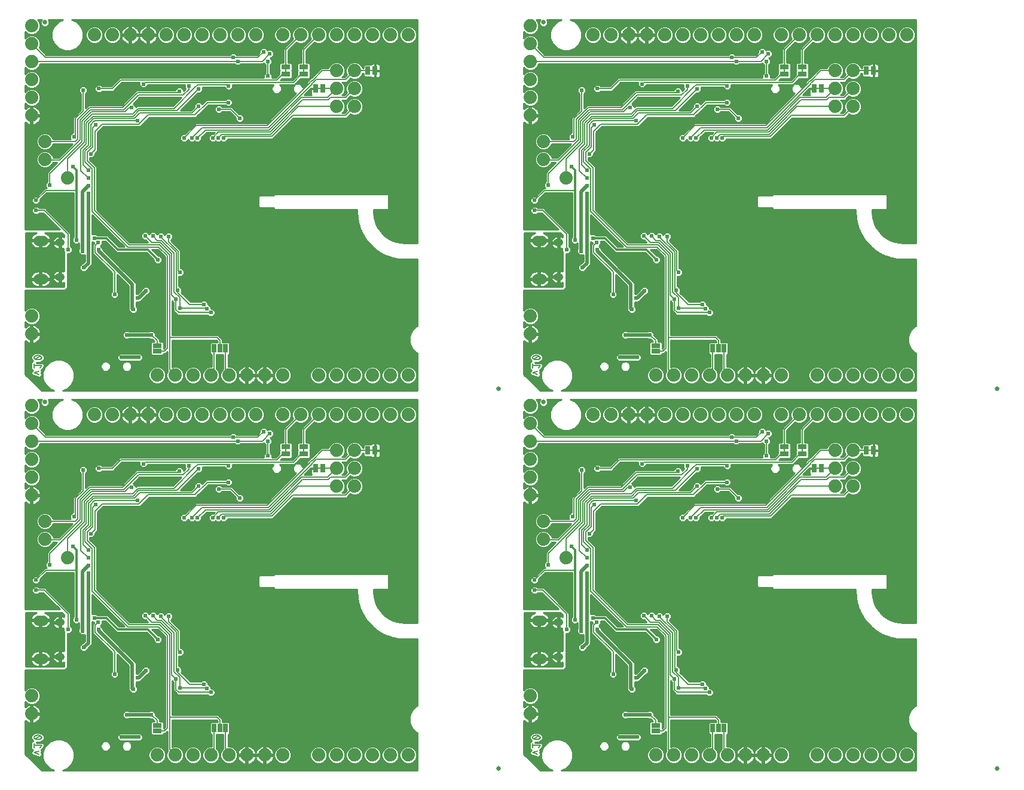
<source format=gbl>
G75*
%MOIN*%
%OFA0B0*%
%FSLAX25Y25*%
%IPPOS*%
%LPD*%
%AMOC8*
5,1,8,0,0,1.08239X$1,22.5*
%
%ADD10C,0.00800*%
%ADD11C,0.05512*%
%ADD12C,0.03937*%
%ADD13C,0.07400*%
%ADD14R,0.05000X0.02500*%
%ADD15R,0.01000X0.01600*%
%ADD16R,0.02500X0.05000*%
%ADD17R,0.01600X0.01000*%
%ADD18C,0.02500*%
%ADD19C,0.02381*%
%ADD20C,0.02400*%
%ADD21C,0.01000*%
%ADD22C,0.02000*%
%ADD23C,0.00600*%
%ADD24C,0.01200*%
D10*
X0068924Y0039883D02*
X0071724Y0040817D01*
X0071724Y0038950D02*
X0068924Y0039883D01*
X0068924Y0042767D02*
X0068924Y0045100D01*
X0068924Y0043933D02*
X0073124Y0043933D01*
X0072190Y0042767D01*
X0071024Y0049600D02*
X0070912Y0049598D01*
X0070800Y0049593D01*
X0070688Y0049584D01*
X0070577Y0049571D01*
X0070466Y0049555D01*
X0070355Y0049535D01*
X0070246Y0049511D01*
X0070137Y0049484D01*
X0070029Y0049454D01*
X0069922Y0049420D01*
X0069816Y0049383D01*
X0069712Y0049342D01*
X0069609Y0049298D01*
X0069507Y0049250D01*
X0069507Y0049249D02*
X0069454Y0049229D01*
X0069403Y0049206D01*
X0069354Y0049179D01*
X0069306Y0049149D01*
X0069260Y0049116D01*
X0069217Y0049081D01*
X0069176Y0049042D01*
X0069137Y0049001D01*
X0069101Y0048957D01*
X0069069Y0048911D01*
X0069039Y0048864D01*
X0069013Y0048814D01*
X0068989Y0048762D01*
X0068970Y0048710D01*
X0068953Y0048656D01*
X0068941Y0048601D01*
X0068931Y0048545D01*
X0068926Y0048489D01*
X0068924Y0048433D01*
X0068926Y0048377D01*
X0068931Y0048321D01*
X0068941Y0048265D01*
X0068953Y0048210D01*
X0068970Y0048156D01*
X0068989Y0048104D01*
X0069013Y0048052D01*
X0069039Y0048002D01*
X0069069Y0047955D01*
X0069101Y0047909D01*
X0069137Y0047865D01*
X0069176Y0047824D01*
X0069217Y0047785D01*
X0069260Y0047750D01*
X0069306Y0047717D01*
X0069354Y0047687D01*
X0069403Y0047660D01*
X0069454Y0047637D01*
X0069507Y0047617D01*
X0069857Y0047500D02*
X0072190Y0049367D01*
X0072540Y0049249D02*
X0072593Y0049229D01*
X0072644Y0049206D01*
X0072693Y0049179D01*
X0072741Y0049149D01*
X0072787Y0049116D01*
X0072830Y0049081D01*
X0072871Y0049042D01*
X0072910Y0049001D01*
X0072946Y0048957D01*
X0072978Y0048911D01*
X0073008Y0048864D01*
X0073034Y0048814D01*
X0073058Y0048762D01*
X0073077Y0048710D01*
X0073094Y0048656D01*
X0073106Y0048601D01*
X0073116Y0048545D01*
X0073121Y0048489D01*
X0073123Y0048433D01*
X0073121Y0048377D01*
X0073116Y0048321D01*
X0073106Y0048265D01*
X0073094Y0048210D01*
X0073077Y0048156D01*
X0073058Y0048104D01*
X0073034Y0048052D01*
X0073008Y0048002D01*
X0072978Y0047955D01*
X0072945Y0047909D01*
X0072910Y0047865D01*
X0072871Y0047824D01*
X0072830Y0047785D01*
X0072787Y0047750D01*
X0072741Y0047717D01*
X0072693Y0047687D01*
X0072644Y0047660D01*
X0072593Y0047637D01*
X0072540Y0047617D01*
X0072541Y0049250D02*
X0072439Y0049298D01*
X0072336Y0049342D01*
X0072232Y0049383D01*
X0072126Y0049420D01*
X0072019Y0049454D01*
X0071911Y0049484D01*
X0071802Y0049511D01*
X0071693Y0049535D01*
X0071582Y0049555D01*
X0071471Y0049571D01*
X0071360Y0049584D01*
X0071248Y0049593D01*
X0071136Y0049598D01*
X0071024Y0049600D01*
X0071024Y0047267D02*
X0071136Y0047269D01*
X0071248Y0047274D01*
X0071360Y0047283D01*
X0071471Y0047296D01*
X0071582Y0047312D01*
X0071693Y0047332D01*
X0071802Y0047356D01*
X0071911Y0047383D01*
X0072019Y0047413D01*
X0072126Y0047447D01*
X0072232Y0047484D01*
X0072336Y0047525D01*
X0072439Y0047569D01*
X0072541Y0047617D01*
X0071024Y0047267D02*
X0070912Y0047269D01*
X0070800Y0047274D01*
X0070688Y0047283D01*
X0070577Y0047296D01*
X0070466Y0047312D01*
X0070355Y0047332D01*
X0070246Y0047356D01*
X0070137Y0047383D01*
X0070029Y0047413D01*
X0069922Y0047447D01*
X0069816Y0047484D01*
X0069712Y0047525D01*
X0069609Y0047569D01*
X0069507Y0047617D01*
X0346924Y0045100D02*
X0346924Y0042767D01*
X0346924Y0043933D02*
X0351124Y0043933D01*
X0350190Y0042767D01*
X0349724Y0040817D02*
X0346924Y0039883D01*
X0349724Y0038950D01*
X0347507Y0049250D02*
X0347609Y0049298D01*
X0347712Y0049342D01*
X0347816Y0049383D01*
X0347922Y0049420D01*
X0348029Y0049454D01*
X0348137Y0049484D01*
X0348246Y0049511D01*
X0348355Y0049535D01*
X0348466Y0049555D01*
X0348577Y0049571D01*
X0348688Y0049584D01*
X0348800Y0049593D01*
X0348912Y0049598D01*
X0349024Y0049600D01*
X0349024Y0047267D02*
X0349136Y0047269D01*
X0349248Y0047274D01*
X0349360Y0047283D01*
X0349471Y0047296D01*
X0349582Y0047312D01*
X0349693Y0047332D01*
X0349802Y0047356D01*
X0349911Y0047383D01*
X0350019Y0047413D01*
X0350126Y0047447D01*
X0350232Y0047484D01*
X0350336Y0047525D01*
X0350439Y0047569D01*
X0350541Y0047617D01*
X0351123Y0048433D02*
X0351121Y0048489D01*
X0351116Y0048545D01*
X0351106Y0048601D01*
X0351094Y0048656D01*
X0351077Y0048710D01*
X0351058Y0048762D01*
X0351034Y0048814D01*
X0351008Y0048864D01*
X0350978Y0048911D01*
X0350946Y0048957D01*
X0350910Y0049001D01*
X0350871Y0049042D01*
X0350830Y0049081D01*
X0350787Y0049116D01*
X0350741Y0049149D01*
X0350693Y0049179D01*
X0350644Y0049206D01*
X0350593Y0049229D01*
X0350540Y0049249D01*
X0350190Y0049367D02*
X0347857Y0047500D01*
X0346924Y0048433D02*
X0346926Y0048489D01*
X0346931Y0048545D01*
X0346941Y0048601D01*
X0346953Y0048656D01*
X0346970Y0048710D01*
X0346989Y0048762D01*
X0347013Y0048814D01*
X0347039Y0048864D01*
X0347069Y0048911D01*
X0347101Y0048957D01*
X0347137Y0049001D01*
X0347176Y0049042D01*
X0347217Y0049081D01*
X0347260Y0049116D01*
X0347306Y0049149D01*
X0347354Y0049179D01*
X0347403Y0049206D01*
X0347454Y0049229D01*
X0347507Y0049249D01*
X0346924Y0048433D02*
X0346926Y0048377D01*
X0346931Y0048321D01*
X0346941Y0048265D01*
X0346953Y0048210D01*
X0346970Y0048156D01*
X0346989Y0048104D01*
X0347013Y0048052D01*
X0347039Y0048002D01*
X0347069Y0047955D01*
X0347101Y0047909D01*
X0347137Y0047865D01*
X0347176Y0047824D01*
X0347217Y0047785D01*
X0347260Y0047750D01*
X0347306Y0047717D01*
X0347354Y0047687D01*
X0347403Y0047660D01*
X0347454Y0047637D01*
X0347507Y0047617D01*
X0349024Y0049600D02*
X0349136Y0049598D01*
X0349248Y0049593D01*
X0349360Y0049584D01*
X0349471Y0049571D01*
X0349582Y0049555D01*
X0349693Y0049535D01*
X0349802Y0049511D01*
X0349911Y0049484D01*
X0350019Y0049454D01*
X0350126Y0049420D01*
X0350232Y0049383D01*
X0350336Y0049342D01*
X0350439Y0049298D01*
X0350541Y0049250D01*
X0351123Y0048433D02*
X0351121Y0048377D01*
X0351116Y0048321D01*
X0351106Y0048265D01*
X0351094Y0048210D01*
X0351077Y0048156D01*
X0351058Y0048104D01*
X0351034Y0048052D01*
X0351008Y0048002D01*
X0350978Y0047955D01*
X0350945Y0047909D01*
X0350910Y0047865D01*
X0350871Y0047824D01*
X0350830Y0047785D01*
X0350787Y0047750D01*
X0350741Y0047717D01*
X0350693Y0047687D01*
X0350644Y0047660D01*
X0350593Y0047637D01*
X0350540Y0047617D01*
X0349024Y0047267D02*
X0348912Y0047269D01*
X0348800Y0047274D01*
X0348688Y0047283D01*
X0348577Y0047296D01*
X0348466Y0047312D01*
X0348355Y0047332D01*
X0348246Y0047356D01*
X0348137Y0047383D01*
X0348029Y0047413D01*
X0347922Y0047447D01*
X0347816Y0047484D01*
X0347712Y0047525D01*
X0347609Y0047569D01*
X0347507Y0047617D01*
X0349724Y0250950D02*
X0346924Y0251883D01*
X0349724Y0252817D01*
X0350190Y0254767D02*
X0351124Y0255933D01*
X0346924Y0255933D01*
X0346924Y0254767D02*
X0346924Y0257100D01*
X0347507Y0261250D02*
X0347609Y0261298D01*
X0347712Y0261342D01*
X0347816Y0261383D01*
X0347922Y0261420D01*
X0348029Y0261454D01*
X0348137Y0261484D01*
X0348246Y0261511D01*
X0348355Y0261535D01*
X0348466Y0261555D01*
X0348577Y0261571D01*
X0348688Y0261584D01*
X0348800Y0261593D01*
X0348912Y0261598D01*
X0349024Y0261600D01*
X0349024Y0259267D02*
X0349136Y0259269D01*
X0349248Y0259274D01*
X0349360Y0259283D01*
X0349471Y0259296D01*
X0349582Y0259312D01*
X0349693Y0259332D01*
X0349802Y0259356D01*
X0349911Y0259383D01*
X0350019Y0259413D01*
X0350126Y0259447D01*
X0350232Y0259484D01*
X0350336Y0259525D01*
X0350439Y0259569D01*
X0350541Y0259617D01*
X0351123Y0260433D02*
X0351121Y0260489D01*
X0351116Y0260545D01*
X0351106Y0260601D01*
X0351094Y0260656D01*
X0351077Y0260710D01*
X0351058Y0260762D01*
X0351034Y0260814D01*
X0351008Y0260864D01*
X0350978Y0260911D01*
X0350946Y0260957D01*
X0350910Y0261001D01*
X0350871Y0261042D01*
X0350830Y0261081D01*
X0350787Y0261116D01*
X0350741Y0261149D01*
X0350693Y0261179D01*
X0350644Y0261206D01*
X0350593Y0261229D01*
X0350540Y0261249D01*
X0350190Y0261367D02*
X0347857Y0259500D01*
X0346924Y0260433D02*
X0346926Y0260489D01*
X0346931Y0260545D01*
X0346941Y0260601D01*
X0346953Y0260656D01*
X0346970Y0260710D01*
X0346989Y0260762D01*
X0347013Y0260814D01*
X0347039Y0260864D01*
X0347069Y0260911D01*
X0347101Y0260957D01*
X0347137Y0261001D01*
X0347176Y0261042D01*
X0347217Y0261081D01*
X0347260Y0261116D01*
X0347306Y0261149D01*
X0347354Y0261179D01*
X0347403Y0261206D01*
X0347454Y0261229D01*
X0347507Y0261249D01*
X0346924Y0260433D02*
X0346926Y0260377D01*
X0346931Y0260321D01*
X0346941Y0260265D01*
X0346953Y0260210D01*
X0346970Y0260156D01*
X0346989Y0260104D01*
X0347013Y0260052D01*
X0347039Y0260002D01*
X0347069Y0259955D01*
X0347101Y0259909D01*
X0347137Y0259865D01*
X0347176Y0259824D01*
X0347217Y0259785D01*
X0347260Y0259750D01*
X0347306Y0259717D01*
X0347354Y0259687D01*
X0347403Y0259660D01*
X0347454Y0259637D01*
X0347507Y0259617D01*
X0349024Y0261600D02*
X0349136Y0261598D01*
X0349248Y0261593D01*
X0349360Y0261584D01*
X0349471Y0261571D01*
X0349582Y0261555D01*
X0349693Y0261535D01*
X0349802Y0261511D01*
X0349911Y0261484D01*
X0350019Y0261454D01*
X0350126Y0261420D01*
X0350232Y0261383D01*
X0350336Y0261342D01*
X0350439Y0261298D01*
X0350541Y0261250D01*
X0351123Y0260433D02*
X0351121Y0260377D01*
X0351116Y0260321D01*
X0351106Y0260265D01*
X0351094Y0260210D01*
X0351077Y0260156D01*
X0351058Y0260104D01*
X0351034Y0260052D01*
X0351008Y0260002D01*
X0350978Y0259955D01*
X0350945Y0259909D01*
X0350910Y0259865D01*
X0350871Y0259824D01*
X0350830Y0259785D01*
X0350787Y0259750D01*
X0350741Y0259717D01*
X0350693Y0259687D01*
X0350644Y0259660D01*
X0350593Y0259637D01*
X0350540Y0259617D01*
X0349024Y0259267D02*
X0348912Y0259269D01*
X0348800Y0259274D01*
X0348688Y0259283D01*
X0348577Y0259296D01*
X0348466Y0259312D01*
X0348355Y0259332D01*
X0348246Y0259356D01*
X0348137Y0259383D01*
X0348029Y0259413D01*
X0347922Y0259447D01*
X0347816Y0259484D01*
X0347712Y0259525D01*
X0347609Y0259569D01*
X0347507Y0259617D01*
X0073124Y0255933D02*
X0068924Y0255933D01*
X0068924Y0254767D02*
X0068924Y0257100D01*
X0069507Y0261250D02*
X0069609Y0261298D01*
X0069712Y0261342D01*
X0069816Y0261383D01*
X0069922Y0261420D01*
X0070029Y0261454D01*
X0070137Y0261484D01*
X0070246Y0261511D01*
X0070355Y0261535D01*
X0070466Y0261555D01*
X0070577Y0261571D01*
X0070688Y0261584D01*
X0070800Y0261593D01*
X0070912Y0261598D01*
X0071024Y0261600D01*
X0071024Y0259267D02*
X0071136Y0259269D01*
X0071248Y0259274D01*
X0071360Y0259283D01*
X0071471Y0259296D01*
X0071582Y0259312D01*
X0071693Y0259332D01*
X0071802Y0259356D01*
X0071911Y0259383D01*
X0072019Y0259413D01*
X0072126Y0259447D01*
X0072232Y0259484D01*
X0072336Y0259525D01*
X0072439Y0259569D01*
X0072541Y0259617D01*
X0073123Y0260433D02*
X0073121Y0260489D01*
X0073116Y0260545D01*
X0073106Y0260601D01*
X0073094Y0260656D01*
X0073077Y0260710D01*
X0073058Y0260762D01*
X0073034Y0260814D01*
X0073008Y0260864D01*
X0072978Y0260911D01*
X0072946Y0260957D01*
X0072910Y0261001D01*
X0072871Y0261042D01*
X0072830Y0261081D01*
X0072787Y0261116D01*
X0072741Y0261149D01*
X0072693Y0261179D01*
X0072644Y0261206D01*
X0072593Y0261229D01*
X0072540Y0261249D01*
X0072190Y0261367D02*
X0069857Y0259500D01*
X0068924Y0260433D02*
X0068926Y0260489D01*
X0068931Y0260545D01*
X0068941Y0260601D01*
X0068953Y0260656D01*
X0068970Y0260710D01*
X0068989Y0260762D01*
X0069013Y0260814D01*
X0069039Y0260864D01*
X0069069Y0260911D01*
X0069101Y0260957D01*
X0069137Y0261001D01*
X0069176Y0261042D01*
X0069217Y0261081D01*
X0069260Y0261116D01*
X0069306Y0261149D01*
X0069354Y0261179D01*
X0069403Y0261206D01*
X0069454Y0261229D01*
X0069507Y0261249D01*
X0068924Y0260433D02*
X0068926Y0260377D01*
X0068931Y0260321D01*
X0068941Y0260265D01*
X0068953Y0260210D01*
X0068970Y0260156D01*
X0068989Y0260104D01*
X0069013Y0260052D01*
X0069039Y0260002D01*
X0069069Y0259955D01*
X0069101Y0259909D01*
X0069137Y0259865D01*
X0069176Y0259824D01*
X0069217Y0259785D01*
X0069260Y0259750D01*
X0069306Y0259717D01*
X0069354Y0259687D01*
X0069403Y0259660D01*
X0069454Y0259637D01*
X0069507Y0259617D01*
X0071024Y0261600D02*
X0071136Y0261598D01*
X0071248Y0261593D01*
X0071360Y0261584D01*
X0071471Y0261571D01*
X0071582Y0261555D01*
X0071693Y0261535D01*
X0071802Y0261511D01*
X0071911Y0261484D01*
X0072019Y0261454D01*
X0072126Y0261420D01*
X0072232Y0261383D01*
X0072336Y0261342D01*
X0072439Y0261298D01*
X0072541Y0261250D01*
X0073123Y0260433D02*
X0073121Y0260377D01*
X0073116Y0260321D01*
X0073106Y0260265D01*
X0073094Y0260210D01*
X0073077Y0260156D01*
X0073058Y0260104D01*
X0073034Y0260052D01*
X0073008Y0260002D01*
X0072978Y0259955D01*
X0072945Y0259909D01*
X0072910Y0259865D01*
X0072871Y0259824D01*
X0072830Y0259785D01*
X0072787Y0259750D01*
X0072741Y0259717D01*
X0072693Y0259687D01*
X0072644Y0259660D01*
X0072593Y0259637D01*
X0072540Y0259617D01*
X0071024Y0259267D02*
X0070912Y0259269D01*
X0070800Y0259274D01*
X0070688Y0259283D01*
X0070577Y0259296D01*
X0070466Y0259312D01*
X0070355Y0259332D01*
X0070246Y0259356D01*
X0070137Y0259383D01*
X0070029Y0259413D01*
X0069922Y0259447D01*
X0069816Y0259484D01*
X0069712Y0259525D01*
X0069609Y0259569D01*
X0069507Y0259617D01*
X0073124Y0255933D02*
X0072190Y0254767D01*
X0071724Y0252817D02*
X0068924Y0251883D01*
X0071724Y0250950D01*
D11*
X0071181Y0304258D02*
X0073937Y0304258D01*
X0073937Y0325754D02*
X0071181Y0325754D01*
X0349181Y0325754D02*
X0351937Y0325754D01*
X0351937Y0304258D02*
X0349181Y0304258D01*
X0349181Y0113754D02*
X0351937Y0113754D01*
X0351937Y0092258D02*
X0349181Y0092258D01*
X0073937Y0092258D02*
X0071181Y0092258D01*
X0071181Y0113754D02*
X0073937Y0113754D01*
D12*
X0082700Y0112567D02*
X0083882Y0112567D01*
X0082700Y0112567D02*
X0082700Y0112567D01*
X0083882Y0112567D01*
X0083882Y0112567D01*
X0083882Y0093433D02*
X0082700Y0093433D01*
X0082700Y0093433D01*
X0083882Y0093433D01*
X0083882Y0093433D01*
X0360700Y0093433D02*
X0361882Y0093433D01*
X0360700Y0093433D02*
X0360700Y0093433D01*
X0361882Y0093433D01*
X0361882Y0093433D01*
X0361882Y0112567D02*
X0360700Y0112567D01*
X0360700Y0112567D01*
X0361882Y0112567D01*
X0361882Y0112567D01*
X0361882Y0305433D02*
X0360700Y0305433D01*
X0360700Y0305433D01*
X0361882Y0305433D01*
X0361882Y0305433D01*
X0361882Y0324567D02*
X0360700Y0324567D01*
X0360700Y0324567D01*
X0361882Y0324567D01*
X0361882Y0324567D01*
X0083882Y0324567D02*
X0082700Y0324567D01*
X0082700Y0324567D01*
X0083882Y0324567D01*
X0083882Y0324567D01*
X0083882Y0305433D02*
X0082700Y0305433D01*
X0082700Y0305433D01*
X0083882Y0305433D01*
X0083882Y0305433D01*
D13*
X0067524Y0283500D03*
X0067524Y0273500D03*
X0067524Y0233500D03*
X0067524Y0223500D03*
X0067524Y0213500D03*
X0067524Y0203500D03*
X0067524Y0193500D03*
X0067524Y0183500D03*
X0075024Y0169000D03*
X0075024Y0159000D03*
X0087524Y0148500D03*
X0102524Y0228500D03*
X0112524Y0228500D03*
X0122524Y0228500D03*
X0132524Y0228500D03*
X0142524Y0228500D03*
X0152524Y0228500D03*
X0162524Y0228500D03*
X0172524Y0228500D03*
X0182524Y0228500D03*
X0192524Y0228500D03*
X0207524Y0228500D03*
X0217524Y0228500D03*
X0227524Y0228500D03*
X0237524Y0228500D03*
X0247524Y0228500D03*
X0257524Y0228500D03*
X0267524Y0228500D03*
X0277524Y0228500D03*
X0247524Y0208500D03*
X0237524Y0208500D03*
X0237524Y0198500D03*
X0247524Y0198500D03*
X0247524Y0188500D03*
X0237524Y0188500D03*
X0237524Y0250500D03*
X0247524Y0250500D03*
X0257524Y0250500D03*
X0267524Y0250500D03*
X0277524Y0250500D03*
X0227524Y0250500D03*
X0207524Y0250500D03*
X0197524Y0250500D03*
X0187524Y0250500D03*
X0177524Y0250500D03*
X0167524Y0250500D03*
X0157524Y0250500D03*
X0147524Y0250500D03*
X0137524Y0250500D03*
X0087524Y0360500D03*
X0075024Y0371000D03*
X0075024Y0381000D03*
X0067524Y0395500D03*
X0067524Y0405500D03*
X0067524Y0415500D03*
X0067524Y0425500D03*
X0067524Y0435500D03*
X0067524Y0445500D03*
X0102524Y0440500D03*
X0112524Y0440500D03*
X0122524Y0440500D03*
X0132524Y0440500D03*
X0142524Y0440500D03*
X0152524Y0440500D03*
X0162524Y0440500D03*
X0172524Y0440500D03*
X0182524Y0440500D03*
X0192524Y0440500D03*
X0207524Y0440500D03*
X0217524Y0440500D03*
X0227524Y0440500D03*
X0237524Y0440500D03*
X0247524Y0440500D03*
X0257524Y0440500D03*
X0267524Y0440500D03*
X0277524Y0440500D03*
X0247524Y0420500D03*
X0237524Y0420500D03*
X0237524Y0410500D03*
X0247524Y0410500D03*
X0247524Y0400500D03*
X0237524Y0400500D03*
X0345524Y0395500D03*
X0345524Y0405500D03*
X0345524Y0415500D03*
X0345524Y0425500D03*
X0345524Y0435500D03*
X0345524Y0445500D03*
X0380524Y0440500D03*
X0390524Y0440500D03*
X0400524Y0440500D03*
X0410524Y0440500D03*
X0420524Y0440500D03*
X0430524Y0440500D03*
X0440524Y0440500D03*
X0450524Y0440500D03*
X0460524Y0440500D03*
X0470524Y0440500D03*
X0485524Y0440500D03*
X0495524Y0440500D03*
X0505524Y0440500D03*
X0515524Y0440500D03*
X0525524Y0440500D03*
X0535524Y0440500D03*
X0545524Y0440500D03*
X0555524Y0440500D03*
X0525524Y0420500D03*
X0525524Y0410500D03*
X0525524Y0400500D03*
X0515524Y0400500D03*
X0515524Y0410500D03*
X0515524Y0420500D03*
X0365524Y0360500D03*
X0353024Y0371000D03*
X0353024Y0381000D03*
X0345524Y0283500D03*
X0345524Y0273500D03*
X0345524Y0233500D03*
X0345524Y0223500D03*
X0345524Y0213500D03*
X0345524Y0203500D03*
X0345524Y0193500D03*
X0345524Y0183500D03*
X0353024Y0169000D03*
X0353024Y0159000D03*
X0365524Y0148500D03*
X0380524Y0228500D03*
X0390524Y0228500D03*
X0400524Y0228500D03*
X0410524Y0228500D03*
X0420524Y0228500D03*
X0430524Y0228500D03*
X0440524Y0228500D03*
X0450524Y0228500D03*
X0460524Y0228500D03*
X0470524Y0228500D03*
X0485524Y0228500D03*
X0495524Y0228500D03*
X0505524Y0228500D03*
X0515524Y0228500D03*
X0525524Y0228500D03*
X0535524Y0228500D03*
X0545524Y0228500D03*
X0555524Y0228500D03*
X0525524Y0208500D03*
X0525524Y0198500D03*
X0525524Y0188500D03*
X0515524Y0188500D03*
X0515524Y0198500D03*
X0515524Y0208500D03*
X0515524Y0250500D03*
X0505524Y0250500D03*
X0525524Y0250500D03*
X0535524Y0250500D03*
X0545524Y0250500D03*
X0555524Y0250500D03*
X0485524Y0250500D03*
X0475524Y0250500D03*
X0465524Y0250500D03*
X0455524Y0250500D03*
X0445524Y0250500D03*
X0435524Y0250500D03*
X0425524Y0250500D03*
X0415524Y0250500D03*
X0345524Y0071500D03*
X0345524Y0061500D03*
X0415524Y0038500D03*
X0425524Y0038500D03*
X0435524Y0038500D03*
X0445524Y0038500D03*
X0455524Y0038500D03*
X0465524Y0038500D03*
X0475524Y0038500D03*
X0485524Y0038500D03*
X0505524Y0038500D03*
X0515524Y0038500D03*
X0525524Y0038500D03*
X0535524Y0038500D03*
X0545524Y0038500D03*
X0555524Y0038500D03*
X0277524Y0038500D03*
X0267524Y0038500D03*
X0257524Y0038500D03*
X0247524Y0038500D03*
X0237524Y0038500D03*
X0227524Y0038500D03*
X0207524Y0038500D03*
X0197524Y0038500D03*
X0187524Y0038500D03*
X0177524Y0038500D03*
X0167524Y0038500D03*
X0157524Y0038500D03*
X0147524Y0038500D03*
X0137524Y0038500D03*
X0067524Y0061500D03*
X0067524Y0071500D03*
D14*
X0137524Y0055100D03*
X0137524Y0051900D03*
X0209256Y0206500D03*
X0209256Y0210500D03*
X0219256Y0210500D03*
X0219256Y0206500D03*
X0137524Y0263900D03*
X0137524Y0267100D03*
X0209256Y0418500D03*
X0209256Y0422500D03*
X0219256Y0422500D03*
X0219256Y0418500D03*
X0415524Y0267100D03*
X0415524Y0263900D03*
X0487256Y0210500D03*
X0487256Y0206500D03*
X0497256Y0206500D03*
X0497256Y0210500D03*
X0415524Y0055100D03*
X0415524Y0051900D03*
X0487256Y0418500D03*
X0487256Y0422500D03*
X0497256Y0422500D03*
X0497256Y0418500D03*
D15*
X0497256Y0420500D03*
X0487256Y0420500D03*
X0219256Y0420500D03*
X0209256Y0420500D03*
X0209256Y0208500D03*
X0219256Y0208500D03*
X0487256Y0208500D03*
X0497256Y0208500D03*
D16*
X0504024Y0198500D03*
X0508024Y0198500D03*
X0533024Y0208500D03*
X0537024Y0208500D03*
X0453724Y0265500D03*
X0450524Y0265500D03*
X0447324Y0265500D03*
X0259024Y0208500D03*
X0255024Y0208500D03*
X0230024Y0198500D03*
X0226024Y0198500D03*
X0175724Y0265500D03*
X0172524Y0265500D03*
X0169324Y0265500D03*
X0226024Y0410500D03*
X0230024Y0410500D03*
X0255024Y0420500D03*
X0259024Y0420500D03*
X0504024Y0410500D03*
X0508024Y0410500D03*
X0533024Y0420500D03*
X0537024Y0420500D03*
X0453724Y0053500D03*
X0450524Y0053500D03*
X0447324Y0053500D03*
X0175724Y0053500D03*
X0172524Y0053500D03*
X0169324Y0053500D03*
D17*
X0228024Y0198500D03*
X0257024Y0208500D03*
X0506024Y0198500D03*
X0535024Y0208500D03*
X0506024Y0410500D03*
X0535024Y0420500D03*
X0257024Y0420500D03*
X0228024Y0410500D03*
D18*
X0353024Y0447500D03*
X0075024Y0447500D03*
X0328024Y0243000D03*
X0353024Y0235500D03*
X0606024Y0243000D03*
X0606024Y0031000D03*
X0328024Y0031000D03*
X0075024Y0235500D03*
D19*
X0080554Y0235856D03*
X0073554Y0242856D03*
X0069054Y0247356D03*
X0065054Y0251356D03*
X0065054Y0259856D03*
X0079424Y0274600D03*
X0103124Y0274600D03*
X0107524Y0283382D03*
X0117524Y0295382D03*
X0148024Y0293000D03*
X0149024Y0298000D03*
X0150114Y0288000D03*
X0139224Y0273200D03*
X0130924Y0269900D03*
X0127424Y0260500D03*
X0117524Y0260500D03*
X0131554Y0242856D03*
X0134054Y0235856D03*
X0124054Y0235856D03*
X0114054Y0235856D03*
X0104054Y0235856D03*
X0101054Y0242856D03*
X0094054Y0235856D03*
X0091054Y0242856D03*
X0141554Y0242856D03*
X0144054Y0235856D03*
X0154054Y0235856D03*
X0151554Y0242856D03*
X0161554Y0242856D03*
X0164054Y0235856D03*
X0171554Y0242856D03*
X0174054Y0235856D03*
X0184054Y0235856D03*
X0181554Y0242856D03*
X0191554Y0242856D03*
X0194054Y0235856D03*
X0204054Y0235856D03*
X0201554Y0242856D03*
X0211554Y0242856D03*
X0214054Y0235856D03*
X0221554Y0242856D03*
X0224054Y0235856D03*
X0234054Y0235856D03*
X0231554Y0242856D03*
X0241554Y0242856D03*
X0244054Y0235856D03*
X0251554Y0242856D03*
X0254054Y0235856D03*
X0264054Y0235856D03*
X0261554Y0242856D03*
X0271554Y0242856D03*
X0274054Y0235856D03*
X0281554Y0235856D03*
X0281554Y0242856D03*
X0280917Y0221217D03*
X0280917Y0212949D03*
X0280917Y0204681D03*
X0280917Y0196413D03*
X0280917Y0188146D03*
X0280917Y0179878D03*
X0280917Y0171610D03*
X0280917Y0163343D03*
X0280917Y0155075D03*
X0280917Y0146807D03*
X0280917Y0138539D03*
X0280917Y0130272D03*
X0280917Y0122004D03*
X0277783Y0117870D03*
X0276783Y0113736D03*
X0272650Y0113736D03*
X0270823Y0117925D03*
X0267650Y0115236D03*
X0263650Y0118370D03*
X0266823Y0121925D03*
X0261150Y0122504D03*
X0259650Y0126638D03*
X0259150Y0130272D03*
X0259591Y0140732D03*
X0263224Y0140732D03*
X0264382Y0146807D03*
X0256114Y0146807D03*
X0256114Y0150941D03*
X0249323Y0146925D03*
X0251323Y0140732D03*
X0255457Y0140732D03*
X0247673Y0130118D03*
X0247673Y0126484D03*
X0249173Y0122350D03*
X0250673Y0118217D03*
X0253173Y0114083D03*
X0256673Y0109949D03*
X0262173Y0105815D03*
X0267846Y0103272D03*
X0274614Y0102272D03*
X0273020Y0098228D03*
X0264752Y0094094D03*
X0273020Y0089961D03*
X0273020Y0081693D03*
X0264752Y0085827D03*
X0264752Y0077559D03*
X0273020Y0073425D03*
X0264752Y0069291D03*
X0273020Y0065157D03*
X0277654Y0061024D03*
X0273020Y0056890D03*
X0279154Y0052756D03*
X0264752Y0052756D03*
X0264752Y0061024D03*
X0256484Y0065157D03*
X0248217Y0061024D03*
X0248217Y0052756D03*
X0256484Y0056890D03*
X0239949Y0056890D03*
X0231681Y0061024D03*
X0231681Y0052756D03*
X0223413Y0056890D03*
X0223413Y0065157D03*
X0231681Y0069291D03*
X0239949Y0065157D03*
X0248217Y0069291D03*
X0256484Y0073425D03*
X0248217Y0077559D03*
X0248217Y0085827D03*
X0256484Y0089961D03*
X0256484Y0081693D03*
X0248217Y0094094D03*
X0256484Y0098228D03*
X0248217Y0102362D03*
X0239949Y0098228D03*
X0231681Y0094094D03*
X0223413Y0089961D03*
X0223413Y0081693D03*
X0231681Y0085827D03*
X0231681Y0077559D03*
X0223413Y0073425D03*
X0215146Y0069291D03*
X0206878Y0065157D03*
X0215146Y0061024D03*
X0215146Y0052756D03*
X0206878Y0056890D03*
X0196578Y0059490D03*
X0206878Y0073425D03*
X0215146Y0077559D03*
X0215146Y0085827D03*
X0207378Y0087461D03*
X0206878Y0081693D03*
X0215146Y0094094D03*
X0206878Y0098228D03*
X0215146Y0102362D03*
X0206878Y0106496D03*
X0215146Y0110630D03*
X0223413Y0106496D03*
X0231681Y0102362D03*
X0223413Y0098228D03*
X0239949Y0089961D03*
X0239949Y0081693D03*
X0239949Y0073425D03*
X0281287Y0069291D03*
X0281287Y0077559D03*
X0281287Y0085827D03*
X0281287Y0094094D03*
X0281287Y0102362D03*
X0280917Y0113736D03*
X0272650Y0122004D03*
X0248217Y0110630D03*
X0239949Y0114764D03*
X0239949Y0106496D03*
X0231681Y0110630D03*
X0239949Y0123031D03*
X0239406Y0130118D03*
X0243539Y0130118D03*
X0235272Y0130118D03*
X0231138Y0130118D03*
X0227004Y0130118D03*
X0222870Y0130118D03*
X0218736Y0130118D03*
X0214602Y0130118D03*
X0210469Y0130118D03*
X0206335Y0130118D03*
X0206335Y0140732D03*
X0210469Y0140732D03*
X0210469Y0144366D03*
X0214602Y0140732D03*
X0218736Y0140732D03*
X0218736Y0144366D03*
X0222870Y0140732D03*
X0222870Y0148500D03*
X0218736Y0152634D03*
X0218736Y0156768D03*
X0214602Y0156768D03*
X0210469Y0156768D03*
X0210469Y0152634D03*
X0214602Y0148500D03*
X0206335Y0148500D03*
X0206335Y0156768D03*
X0206508Y0164343D03*
X0214776Y0164343D03*
X0223043Y0164343D03*
X0222870Y0156768D03*
X0227004Y0156768D03*
X0231138Y0156768D03*
X0231138Y0152634D03*
X0227004Y0152634D03*
X0231638Y0148500D03*
X0231650Y0144618D03*
X0231661Y0140732D03*
X0235795Y0140732D03*
X0235795Y0144366D03*
X0239929Y0140732D03*
X0241846Y0155075D03*
X0247846Y0155075D03*
X0256114Y0159209D03*
X0256114Y0167476D03*
X0247846Y0163343D03*
X0241846Y0163343D03*
X0239579Y0167476D03*
X0231311Y0164343D03*
X0231311Y0172610D03*
X0231311Y0180878D03*
X0239579Y0175744D03*
X0247846Y0171610D03*
X0256114Y0175744D03*
X0247846Y0179878D03*
X0256114Y0184012D03*
X0264382Y0188146D03*
X0272650Y0192280D03*
X0272650Y0200547D03*
X0264382Y0196413D03*
X0264382Y0204681D03*
X0272650Y0208815D03*
X0264382Y0212949D03*
X0272650Y0217083D03*
X0256114Y0217083D03*
X0247846Y0217083D03*
X0256114Y0200547D03*
X0256114Y0192280D03*
X0272650Y0184012D03*
X0264382Y0179878D03*
X0272650Y0175744D03*
X0264382Y0171610D03*
X0264382Y0163343D03*
X0272650Y0167476D03*
X0272650Y0159209D03*
X0264382Y0155075D03*
X0272650Y0150941D03*
X0223043Y0172610D03*
X0214776Y0172610D03*
X0214776Y0180878D03*
X0223043Y0180878D03*
X0206508Y0172610D03*
X0189335Y0165035D03*
X0181028Y0160902D03*
X0172760Y0164535D03*
X0171505Y0171000D03*
X0174486Y0171000D03*
X0168524Y0171119D03*
X0160024Y0171000D03*
X0157024Y0171000D03*
X0152524Y0171000D03*
X0148449Y0169189D03*
X0140244Y0164654D03*
X0148449Y0160921D03*
X0156780Y0164654D03*
X0164984Y0160921D03*
X0156780Y0156886D03*
X0156780Y0148618D03*
X0164984Y0152654D03*
X0164984Y0144386D03*
X0156780Y0140350D03*
X0164984Y0136118D03*
X0156780Y0132583D03*
X0156780Y0126315D03*
X0148449Y0127850D03*
X0140244Y0132583D03*
X0148449Y0136118D03*
X0140244Y0140350D03*
X0148449Y0144386D03*
X0148449Y0152654D03*
X0140244Y0148618D03*
X0140244Y0156886D03*
X0131913Y0160921D03*
X0123646Y0160921D03*
X0115685Y0156787D03*
X0115685Y0148520D03*
X0123646Y0152654D03*
X0131913Y0152654D03*
X0131913Y0144386D03*
X0123646Y0144386D03*
X0115685Y0140252D03*
X0123646Y0136118D03*
X0131913Y0136118D03*
X0131913Y0127850D03*
X0130870Y0116250D03*
X0135201Y0116250D03*
X0139531Y0116000D03*
X0143862Y0116000D03*
X0141124Y0104300D03*
X0150274Y0096000D03*
X0151524Y0101200D03*
X0149024Y0086000D03*
X0148024Y0081000D03*
X0150114Y0076000D03*
X0139224Y0061200D03*
X0130924Y0057900D03*
X0127424Y0048500D03*
X0117524Y0048500D03*
X0103124Y0062600D03*
X0107524Y0071382D03*
X0117524Y0083382D03*
X0088524Y0098382D03*
X0089724Y0103182D03*
X0087833Y0108634D03*
X0105335Y0122618D03*
X0115685Y0131984D03*
X0099274Y0148500D03*
X0099274Y0152831D03*
X0115685Y0165055D03*
X0105205Y0174035D03*
X0103336Y0178287D03*
X0123408Y0187831D03*
X0136256Y0189900D03*
X0130024Y0201159D03*
X0156205Y0188035D03*
X0167605Y0198435D03*
X0189805Y0191535D03*
X0199256Y0205500D03*
X0222524Y0195882D03*
X0189335Y0156768D03*
X0189335Y0148500D03*
X0181028Y0144366D03*
X0181028Y0152634D03*
X0172760Y0156768D03*
X0172760Y0148500D03*
X0172760Y0140232D03*
X0181028Y0136098D03*
X0172760Y0132465D03*
X0172760Y0126197D03*
X0189335Y0131965D03*
X0189335Y0140232D03*
X0200835Y0120618D03*
X0131913Y0169189D03*
X0126524Y0180750D03*
X0105024Y0198500D03*
X0065054Y0169856D03*
X0065024Y0163500D03*
X0065054Y0156856D03*
X0077524Y0144750D03*
X0078024Y0139382D03*
X0070051Y0136198D03*
X0070024Y0124882D03*
X0079524Y0129882D03*
X0065024Y0113500D03*
X0065024Y0103500D03*
X0065024Y0093500D03*
X0079424Y0062600D03*
X0065054Y0047856D03*
X0065054Y0039356D03*
X0069054Y0035356D03*
X0073554Y0030856D03*
X0091054Y0030856D03*
X0101054Y0030856D03*
X0131554Y0030856D03*
X0141554Y0030856D03*
X0151554Y0030856D03*
X0161554Y0030856D03*
X0171554Y0030856D03*
X0181554Y0030856D03*
X0191554Y0030856D03*
X0201554Y0030856D03*
X0211554Y0030856D03*
X0221554Y0030856D03*
X0231554Y0030856D03*
X0241554Y0030856D03*
X0251554Y0030856D03*
X0261554Y0030856D03*
X0271554Y0030856D03*
X0281554Y0030856D03*
X0343054Y0039356D03*
X0347054Y0035356D03*
X0351554Y0030856D03*
X0369054Y0030856D03*
X0379054Y0030856D03*
X0395524Y0048500D03*
X0405424Y0048500D03*
X0408924Y0057900D03*
X0417224Y0061200D03*
X0428114Y0076000D03*
X0426024Y0081000D03*
X0427024Y0086000D03*
X0428274Y0096000D03*
X0429524Y0101200D03*
X0419124Y0104300D03*
X0417531Y0116000D03*
X0421862Y0116000D03*
X0413201Y0116250D03*
X0408870Y0116250D03*
X0409913Y0127850D03*
X0409913Y0136118D03*
X0401646Y0136118D03*
X0393685Y0131984D03*
X0393685Y0140252D03*
X0401646Y0144386D03*
X0409913Y0144386D03*
X0409913Y0152654D03*
X0401646Y0152654D03*
X0393685Y0156787D03*
X0393685Y0148520D03*
X0401646Y0160921D03*
X0409913Y0160921D03*
X0409913Y0169189D03*
X0418244Y0164654D03*
X0426449Y0160921D03*
X0434780Y0164654D03*
X0435024Y0171000D03*
X0438024Y0171000D03*
X0430524Y0171000D03*
X0426449Y0169189D03*
X0442984Y0160921D03*
X0450760Y0164535D03*
X0449505Y0171000D03*
X0452486Y0171000D03*
X0446524Y0171119D03*
X0459028Y0160902D03*
X0450760Y0156768D03*
X0450760Y0148500D03*
X0442984Y0144386D03*
X0442984Y0152654D03*
X0434780Y0148618D03*
X0434780Y0156886D03*
X0426449Y0152654D03*
X0426449Y0144386D03*
X0418244Y0140350D03*
X0426449Y0136118D03*
X0418244Y0132583D03*
X0426449Y0127850D03*
X0434780Y0126315D03*
X0434780Y0132583D03*
X0442984Y0136118D03*
X0450760Y0132465D03*
X0450760Y0126197D03*
X0459028Y0136098D03*
X0450760Y0140232D03*
X0459028Y0144366D03*
X0459028Y0152634D03*
X0467335Y0156768D03*
X0467335Y0148500D03*
X0467335Y0140232D03*
X0467335Y0131965D03*
X0478835Y0120618D03*
X0484335Y0130118D03*
X0488469Y0130118D03*
X0492602Y0130118D03*
X0496736Y0130118D03*
X0500870Y0130118D03*
X0505004Y0130118D03*
X0509138Y0130118D03*
X0513272Y0130118D03*
X0517406Y0130118D03*
X0521539Y0130118D03*
X0525673Y0130118D03*
X0525673Y0126484D03*
X0527173Y0122350D03*
X0528673Y0118217D03*
X0531173Y0114083D03*
X0534673Y0109949D03*
X0540173Y0105815D03*
X0545846Y0103272D03*
X0552614Y0102272D03*
X0551020Y0098228D03*
X0559287Y0094094D03*
X0551020Y0089961D03*
X0551020Y0081693D03*
X0559287Y0085827D03*
X0559287Y0077559D03*
X0551020Y0073425D03*
X0559287Y0069291D03*
X0551020Y0065157D03*
X0555654Y0061024D03*
X0551020Y0056890D03*
X0557154Y0052756D03*
X0542752Y0052756D03*
X0542752Y0061024D03*
X0534484Y0065157D03*
X0526217Y0061024D03*
X0526217Y0052756D03*
X0534484Y0056890D03*
X0526217Y0069291D03*
X0534484Y0073425D03*
X0526217Y0077559D03*
X0526217Y0085827D03*
X0534484Y0089961D03*
X0534484Y0081693D03*
X0542752Y0085827D03*
X0542752Y0077559D03*
X0542752Y0069291D03*
X0517949Y0065157D03*
X0509681Y0061024D03*
X0509681Y0052756D03*
X0501413Y0056890D03*
X0493146Y0061024D03*
X0493146Y0052756D03*
X0484878Y0056890D03*
X0484878Y0065157D03*
X0493146Y0069291D03*
X0501413Y0065157D03*
X0509681Y0069291D03*
X0501413Y0073425D03*
X0493146Y0077559D03*
X0493146Y0085827D03*
X0485378Y0087461D03*
X0484878Y0081693D03*
X0484878Y0073425D03*
X0501413Y0081693D03*
X0501413Y0089961D03*
X0493146Y0094094D03*
X0501413Y0098228D03*
X0493146Y0102362D03*
X0501413Y0106496D03*
X0493146Y0110630D03*
X0484878Y0106496D03*
X0484878Y0098228D03*
X0509681Y0094094D03*
X0517949Y0089961D03*
X0517949Y0081693D03*
X0509681Y0085827D03*
X0509681Y0077559D03*
X0517949Y0073425D03*
X0517949Y0056890D03*
X0519554Y0030856D03*
X0529554Y0030856D03*
X0539554Y0030856D03*
X0549554Y0030856D03*
X0559554Y0030856D03*
X0509554Y0030856D03*
X0499554Y0030856D03*
X0489554Y0030856D03*
X0479554Y0030856D03*
X0469554Y0030856D03*
X0459554Y0030856D03*
X0449554Y0030856D03*
X0439554Y0030856D03*
X0429554Y0030856D03*
X0419554Y0030856D03*
X0409554Y0030856D03*
X0433024Y0051300D03*
X0456378Y0059490D03*
X0474578Y0059490D03*
X0517949Y0098228D03*
X0509681Y0102362D03*
X0517949Y0106496D03*
X0517949Y0114764D03*
X0509681Y0110630D03*
X0517949Y0123031D03*
X0526217Y0110630D03*
X0526217Y0102362D03*
X0534484Y0098228D03*
X0526217Y0094094D03*
X0542752Y0094094D03*
X0559287Y0102362D03*
X0558917Y0113736D03*
X0554783Y0113736D03*
X0550650Y0113736D03*
X0548823Y0117925D03*
X0545650Y0115236D03*
X0541650Y0118370D03*
X0544823Y0121925D03*
X0539150Y0122504D03*
X0537650Y0126638D03*
X0537150Y0130272D03*
X0537591Y0140732D03*
X0541224Y0140732D03*
X0542382Y0146807D03*
X0534114Y0146807D03*
X0534114Y0150941D03*
X0527323Y0146925D03*
X0529323Y0140732D03*
X0533457Y0140732D03*
X0550650Y0150941D03*
X0558917Y0155075D03*
X0550650Y0159209D03*
X0550650Y0167476D03*
X0558917Y0163343D03*
X0558917Y0171610D03*
X0550650Y0175744D03*
X0558917Y0179878D03*
X0550650Y0184012D03*
X0558917Y0188146D03*
X0550650Y0192280D03*
X0550650Y0200547D03*
X0558917Y0196413D03*
X0558917Y0204681D03*
X0550650Y0208815D03*
X0558917Y0212949D03*
X0550650Y0217083D03*
X0558917Y0221217D03*
X0542382Y0212949D03*
X0534114Y0217083D03*
X0525846Y0217083D03*
X0542382Y0204681D03*
X0542382Y0196413D03*
X0534114Y0192280D03*
X0534114Y0200547D03*
X0542382Y0188146D03*
X0534114Y0184012D03*
X0525846Y0179878D03*
X0534114Y0175744D03*
X0525846Y0171610D03*
X0525846Y0163343D03*
X0519846Y0163343D03*
X0517579Y0167476D03*
X0509311Y0164343D03*
X0501043Y0164343D03*
X0492776Y0164343D03*
X0484508Y0164343D03*
X0484335Y0156768D03*
X0488469Y0156768D03*
X0492602Y0156768D03*
X0496736Y0156768D03*
X0500870Y0156768D03*
X0505004Y0156768D03*
X0509138Y0156768D03*
X0509138Y0152634D03*
X0505004Y0152634D03*
X0500870Y0148500D03*
X0496736Y0152634D03*
X0492602Y0148500D03*
X0488469Y0144366D03*
X0488469Y0140732D03*
X0492602Y0140732D03*
X0496736Y0140732D03*
X0496736Y0144366D03*
X0500870Y0140732D03*
X0509661Y0140732D03*
X0509650Y0144618D03*
X0509638Y0148500D03*
X0513795Y0144366D03*
X0513795Y0140732D03*
X0517929Y0140732D03*
X0519846Y0155075D03*
X0525846Y0155075D03*
X0534114Y0159209D03*
X0534114Y0167476D03*
X0542382Y0163343D03*
X0542382Y0171610D03*
X0542382Y0179878D03*
X0517579Y0175744D03*
X0509311Y0172610D03*
X0501043Y0172610D03*
X0492776Y0172610D03*
X0492776Y0180878D03*
X0501043Y0180878D03*
X0509311Y0180878D03*
X0500524Y0195882D03*
X0477256Y0205500D03*
X0467805Y0191535D03*
X0484508Y0172610D03*
X0467335Y0165035D03*
X0484335Y0148500D03*
X0488469Y0152634D03*
X0484335Y0140732D03*
X0434780Y0140350D03*
X0418244Y0148618D03*
X0418244Y0156886D03*
X0393685Y0165055D03*
X0383205Y0174035D03*
X0381336Y0178287D03*
X0401408Y0187831D03*
X0404524Y0180750D03*
X0414256Y0189900D03*
X0408024Y0201159D03*
X0383024Y0198500D03*
X0343054Y0169856D03*
X0343024Y0163500D03*
X0343054Y0156856D03*
X0355524Y0144750D03*
X0356024Y0139382D03*
X0348051Y0136198D03*
X0357524Y0129882D03*
X0348024Y0124882D03*
X0343024Y0113500D03*
X0343024Y0103500D03*
X0343024Y0093500D03*
X0366524Y0098382D03*
X0367724Y0103182D03*
X0365833Y0108634D03*
X0383335Y0122618D03*
X0377274Y0148500D03*
X0377274Y0152831D03*
X0434205Y0188035D03*
X0445605Y0198435D03*
X0442054Y0235856D03*
X0439554Y0242856D03*
X0449554Y0242856D03*
X0452054Y0235856D03*
X0459554Y0242856D03*
X0462054Y0235856D03*
X0472054Y0235856D03*
X0469554Y0242856D03*
X0479554Y0242856D03*
X0482054Y0235856D03*
X0492054Y0235856D03*
X0489554Y0242856D03*
X0499554Y0242856D03*
X0502054Y0235856D03*
X0509554Y0242856D03*
X0512054Y0235856D03*
X0522054Y0235856D03*
X0519554Y0242856D03*
X0529554Y0242856D03*
X0532054Y0235856D03*
X0539554Y0242856D03*
X0542054Y0235856D03*
X0552054Y0235856D03*
X0549554Y0242856D03*
X0559554Y0242856D03*
X0559554Y0235856D03*
X0557154Y0264756D03*
X0551020Y0268890D03*
X0555654Y0273024D03*
X0551020Y0277157D03*
X0559287Y0281291D03*
X0551020Y0285425D03*
X0559287Y0289559D03*
X0551020Y0293693D03*
X0559287Y0297827D03*
X0559287Y0306094D03*
X0551020Y0301961D03*
X0551020Y0310228D03*
X0552614Y0314272D03*
X0559287Y0314362D03*
X0545846Y0315272D03*
X0540173Y0317815D03*
X0534673Y0321949D03*
X0531173Y0326083D03*
X0528673Y0330217D03*
X0527173Y0334350D03*
X0525673Y0338484D03*
X0525673Y0342118D03*
X0521539Y0342118D03*
X0517406Y0342118D03*
X0513272Y0342118D03*
X0509138Y0342118D03*
X0505004Y0342118D03*
X0500870Y0342118D03*
X0496736Y0342118D03*
X0492602Y0342118D03*
X0488469Y0342118D03*
X0484335Y0342118D03*
X0484335Y0352732D03*
X0488469Y0352732D03*
X0488469Y0356366D03*
X0492602Y0352732D03*
X0496736Y0352732D03*
X0496736Y0356366D03*
X0500870Y0352732D03*
X0509661Y0352732D03*
X0509650Y0356618D03*
X0509638Y0360500D03*
X0509138Y0364634D03*
X0509138Y0368768D03*
X0505004Y0368768D03*
X0500870Y0368768D03*
X0496736Y0368768D03*
X0492602Y0368768D03*
X0488469Y0368768D03*
X0488469Y0364634D03*
X0492602Y0360500D03*
X0496736Y0364634D03*
X0500870Y0360500D03*
X0505004Y0364634D03*
X0513795Y0356366D03*
X0513795Y0352732D03*
X0517929Y0352732D03*
X0527323Y0358925D03*
X0529323Y0352732D03*
X0533457Y0352732D03*
X0537591Y0352732D03*
X0541224Y0352732D03*
X0542382Y0358807D03*
X0534114Y0358807D03*
X0534114Y0362941D03*
X0525846Y0367075D03*
X0519846Y0367075D03*
X0519846Y0375343D03*
X0517579Y0379476D03*
X0517579Y0387744D03*
X0509311Y0384610D03*
X0501043Y0384610D03*
X0492776Y0384610D03*
X0484508Y0384610D03*
X0484508Y0376343D03*
X0492776Y0376343D03*
X0501043Y0376343D03*
X0509311Y0376343D03*
X0525846Y0375343D03*
X0534114Y0379476D03*
X0534114Y0387744D03*
X0525846Y0383610D03*
X0525846Y0391878D03*
X0534114Y0396012D03*
X0542382Y0400146D03*
X0550650Y0404280D03*
X0558917Y0408413D03*
X0558917Y0416681D03*
X0550650Y0412547D03*
X0550650Y0420815D03*
X0558917Y0424949D03*
X0550650Y0429083D03*
X0558917Y0433217D03*
X0542382Y0424949D03*
X0534114Y0429083D03*
X0525846Y0429083D03*
X0534114Y0412547D03*
X0542382Y0408413D03*
X0542382Y0416681D03*
X0534114Y0404280D03*
X0550650Y0396012D03*
X0558917Y0400146D03*
X0558917Y0391878D03*
X0558917Y0383610D03*
X0550650Y0379476D03*
X0550650Y0387744D03*
X0542382Y0383610D03*
X0542382Y0391878D03*
X0542382Y0375343D03*
X0550650Y0371209D03*
X0558917Y0375343D03*
X0558917Y0367075D03*
X0550650Y0362941D03*
X0558917Y0358807D03*
X0558917Y0350539D03*
X0558917Y0342272D03*
X0558917Y0334004D03*
X0555783Y0329870D03*
X0554783Y0325736D03*
X0550650Y0325736D03*
X0548823Y0329925D03*
X0545650Y0327236D03*
X0541650Y0330370D03*
X0544823Y0333925D03*
X0539150Y0334504D03*
X0537650Y0338638D03*
X0537150Y0342272D03*
X0550650Y0334004D03*
X0558917Y0325736D03*
X0534484Y0310228D03*
X0534484Y0301961D03*
X0526217Y0306094D03*
X0526217Y0297827D03*
X0534484Y0293693D03*
X0526217Y0289559D03*
X0534484Y0285425D03*
X0526217Y0281291D03*
X0534484Y0277157D03*
X0534484Y0268890D03*
X0526217Y0273024D03*
X0526217Y0264756D03*
X0517949Y0268890D03*
X0517949Y0277157D03*
X0509681Y0273024D03*
X0509681Y0264756D03*
X0501413Y0268890D03*
X0501413Y0277157D03*
X0493146Y0273024D03*
X0493146Y0264756D03*
X0484878Y0268890D03*
X0484878Y0277157D03*
X0493146Y0281291D03*
X0501413Y0285425D03*
X0493146Y0289559D03*
X0501413Y0293693D03*
X0493146Y0297827D03*
X0485378Y0299461D03*
X0484878Y0293693D03*
X0484878Y0285425D03*
X0474578Y0271490D03*
X0456378Y0271490D03*
X0433024Y0263300D03*
X0417224Y0273200D03*
X0408924Y0269900D03*
X0405424Y0260500D03*
X0395524Y0260500D03*
X0381124Y0274600D03*
X0385524Y0283382D03*
X0395524Y0295382D03*
X0366524Y0310382D03*
X0367724Y0315182D03*
X0365833Y0320634D03*
X0383335Y0334618D03*
X0393685Y0343984D03*
X0401646Y0348118D03*
X0409913Y0348118D03*
X0409913Y0339850D03*
X0418244Y0344583D03*
X0426449Y0348118D03*
X0434780Y0344583D03*
X0434780Y0338315D03*
X0426449Y0339850D03*
X0421862Y0328000D03*
X0417531Y0328000D03*
X0413201Y0328250D03*
X0408870Y0328250D03*
X0419124Y0316300D03*
X0429524Y0313200D03*
X0428274Y0308000D03*
X0427024Y0298000D03*
X0426024Y0293000D03*
X0428114Y0288000D03*
X0484878Y0310228D03*
X0493146Y0306094D03*
X0501413Y0301961D03*
X0501413Y0310228D03*
X0493146Y0314362D03*
X0501413Y0318496D03*
X0493146Y0322630D03*
X0484878Y0318496D03*
X0478835Y0332618D03*
X0467335Y0343965D03*
X0459028Y0348098D03*
X0450760Y0344465D03*
X0450760Y0338197D03*
X0442984Y0348118D03*
X0450760Y0352232D03*
X0442984Y0356386D03*
X0450760Y0360500D03*
X0450760Y0368768D03*
X0442984Y0364654D03*
X0442984Y0372921D03*
X0450760Y0376535D03*
X0449505Y0383000D03*
X0452486Y0383000D03*
X0446524Y0383119D03*
X0438024Y0383000D03*
X0435024Y0383000D03*
X0430524Y0383000D03*
X0426449Y0381189D03*
X0418244Y0376654D03*
X0418244Y0368886D03*
X0426449Y0372921D03*
X0426449Y0364654D03*
X0418244Y0360618D03*
X0426449Y0356386D03*
X0418244Y0352350D03*
X0409913Y0356386D03*
X0401646Y0356386D03*
X0393685Y0360520D03*
X0393685Y0368787D03*
X0401646Y0364654D03*
X0401646Y0372921D03*
X0409913Y0372921D03*
X0409913Y0364654D03*
X0393685Y0377055D03*
X0383205Y0386035D03*
X0381336Y0390287D03*
X0401408Y0399831D03*
X0404524Y0392750D03*
X0409913Y0381189D03*
X0414256Y0401900D03*
X0408024Y0413159D03*
X0383024Y0410500D03*
X0343054Y0381856D03*
X0343024Y0375500D03*
X0343054Y0368856D03*
X0355524Y0356750D03*
X0356024Y0351382D03*
X0348051Y0348198D03*
X0357524Y0341882D03*
X0348024Y0336882D03*
X0343024Y0325500D03*
X0343024Y0315500D03*
X0343024Y0305500D03*
X0357424Y0274600D03*
X0343054Y0259856D03*
X0343054Y0251356D03*
X0347054Y0247356D03*
X0351554Y0242856D03*
X0358554Y0235856D03*
X0369054Y0242856D03*
X0372054Y0235856D03*
X0379054Y0242856D03*
X0382054Y0235856D03*
X0392054Y0235856D03*
X0402054Y0235856D03*
X0409554Y0242856D03*
X0412054Y0235856D03*
X0422054Y0235856D03*
X0419554Y0242856D03*
X0429554Y0242856D03*
X0432054Y0235856D03*
X0509681Y0281291D03*
X0517949Y0285425D03*
X0509681Y0289559D03*
X0517949Y0293693D03*
X0509681Y0297827D03*
X0509681Y0306094D03*
X0517949Y0301961D03*
X0517949Y0310228D03*
X0509681Y0314362D03*
X0517949Y0318496D03*
X0509681Y0322630D03*
X0517949Y0326764D03*
X0517949Y0335031D03*
X0526217Y0322630D03*
X0526217Y0314362D03*
X0542752Y0306094D03*
X0542752Y0297827D03*
X0542752Y0289559D03*
X0542752Y0281291D03*
X0542752Y0273024D03*
X0542752Y0264756D03*
X0467335Y0352232D03*
X0459028Y0356366D03*
X0467335Y0360500D03*
X0467335Y0368768D03*
X0459028Y0372902D03*
X0459028Y0364634D03*
X0467335Y0377035D03*
X0484335Y0368768D03*
X0484335Y0360500D03*
X0492776Y0392878D03*
X0501043Y0392878D03*
X0509311Y0392878D03*
X0500524Y0407882D03*
X0477256Y0417500D03*
X0467805Y0403535D03*
X0445605Y0410435D03*
X0434205Y0400035D03*
X0434780Y0376654D03*
X0434780Y0368886D03*
X0434780Y0360618D03*
X0434780Y0352350D03*
X0393685Y0352252D03*
X0377274Y0360500D03*
X0377274Y0364831D03*
X0280917Y0367075D03*
X0280917Y0375343D03*
X0280917Y0383610D03*
X0280917Y0391878D03*
X0280917Y0400146D03*
X0280917Y0408413D03*
X0280917Y0416681D03*
X0280917Y0424949D03*
X0280917Y0433217D03*
X0272650Y0429083D03*
X0264382Y0424949D03*
X0272650Y0420815D03*
X0272650Y0412547D03*
X0264382Y0408413D03*
X0264382Y0416681D03*
X0256114Y0412547D03*
X0256114Y0404280D03*
X0264382Y0400146D03*
X0272650Y0404280D03*
X0272650Y0396012D03*
X0264382Y0391878D03*
X0264382Y0383610D03*
X0272650Y0379476D03*
X0272650Y0387744D03*
X0264382Y0375343D03*
X0256114Y0379476D03*
X0256114Y0387744D03*
X0247846Y0383610D03*
X0247846Y0391878D03*
X0239579Y0387744D03*
X0239579Y0379476D03*
X0241846Y0375343D03*
X0247846Y0375343D03*
X0256114Y0371209D03*
X0247846Y0367075D03*
X0241846Y0367075D03*
X0231138Y0368768D03*
X0227004Y0368768D03*
X0222870Y0368768D03*
X0218736Y0368768D03*
X0214602Y0368768D03*
X0210469Y0368768D03*
X0210469Y0364634D03*
X0214602Y0360500D03*
X0210469Y0356366D03*
X0210469Y0352732D03*
X0214602Y0352732D03*
X0218736Y0352732D03*
X0218736Y0356366D03*
X0222870Y0352732D03*
X0222870Y0360500D03*
X0218736Y0364634D03*
X0227004Y0364634D03*
X0231138Y0364634D03*
X0231638Y0360500D03*
X0231650Y0356618D03*
X0231661Y0352732D03*
X0235795Y0352732D03*
X0235795Y0356366D03*
X0239929Y0352732D03*
X0249323Y0358925D03*
X0251323Y0352732D03*
X0255457Y0352732D03*
X0259591Y0352732D03*
X0263224Y0352732D03*
X0264382Y0358807D03*
X0256114Y0358807D03*
X0256114Y0362941D03*
X0264382Y0367075D03*
X0272650Y0371209D03*
X0272650Y0362941D03*
X0280917Y0358807D03*
X0280917Y0350539D03*
X0280917Y0342272D03*
X0280917Y0334004D03*
X0277783Y0329870D03*
X0276783Y0325736D03*
X0272650Y0325736D03*
X0270823Y0329925D03*
X0267650Y0327236D03*
X0263650Y0330370D03*
X0266823Y0333925D03*
X0261150Y0334504D03*
X0259650Y0338638D03*
X0259150Y0342272D03*
X0247673Y0342118D03*
X0247673Y0338484D03*
X0249173Y0334350D03*
X0250673Y0330217D03*
X0253173Y0326083D03*
X0256673Y0321949D03*
X0262173Y0317815D03*
X0267846Y0315272D03*
X0274614Y0314272D03*
X0273020Y0310228D03*
X0273020Y0301961D03*
X0264752Y0306094D03*
X0264752Y0297827D03*
X0256484Y0301961D03*
X0256484Y0310228D03*
X0248217Y0306094D03*
X0248217Y0297827D03*
X0256484Y0293693D03*
X0248217Y0289559D03*
X0256484Y0285425D03*
X0248217Y0281291D03*
X0256484Y0277157D03*
X0256484Y0268890D03*
X0248217Y0273024D03*
X0248217Y0264756D03*
X0239949Y0268890D03*
X0239949Y0277157D03*
X0231681Y0273024D03*
X0231681Y0264756D03*
X0223413Y0268890D03*
X0223413Y0277157D03*
X0231681Y0281291D03*
X0223413Y0285425D03*
X0231681Y0289559D03*
X0223413Y0293693D03*
X0231681Y0297827D03*
X0231681Y0306094D03*
X0223413Y0301961D03*
X0223413Y0310228D03*
X0231681Y0314362D03*
X0239949Y0310228D03*
X0239949Y0301961D03*
X0239949Y0293693D03*
X0239949Y0285425D03*
X0264752Y0281291D03*
X0273020Y0277157D03*
X0277654Y0273024D03*
X0273020Y0268890D03*
X0279154Y0264756D03*
X0264752Y0264756D03*
X0264752Y0273024D03*
X0273020Y0285425D03*
X0264752Y0289559D03*
X0273020Y0293693D03*
X0281287Y0297827D03*
X0281287Y0306094D03*
X0281287Y0314362D03*
X0280917Y0325736D03*
X0272650Y0334004D03*
X0248217Y0322630D03*
X0239949Y0326764D03*
X0239949Y0335031D03*
X0239406Y0342118D03*
X0243539Y0342118D03*
X0235272Y0342118D03*
X0231138Y0342118D03*
X0227004Y0342118D03*
X0222870Y0342118D03*
X0218736Y0342118D03*
X0214602Y0342118D03*
X0210469Y0342118D03*
X0206335Y0342118D03*
X0206335Y0352732D03*
X0206335Y0360500D03*
X0206335Y0368768D03*
X0206508Y0376343D03*
X0214776Y0376343D03*
X0223043Y0376343D03*
X0223043Y0384610D03*
X0214776Y0384610D03*
X0206508Y0384610D03*
X0214776Y0392878D03*
X0223043Y0392878D03*
X0231311Y0392878D03*
X0231311Y0384610D03*
X0231311Y0376343D03*
X0256114Y0396012D03*
X0222524Y0407882D03*
X0199256Y0417500D03*
X0189805Y0403535D03*
X0167605Y0410435D03*
X0156205Y0400035D03*
X0136256Y0401900D03*
X0123408Y0399831D03*
X0126524Y0392750D03*
X0131913Y0381189D03*
X0140244Y0376654D03*
X0140244Y0368886D03*
X0148449Y0372921D03*
X0148449Y0364654D03*
X0140244Y0360618D03*
X0148449Y0356386D03*
X0140244Y0352350D03*
X0148449Y0348118D03*
X0140244Y0344583D03*
X0131913Y0348118D03*
X0123646Y0348118D03*
X0115685Y0343984D03*
X0115685Y0352252D03*
X0123646Y0356386D03*
X0131913Y0356386D03*
X0131913Y0364654D03*
X0131913Y0372921D03*
X0123646Y0372921D03*
X0123646Y0364654D03*
X0115685Y0368787D03*
X0115685Y0360520D03*
X0099274Y0360500D03*
X0099274Y0364831D03*
X0115685Y0377055D03*
X0105205Y0386035D03*
X0103336Y0390287D03*
X0105024Y0410500D03*
X0130024Y0413159D03*
X0134054Y0447856D03*
X0124054Y0447856D03*
X0114054Y0447856D03*
X0104054Y0447856D03*
X0094054Y0447856D03*
X0080554Y0447856D03*
X0144054Y0447856D03*
X0154054Y0447856D03*
X0164054Y0447856D03*
X0174054Y0447856D03*
X0184054Y0447856D03*
X0194054Y0447856D03*
X0204054Y0447856D03*
X0214054Y0447856D03*
X0224054Y0447856D03*
X0234054Y0447856D03*
X0244054Y0447856D03*
X0254054Y0447856D03*
X0264054Y0447856D03*
X0274054Y0447856D03*
X0281554Y0447856D03*
X0256114Y0429083D03*
X0247846Y0429083D03*
X0174486Y0383000D03*
X0171505Y0383000D03*
X0168524Y0383119D03*
X0172760Y0376535D03*
X0181028Y0372902D03*
X0181028Y0364634D03*
X0172760Y0368768D03*
X0172760Y0360500D03*
X0181028Y0356366D03*
X0172760Y0352232D03*
X0181028Y0348098D03*
X0172760Y0344465D03*
X0172760Y0338197D03*
X0164984Y0348118D03*
X0156780Y0344583D03*
X0156780Y0338315D03*
X0148449Y0339850D03*
X0143862Y0328000D03*
X0139531Y0328000D03*
X0135201Y0328250D03*
X0130870Y0328250D03*
X0131913Y0339850D03*
X0156780Y0352350D03*
X0164984Y0356386D03*
X0156780Y0360618D03*
X0164984Y0364654D03*
X0164984Y0372921D03*
X0156780Y0376654D03*
X0157024Y0383000D03*
X0160024Y0383000D03*
X0152524Y0383000D03*
X0148449Y0381189D03*
X0156780Y0368886D03*
X0189335Y0368768D03*
X0189335Y0360500D03*
X0189335Y0352232D03*
X0189335Y0343965D03*
X0200835Y0332618D03*
X0215146Y0322630D03*
X0206878Y0318496D03*
X0215146Y0314362D03*
X0206878Y0310228D03*
X0215146Y0306094D03*
X0215146Y0297827D03*
X0207378Y0299461D03*
X0206878Y0293693D03*
X0215146Y0289559D03*
X0206878Y0285425D03*
X0215146Y0281291D03*
X0206878Y0277157D03*
X0206878Y0268890D03*
X0215146Y0273024D03*
X0215146Y0264756D03*
X0196578Y0271490D03*
X0178378Y0271490D03*
X0155024Y0263300D03*
X0150274Y0308000D03*
X0151524Y0313200D03*
X0141124Y0316300D03*
X0105335Y0334618D03*
X0087833Y0320634D03*
X0089724Y0315182D03*
X0088524Y0310382D03*
X0065024Y0305500D03*
X0065024Y0315500D03*
X0065024Y0325500D03*
X0070024Y0336882D03*
X0079524Y0341882D03*
X0078024Y0351382D03*
X0077524Y0356750D03*
X0070051Y0348198D03*
X0065054Y0368856D03*
X0065024Y0375500D03*
X0065054Y0381856D03*
X0189335Y0377035D03*
X0231681Y0322630D03*
X0223413Y0318496D03*
X0239949Y0318496D03*
X0248217Y0314362D03*
X0281287Y0289559D03*
X0281287Y0281291D03*
X0358554Y0447856D03*
X0372054Y0447856D03*
X0382054Y0447856D03*
X0392054Y0447856D03*
X0402054Y0447856D03*
X0412054Y0447856D03*
X0422054Y0447856D03*
X0432054Y0447856D03*
X0442054Y0447856D03*
X0452054Y0447856D03*
X0462054Y0447856D03*
X0472054Y0447856D03*
X0482054Y0447856D03*
X0492054Y0447856D03*
X0502054Y0447856D03*
X0512054Y0447856D03*
X0522054Y0447856D03*
X0532054Y0447856D03*
X0542054Y0447856D03*
X0552054Y0447856D03*
X0559554Y0447856D03*
X0534114Y0371209D03*
X0542382Y0367075D03*
X0542382Y0155075D03*
X0558917Y0146807D03*
X0558917Y0138539D03*
X0558917Y0130272D03*
X0558917Y0122004D03*
X0555783Y0117870D03*
X0550650Y0122004D03*
X0395524Y0083382D03*
X0385524Y0071382D03*
X0381124Y0062600D03*
X0357424Y0062600D03*
X0343054Y0047856D03*
X0178378Y0059490D03*
X0155024Y0051300D03*
D20*
X0134370Y0061000D03*
X0120724Y0061000D03*
X0124152Y0075235D03*
X0126598Y0081635D03*
X0131158Y0085628D03*
X0113783Y0083500D03*
X0107524Y0076000D03*
X0096724Y0098600D03*
X0095937Y0107814D03*
X0092474Y0114100D03*
X0102524Y0115100D03*
X0104660Y0112600D03*
X0105024Y0108500D03*
X0138024Y0103000D03*
X0163638Y0078100D03*
X0165381Y0075600D03*
X0167524Y0073500D03*
X0099264Y0139839D03*
X0099274Y0144169D03*
X0090634Y0154890D03*
X0100678Y0162146D03*
X0091174Y0171620D03*
X0081224Y0172800D03*
X0087624Y0177700D03*
X0092524Y0198500D03*
X0096264Y0197540D03*
X0116024Y0211300D03*
X0141024Y0211000D03*
X0146524Y0198600D03*
X0149954Y0197100D03*
X0155124Y0199900D03*
X0160724Y0198450D03*
X0163324Y0206000D03*
X0177424Y0199900D03*
X0177424Y0190800D03*
X0171924Y0187000D03*
X0160524Y0188700D03*
X0144824Y0192900D03*
X0141924Y0181600D03*
X0120024Y0192800D03*
X0074524Y0231800D03*
X0120724Y0273000D03*
X0134370Y0273000D03*
X0124152Y0287235D03*
X0126598Y0293635D03*
X0131158Y0297628D03*
X0113783Y0295500D03*
X0107524Y0288000D03*
X0096724Y0310600D03*
X0095937Y0319814D03*
X0105024Y0320500D03*
X0104660Y0324600D03*
X0102524Y0327100D03*
X0092474Y0326100D03*
X0070024Y0342500D03*
X0099264Y0351839D03*
X0099274Y0356169D03*
X0090634Y0366890D03*
X0100678Y0374146D03*
X0091174Y0383620D03*
X0087624Y0389700D03*
X0081224Y0384800D03*
X0092524Y0410500D03*
X0096264Y0409540D03*
X0116024Y0423300D03*
X0141024Y0423000D03*
X0146524Y0410600D03*
X0149954Y0409100D03*
X0155124Y0411900D03*
X0160724Y0410450D03*
X0163324Y0418000D03*
X0177424Y0411900D03*
X0177424Y0402800D03*
X0171924Y0399000D03*
X0160524Y0400700D03*
X0144824Y0404900D03*
X0141924Y0393600D03*
X0120024Y0404800D03*
X0074524Y0443800D03*
X0179924Y0427900D03*
X0182524Y0425800D03*
X0196907Y0431083D03*
X0200287Y0429965D03*
X0199256Y0425765D03*
X0183680Y0393886D03*
X0180724Y0392600D03*
X0138024Y0315000D03*
X0163638Y0290100D03*
X0165381Y0287600D03*
X0167524Y0285500D03*
X0179924Y0215900D03*
X0182524Y0213800D03*
X0196907Y0219083D03*
X0200287Y0217965D03*
X0199256Y0213765D03*
X0183680Y0181886D03*
X0180724Y0180600D03*
X0070024Y0130500D03*
X0348024Y0130500D03*
X0370474Y0114100D03*
X0373937Y0107814D03*
X0383024Y0108500D03*
X0382660Y0112600D03*
X0380524Y0115100D03*
X0374724Y0098600D03*
X0391783Y0083500D03*
X0385524Y0076000D03*
X0402152Y0075235D03*
X0404598Y0081635D03*
X0409158Y0085628D03*
X0416024Y0103000D03*
X0441638Y0078100D03*
X0443381Y0075600D03*
X0445524Y0073500D03*
X0412370Y0061000D03*
X0398724Y0061000D03*
X0377264Y0139839D03*
X0377274Y0144169D03*
X0368634Y0154890D03*
X0378678Y0162146D03*
X0369174Y0171620D03*
X0365624Y0177700D03*
X0359224Y0172800D03*
X0370524Y0198500D03*
X0374264Y0197540D03*
X0394024Y0211300D03*
X0398024Y0192800D03*
X0419924Y0181600D03*
X0438524Y0188700D03*
X0438724Y0198450D03*
X0433124Y0199900D03*
X0427954Y0197100D03*
X0424524Y0198600D03*
X0422824Y0192900D03*
X0441324Y0206000D03*
X0455424Y0199900D03*
X0455424Y0190800D03*
X0449924Y0187000D03*
X0458724Y0180600D03*
X0461680Y0181886D03*
X0460524Y0213800D03*
X0457924Y0215900D03*
X0474907Y0219083D03*
X0478287Y0217965D03*
X0477256Y0213765D03*
X0419024Y0211000D03*
X0352524Y0231800D03*
X0398724Y0273000D03*
X0412370Y0273000D03*
X0402152Y0287235D03*
X0404598Y0293635D03*
X0409158Y0297628D03*
X0391783Y0295500D03*
X0385524Y0288000D03*
X0374724Y0310600D03*
X0373937Y0319814D03*
X0370474Y0326100D03*
X0380524Y0327100D03*
X0382660Y0324600D03*
X0383024Y0320500D03*
X0416024Y0315000D03*
X0441638Y0290100D03*
X0443381Y0287600D03*
X0445524Y0285500D03*
X0348024Y0342500D03*
X0377264Y0351839D03*
X0377274Y0356169D03*
X0368634Y0366890D03*
X0378678Y0374146D03*
X0369174Y0383620D03*
X0365624Y0389700D03*
X0359224Y0384800D03*
X0370524Y0410500D03*
X0374264Y0409540D03*
X0394024Y0423300D03*
X0398024Y0404800D03*
X0419924Y0393600D03*
X0422824Y0404900D03*
X0424524Y0410600D03*
X0427954Y0409100D03*
X0433124Y0411900D03*
X0438724Y0410450D03*
X0441324Y0418000D03*
X0455424Y0411900D03*
X0455424Y0402800D03*
X0449924Y0399000D03*
X0458724Y0392600D03*
X0461680Y0393886D03*
X0438524Y0400700D03*
X0419024Y0423000D03*
X0457924Y0427900D03*
X0460524Y0425800D03*
X0474907Y0431083D03*
X0478287Y0429965D03*
X0477256Y0425765D03*
X0352524Y0443800D03*
D21*
X0064024Y0057646D02*
X0064024Y0039121D01*
X0073145Y0030000D01*
X0080049Y0030000D01*
X0077539Y0031040D01*
X0077539Y0031040D01*
X0075063Y0033515D01*
X0073724Y0036750D01*
X0073724Y0036750D01*
X0073724Y0040250D01*
X0075063Y0043485D01*
X0075063Y0043485D01*
X0077539Y0045960D01*
X0077539Y0045960D01*
X0080773Y0047300D01*
X0084274Y0047300D01*
X0087508Y0045960D01*
X0087508Y0045960D01*
X0089984Y0043485D01*
X0089984Y0043485D01*
X0091324Y0040250D01*
X0091324Y0036750D01*
X0089984Y0033515D01*
X0089984Y0033515D01*
X0087508Y0031040D01*
X0087508Y0031040D01*
X0084998Y0030000D01*
X0282524Y0030000D01*
X0282524Y0050839D01*
X0282039Y0051040D01*
X0282039Y0051040D01*
X0279563Y0053515D01*
X0279563Y0053515D01*
X0278224Y0056750D01*
X0278224Y0060250D01*
X0279563Y0063485D01*
X0279563Y0063485D01*
X0282039Y0065960D01*
X0282039Y0065960D01*
X0282524Y0066161D01*
X0282524Y0103192D01*
X0275707Y0103192D01*
X0275694Y0103180D01*
X0275501Y0103192D01*
X0275307Y0103192D01*
X0275294Y0103204D01*
X0272527Y0103372D01*
X0272498Y0103352D01*
X0272323Y0103384D01*
X0272144Y0103395D01*
X0272121Y0103421D01*
X0269378Y0103924D01*
X0269347Y0103908D01*
X0269176Y0103961D01*
X0269001Y0103993D01*
X0268981Y0104022D01*
X0266318Y0104851D01*
X0266285Y0104839D01*
X0266122Y0104912D01*
X0265952Y0104966D01*
X0265935Y0104996D01*
X0263392Y0106141D01*
X0263358Y0106133D01*
X0263205Y0106225D01*
X0263042Y0106299D01*
X0263030Y0106331D01*
X0260643Y0107774D01*
X0260608Y0107770D01*
X0260468Y0107880D01*
X0260315Y0107973D01*
X0260306Y0108006D01*
X0258111Y0109727D01*
X0258076Y0109727D01*
X0257949Y0109853D01*
X0257809Y0109963D01*
X0257805Y0109998D01*
X0255832Y0111970D01*
X0255798Y0111974D01*
X0255688Y0112115D01*
X0255561Y0112241D01*
X0255561Y0112276D01*
X0253841Y0114472D01*
X0253807Y0114480D01*
X0253715Y0114633D01*
X0253605Y0114774D01*
X0253609Y0114808D01*
X0252166Y0117195D01*
X0252133Y0117208D01*
X0252060Y0117370D01*
X0251967Y0117523D01*
X0251976Y0117557D01*
X0250831Y0120101D01*
X0250800Y0120117D01*
X0250747Y0120288D01*
X0250674Y0120450D01*
X0250686Y0120483D01*
X0249856Y0123146D01*
X0249828Y0123166D01*
X0249795Y0123342D01*
X0249742Y0123512D01*
X0249758Y0123543D01*
X0249256Y0126287D01*
X0249230Y0126310D01*
X0249219Y0126488D01*
X0249187Y0126664D01*
X0249206Y0126692D01*
X0249039Y0129459D01*
X0249026Y0129472D01*
X0249026Y0129666D01*
X0249015Y0129859D01*
X0249026Y0129873D01*
X0249026Y0131038D01*
X0202866Y0131038D01*
X0202570Y0131334D01*
X0202570Y0132046D01*
X0194588Y0132046D01*
X0193943Y0132690D01*
X0193943Y0138326D01*
X0194588Y0138970D01*
X0202570Y0138970D01*
X0202570Y0139445D01*
X0202866Y0139741D01*
X0203284Y0139741D01*
X0203284Y0139741D01*
X0266276Y0139741D01*
X0266426Y0139591D01*
X0266572Y0139445D01*
X0266572Y0139027D01*
X0266572Y0131752D01*
X0266572Y0131752D01*
X0266572Y0131334D01*
X0266280Y0131043D01*
X0266276Y0131038D01*
X0258304Y0131038D01*
X0258304Y0129698D01*
X0258453Y0127435D01*
X0258892Y0125227D01*
X0259615Y0123095D01*
X0260611Y0121076D01*
X0261862Y0119204D01*
X0263346Y0117511D01*
X0265039Y0116027D01*
X0266910Y0114776D01*
X0268930Y0113781D01*
X0271061Y0113057D01*
X0273269Y0112618D01*
X0275532Y0112470D01*
X0282524Y0112470D01*
X0282524Y0237000D01*
X0089998Y0237000D01*
X0092508Y0235960D01*
X0092508Y0235960D01*
X0092508Y0235960D01*
X0094984Y0233485D01*
X0094984Y0233485D01*
X0096324Y0230250D01*
X0096324Y0226750D01*
X0094984Y0223515D01*
X0092508Y0221040D01*
X0092508Y0221040D01*
X0089274Y0219700D01*
X0085773Y0219700D01*
X0082539Y0221040D01*
X0082539Y0221040D01*
X0080063Y0223515D01*
X0080063Y0223515D01*
X0078724Y0226750D01*
X0078724Y0230250D01*
X0080063Y0233485D01*
X0080063Y0233485D01*
X0082539Y0235960D01*
X0082539Y0235960D01*
X0085049Y0237000D01*
X0076847Y0237000D01*
X0077374Y0236473D01*
X0077374Y0234527D01*
X0075997Y0233150D01*
X0074050Y0233150D01*
X0072674Y0234527D01*
X0072674Y0236473D01*
X0073200Y0237000D01*
X0070812Y0237000D01*
X0071593Y0236219D01*
X0072324Y0234455D01*
X0072324Y0232545D01*
X0071593Y0230781D01*
X0070243Y0229431D01*
X0068478Y0228700D01*
X0066569Y0228700D01*
X0064805Y0229431D01*
X0064024Y0230212D01*
X0064024Y0226788D01*
X0064805Y0227569D01*
X0066569Y0228300D01*
X0068478Y0228300D01*
X0070243Y0227569D01*
X0071593Y0226219D01*
X0072324Y0224455D01*
X0072324Y0222545D01*
X0071777Y0221226D01*
X0075704Y0217300D01*
X0178071Y0217300D01*
X0178971Y0218200D01*
X0180876Y0218200D01*
X0181776Y0217300D01*
X0193144Y0217300D01*
X0194607Y0218763D01*
X0194607Y0220036D01*
X0195954Y0221383D01*
X0197860Y0221383D01*
X0199156Y0220087D01*
X0199334Y0220265D01*
X0201240Y0220265D01*
X0202587Y0218917D01*
X0202587Y0217012D01*
X0201240Y0215665D01*
X0200609Y0215665D01*
X0201556Y0214717D01*
X0201556Y0212812D01*
X0200656Y0211912D01*
X0200656Y0207339D01*
X0201546Y0206449D01*
X0201546Y0204650D01*
X0203676Y0204650D01*
X0205656Y0206630D01*
X0205656Y0208206D01*
X0205950Y0208500D01*
X0205656Y0208794D01*
X0205656Y0212206D01*
X0206300Y0212850D01*
X0207856Y0212850D01*
X0207856Y0220812D01*
X0213270Y0226226D01*
X0212724Y0227545D01*
X0212724Y0229455D01*
X0213454Y0231219D01*
X0214805Y0232569D01*
X0216569Y0233300D01*
X0218478Y0233300D01*
X0220243Y0232569D01*
X0221593Y0231219D01*
X0222324Y0229455D01*
X0222324Y0227545D01*
X0221593Y0225781D01*
X0220243Y0224431D01*
X0218478Y0223700D01*
X0216569Y0223700D01*
X0215250Y0224246D01*
X0210656Y0219652D01*
X0210656Y0212850D01*
X0212212Y0212850D01*
X0212856Y0212206D01*
X0212856Y0208794D01*
X0212562Y0208500D01*
X0212856Y0208206D01*
X0212856Y0204794D01*
X0212212Y0204150D01*
X0207136Y0204150D01*
X0206386Y0203400D01*
X0212976Y0203400D01*
X0215656Y0206080D01*
X0215656Y0208206D01*
X0215950Y0208500D01*
X0215656Y0208794D01*
X0215656Y0212206D01*
X0216300Y0212850D01*
X0217856Y0212850D01*
X0217856Y0220812D01*
X0223270Y0226226D01*
X0222724Y0227545D01*
X0222724Y0229455D01*
X0223454Y0231219D01*
X0224805Y0232569D01*
X0226569Y0233300D01*
X0228478Y0233300D01*
X0230243Y0232569D01*
X0231593Y0231219D01*
X0232324Y0229455D01*
X0232324Y0227545D01*
X0231593Y0225781D01*
X0230243Y0224431D01*
X0228478Y0223700D01*
X0226569Y0223700D01*
X0225250Y0224246D01*
X0220656Y0219652D01*
X0220656Y0212850D01*
X0222212Y0212850D01*
X0222856Y0212206D01*
X0222856Y0208794D01*
X0222562Y0208500D01*
X0222856Y0208206D01*
X0222856Y0204794D01*
X0222212Y0204150D01*
X0217686Y0204150D01*
X0214407Y0200871D01*
X0215377Y0201273D01*
X0216481Y0201273D01*
X0217500Y0200851D01*
X0218280Y0200071D01*
X0218554Y0199410D01*
X0221274Y0202130D01*
X0221274Y0202450D01*
X0223324Y0204500D01*
X0223644Y0204500D01*
X0229044Y0209900D01*
X0232908Y0209900D01*
X0233454Y0211219D01*
X0234805Y0212569D01*
X0236569Y0213300D01*
X0238478Y0213300D01*
X0240243Y0212569D01*
X0241593Y0211219D01*
X0242324Y0209455D01*
X0242324Y0207545D01*
X0241593Y0205781D01*
X0240712Y0204900D01*
X0241944Y0204900D01*
X0243270Y0206226D01*
X0242724Y0207545D01*
X0242724Y0209455D01*
X0243454Y0211219D01*
X0244805Y0212569D01*
X0246569Y0213300D01*
X0248478Y0213300D01*
X0250243Y0212569D01*
X0251593Y0211219D01*
X0252139Y0209900D01*
X0252674Y0209900D01*
X0252674Y0211456D01*
X0253318Y0212100D01*
X0256729Y0212100D01*
X0256741Y0212088D01*
X0256853Y0212200D01*
X0257195Y0212398D01*
X0257576Y0212500D01*
X0258899Y0212500D01*
X0258899Y0209481D01*
X0258924Y0209456D01*
X0258924Y0208625D01*
X0259149Y0208625D01*
X0261774Y0208625D01*
X0261774Y0211197D01*
X0261671Y0211579D01*
X0261474Y0211921D01*
X0261195Y0212200D01*
X0260853Y0212398D01*
X0260471Y0212500D01*
X0259149Y0212500D01*
X0259149Y0208625D01*
X0259149Y0208375D01*
X0261774Y0208375D01*
X0261774Y0205803D01*
X0261671Y0205421D01*
X0261474Y0205079D01*
X0261195Y0204800D01*
X0260853Y0204602D01*
X0260471Y0204500D01*
X0259149Y0204500D01*
X0259149Y0208375D01*
X0258924Y0208375D01*
X0258924Y0207544D01*
X0258899Y0207519D01*
X0258899Y0204500D01*
X0257576Y0204500D01*
X0257195Y0204602D01*
X0256853Y0204800D01*
X0256741Y0204912D01*
X0256729Y0204900D01*
X0253318Y0204900D01*
X0252674Y0205544D01*
X0252674Y0207100D01*
X0252139Y0207100D01*
X0251593Y0205781D01*
X0250243Y0204431D01*
X0248478Y0203700D01*
X0246569Y0203700D01*
X0245250Y0204246D01*
X0243924Y0202920D01*
X0243104Y0202100D01*
X0240712Y0202100D01*
X0241593Y0201219D01*
X0242324Y0199455D01*
X0242324Y0197545D01*
X0241593Y0195781D01*
X0240712Y0194900D01*
X0241944Y0194900D01*
X0243270Y0196226D01*
X0242724Y0197545D01*
X0242724Y0199455D01*
X0243454Y0201219D01*
X0244805Y0202569D01*
X0246569Y0203300D01*
X0248478Y0203300D01*
X0250243Y0202569D01*
X0251593Y0201219D01*
X0252324Y0199455D01*
X0252324Y0197545D01*
X0251593Y0195781D01*
X0250243Y0194431D01*
X0248478Y0193700D01*
X0246569Y0193700D01*
X0245250Y0194246D01*
X0243924Y0192920D01*
X0243104Y0192100D01*
X0240712Y0192100D01*
X0241593Y0191219D01*
X0242324Y0189455D01*
X0242324Y0187545D01*
X0241593Y0185781D01*
X0240712Y0184900D01*
X0241944Y0184900D01*
X0243270Y0186226D01*
X0242724Y0187545D01*
X0242724Y0189455D01*
X0243454Y0191219D01*
X0244805Y0192569D01*
X0246569Y0193300D01*
X0248478Y0193300D01*
X0250243Y0192569D01*
X0251593Y0191219D01*
X0252324Y0189455D01*
X0252324Y0187545D01*
X0251593Y0185781D01*
X0250243Y0184431D01*
X0248478Y0183700D01*
X0246569Y0183700D01*
X0245250Y0184246D01*
X0243924Y0182920D01*
X0243104Y0182100D01*
X0213689Y0182100D01*
X0202085Y0170496D01*
X0176776Y0170496D01*
X0176776Y0170051D01*
X0175435Y0168709D01*
X0173537Y0168709D01*
X0172995Y0169251D01*
X0172453Y0168709D01*
X0170556Y0168709D01*
X0169955Y0169311D01*
X0169472Y0168828D01*
X0167575Y0168828D01*
X0166233Y0170170D01*
X0166233Y0172068D01*
X0167575Y0173409D01*
X0168834Y0173409D01*
X0169521Y0174096D01*
X0165100Y0174096D01*
X0162314Y0171311D01*
X0162314Y0170051D01*
X0160972Y0168709D01*
X0159075Y0168709D01*
X0158524Y0169261D01*
X0157972Y0168709D01*
X0156075Y0168709D01*
X0154774Y0170011D01*
X0153472Y0168709D01*
X0151575Y0168709D01*
X0150233Y0170051D01*
X0150233Y0171949D01*
X0151575Y0173291D01*
X0152834Y0173291D01*
X0158020Y0178476D01*
X0158840Y0179296D01*
X0198440Y0179296D01*
X0215019Y0195875D01*
X0214358Y0196149D01*
X0213578Y0196929D01*
X0213156Y0197948D01*
X0213156Y0199052D01*
X0213578Y0200071D01*
X0214107Y0200600D01*
X0205940Y0200600D01*
X0206469Y0200071D01*
X0206891Y0199052D01*
X0206891Y0197948D01*
X0206469Y0196929D01*
X0205689Y0196149D01*
X0204670Y0195727D01*
X0203566Y0195727D01*
X0202547Y0196149D01*
X0201767Y0196929D01*
X0201345Y0197948D01*
X0201345Y0199052D01*
X0201767Y0200071D01*
X0202296Y0200600D01*
X0179724Y0200600D01*
X0179724Y0198947D01*
X0178376Y0197600D01*
X0176471Y0197600D01*
X0175124Y0198947D01*
X0175124Y0199400D01*
X0163024Y0199400D01*
X0163024Y0197497D01*
X0161676Y0196150D01*
X0160404Y0196150D01*
X0150694Y0186441D01*
X0156284Y0186441D01*
X0158224Y0188380D01*
X0158224Y0189653D01*
X0159571Y0191000D01*
X0161476Y0191000D01*
X0162645Y0189831D01*
X0165014Y0192200D01*
X0175571Y0192200D01*
X0176471Y0193100D01*
X0178376Y0193100D01*
X0179724Y0191753D01*
X0179724Y0189847D01*
X0178376Y0188500D01*
X0176471Y0188500D01*
X0175571Y0189400D01*
X0166173Y0189400D01*
X0160034Y0183261D01*
X0159214Y0182441D01*
X0133151Y0182441D01*
X0128790Y0178080D01*
X0127969Y0177259D01*
X0107452Y0177259D01*
X0104274Y0174081D01*
X0104274Y0163762D01*
X0103454Y0162942D01*
X0103454Y0162942D01*
X0102978Y0162466D01*
X0102978Y0161193D01*
X0101630Y0159846D01*
X0099978Y0159846D01*
X0099978Y0158826D01*
X0103144Y0155659D01*
X0103964Y0154839D01*
X0103964Y0146126D01*
X0103974Y0146116D01*
X0103974Y0131127D01*
X0122387Y0112714D01*
X0132427Y0112714D01*
X0131181Y0113959D01*
X0129921Y0113959D01*
X0128580Y0115301D01*
X0128580Y0117199D01*
X0129921Y0118541D01*
X0131819Y0118541D01*
X0133035Y0117324D01*
X0134252Y0118541D01*
X0136150Y0118541D01*
X0137491Y0117199D01*
X0138583Y0118291D01*
X0140480Y0118291D01*
X0141697Y0117074D01*
X0142913Y0118291D01*
X0144811Y0118291D01*
X0146153Y0116949D01*
X0146153Y0115051D01*
X0145262Y0114161D01*
X0145262Y0113732D01*
X0150724Y0108270D01*
X0150724Y0098291D01*
X0151222Y0098291D01*
X0152564Y0096949D01*
X0152564Y0095051D01*
X0151222Y0093709D01*
X0149524Y0093709D01*
X0149524Y0088291D01*
X0149972Y0088291D01*
X0151314Y0086949D01*
X0151314Y0085051D01*
X0150960Y0084697D01*
X0156157Y0079500D01*
X0161786Y0079500D01*
X0162686Y0080400D01*
X0164591Y0080400D01*
X0165938Y0079053D01*
X0165938Y0077900D01*
X0166334Y0077900D01*
X0167681Y0076553D01*
X0167681Y0075800D01*
X0168476Y0075800D01*
X0169824Y0074453D01*
X0169824Y0072547D01*
X0168476Y0071200D01*
X0166571Y0071200D01*
X0165671Y0072100D01*
X0149078Y0072100D01*
X0148258Y0072920D01*
X0146624Y0074554D01*
X0146624Y0079161D01*
X0145924Y0079861D01*
X0145924Y0060900D01*
X0171604Y0060900D01*
X0172424Y0060080D01*
X0173924Y0058580D01*
X0173924Y0057100D01*
X0177429Y0057100D01*
X0178074Y0056456D01*
X0178074Y0050544D01*
X0177429Y0049900D01*
X0177124Y0049900D01*
X0177124Y0043300D01*
X0178478Y0043300D01*
X0180243Y0042569D01*
X0181593Y0041219D01*
X0182324Y0039455D01*
X0182324Y0037545D01*
X0181593Y0035781D01*
X0180243Y0034431D01*
X0178478Y0033700D01*
X0176569Y0033700D01*
X0174805Y0034431D01*
X0173454Y0035781D01*
X0172724Y0037545D01*
X0172724Y0039455D01*
X0173454Y0041219D01*
X0174324Y0042088D01*
X0174324Y0049900D01*
X0170724Y0049900D01*
X0170724Y0042088D01*
X0171593Y0041219D01*
X0172324Y0039455D01*
X0172324Y0037545D01*
X0171593Y0035781D01*
X0170243Y0034431D01*
X0168478Y0033700D01*
X0166569Y0033700D01*
X0164805Y0034431D01*
X0163454Y0035781D01*
X0162724Y0037545D01*
X0162724Y0039455D01*
X0163454Y0041219D01*
X0164805Y0042569D01*
X0166569Y0043300D01*
X0167924Y0043300D01*
X0167924Y0049900D01*
X0167618Y0049900D01*
X0166974Y0050544D01*
X0166974Y0056456D01*
X0167618Y0057100D01*
X0171124Y0057100D01*
X0171124Y0057420D01*
X0170444Y0058100D01*
X0145924Y0058100D01*
X0145924Y0043033D01*
X0146569Y0043300D01*
X0148478Y0043300D01*
X0150243Y0042569D01*
X0151593Y0041219D01*
X0152324Y0039455D01*
X0152324Y0037545D01*
X0151593Y0035781D01*
X0150243Y0034431D01*
X0148478Y0033700D01*
X0146569Y0033700D01*
X0144805Y0034431D01*
X0143454Y0035781D01*
X0142724Y0037545D01*
X0142724Y0039455D01*
X0143270Y0040774D01*
X0143124Y0040920D01*
X0143124Y0051520D01*
X0142104Y0050500D01*
X0141124Y0050500D01*
X0141124Y0050194D01*
X0140479Y0049550D01*
X0134568Y0049550D01*
X0133924Y0050194D01*
X0133924Y0056806D01*
X0134568Y0057450D01*
X0135940Y0057450D01*
X0134690Y0058700D01*
X0133417Y0058700D01*
X0133217Y0058900D01*
X0121876Y0058900D01*
X0121676Y0058700D01*
X0119771Y0058700D01*
X0118424Y0060047D01*
X0118424Y0061953D01*
X0119771Y0063300D01*
X0121676Y0063300D01*
X0121876Y0063100D01*
X0133217Y0063100D01*
X0133417Y0063300D01*
X0135323Y0063300D01*
X0136670Y0061953D01*
X0136670Y0060680D01*
X0138104Y0059246D01*
X0138924Y0058426D01*
X0138924Y0057450D01*
X0140479Y0057450D01*
X0141124Y0056806D01*
X0141124Y0053480D01*
X0141924Y0054280D01*
X0141924Y0104625D01*
X0137835Y0108714D01*
X0134714Y0108714D01*
X0138128Y0105300D01*
X0138976Y0105300D01*
X0140324Y0103953D01*
X0140324Y0102047D01*
X0138976Y0100700D01*
X0137071Y0100700D01*
X0135724Y0102047D01*
X0135724Y0102896D01*
X0131706Y0106914D01*
X0114985Y0106914D01*
X0108498Y0113400D01*
X0106960Y0113400D01*
X0106960Y0111647D01*
X0106044Y0110732D01*
X0107324Y0109453D01*
X0107324Y0108570D01*
X0118074Y0097820D01*
X0125852Y0090041D01*
X0125852Y0083935D01*
X0126495Y0083935D01*
X0128858Y0086298D01*
X0128858Y0086581D01*
X0130206Y0087928D01*
X0132111Y0087928D01*
X0133458Y0086581D01*
X0133458Y0084676D01*
X0132111Y0083328D01*
X0131828Y0083328D01*
X0129265Y0080765D01*
X0128034Y0079535D01*
X0127751Y0079535D01*
X0127551Y0079335D01*
X0125852Y0079335D01*
X0125852Y0076787D01*
X0126452Y0076187D01*
X0126452Y0074282D01*
X0125105Y0072935D01*
X0123200Y0072935D01*
X0121852Y0074282D01*
X0121852Y0074565D01*
X0121652Y0074765D01*
X0121652Y0088301D01*
X0115183Y0094770D01*
X0115183Y0085353D01*
X0116083Y0084453D01*
X0116083Y0082547D01*
X0114736Y0081200D01*
X0112831Y0081200D01*
X0111483Y0082547D01*
X0111483Y0084453D01*
X0112383Y0085353D01*
X0112383Y0095690D01*
X0102344Y0105730D01*
X0101524Y0106550D01*
X0101524Y0111444D01*
X0102344Y0112264D01*
X0102344Y0112264D01*
X0102360Y0112280D01*
X0102360Y0112800D01*
X0101571Y0112800D01*
X0101364Y0113007D01*
X0101364Y0100271D01*
X0099024Y0097930D01*
X0099024Y0097647D01*
X0097676Y0096300D01*
X0095771Y0096300D01*
X0094424Y0097647D01*
X0094424Y0099553D01*
X0095771Y0100900D01*
X0096054Y0100900D01*
X0097164Y0102010D01*
X0097164Y0105788D01*
X0096890Y0105514D01*
X0094985Y0105514D01*
X0093637Y0106861D01*
X0093637Y0108766D01*
X0093837Y0108966D01*
X0093837Y0112211D01*
X0093426Y0111800D01*
X0091521Y0111800D01*
X0090174Y0113147D01*
X0090174Y0115053D01*
X0090774Y0115653D01*
X0090774Y0140225D01*
X0076058Y0140225D01*
X0072341Y0136508D01*
X0072341Y0135249D01*
X0070999Y0133907D01*
X0069102Y0133907D01*
X0067760Y0135249D01*
X0067760Y0137146D01*
X0069102Y0138488D01*
X0070361Y0138488D01*
X0074898Y0143025D01*
X0076009Y0143025D01*
X0075233Y0143801D01*
X0075233Y0145699D01*
X0076124Y0146589D01*
X0076124Y0151580D01*
X0081738Y0157194D01*
X0079471Y0157194D01*
X0079093Y0156281D01*
X0077743Y0154931D01*
X0075978Y0154200D01*
X0074069Y0154200D01*
X0072305Y0154931D01*
X0070954Y0156281D01*
X0070224Y0158045D01*
X0070224Y0159955D01*
X0070954Y0161719D01*
X0072305Y0163069D01*
X0074069Y0163800D01*
X0075978Y0163800D01*
X0077743Y0163069D01*
X0079093Y0161719D01*
X0079807Y0159994D01*
X0082591Y0159994D01*
X0090197Y0167600D01*
X0079639Y0167600D01*
X0079093Y0166281D01*
X0077743Y0164931D01*
X0075978Y0164200D01*
X0074069Y0164200D01*
X0072305Y0164931D01*
X0070954Y0166281D01*
X0070224Y0168045D01*
X0070224Y0169955D01*
X0070954Y0171719D01*
X0072305Y0173069D01*
X0074069Y0173800D01*
X0075978Y0173800D01*
X0077743Y0173069D01*
X0079093Y0171719D01*
X0079639Y0170400D01*
X0089141Y0170400D01*
X0088874Y0170667D01*
X0088874Y0172573D01*
X0090221Y0173920D01*
X0090674Y0173920D01*
X0090674Y0182443D01*
X0091494Y0183264D01*
X0094864Y0186634D01*
X0094864Y0195687D01*
X0093964Y0196587D01*
X0093964Y0198493D01*
X0095311Y0199840D01*
X0097216Y0199840D01*
X0098564Y0198493D01*
X0098564Y0196587D01*
X0097664Y0195687D01*
X0097664Y0187736D01*
X0099277Y0189350D01*
X0117794Y0189350D01*
X0126044Y0197600D01*
X0147654Y0197600D01*
X0147654Y0198053D01*
X0149001Y0199400D01*
X0150906Y0199400D01*
X0152254Y0198053D01*
X0152254Y0197210D01*
X0153407Y0198364D01*
X0152824Y0198947D01*
X0152824Y0200600D01*
X0132314Y0200600D01*
X0132314Y0200211D01*
X0130972Y0198869D01*
X0129075Y0198869D01*
X0127733Y0200211D01*
X0127733Y0201850D01*
X0117854Y0201850D01*
X0113924Y0197920D01*
X0113104Y0197100D01*
X0106863Y0197100D01*
X0105972Y0196209D01*
X0104075Y0196209D01*
X0102733Y0197551D01*
X0102733Y0199449D01*
X0104075Y0200791D01*
X0105972Y0200791D01*
X0106863Y0199900D01*
X0111944Y0199900D01*
X0115874Y0203830D01*
X0116694Y0204650D01*
X0196965Y0204650D01*
X0196965Y0206449D01*
X0197856Y0207339D01*
X0197856Y0211912D01*
X0197035Y0212733D01*
X0196702Y0212400D01*
X0184376Y0212400D01*
X0183476Y0211500D01*
X0181571Y0211500D01*
X0180671Y0212400D01*
X0072263Y0212400D01*
X0071593Y0210781D01*
X0070243Y0209431D01*
X0068478Y0208700D01*
X0066569Y0208700D01*
X0064805Y0209431D01*
X0064024Y0210212D01*
X0064024Y0206788D01*
X0064805Y0207569D01*
X0066569Y0208300D01*
X0068478Y0208300D01*
X0070243Y0207569D01*
X0071593Y0206219D01*
X0072324Y0204455D01*
X0072324Y0202545D01*
X0071593Y0200781D01*
X0070243Y0199431D01*
X0068478Y0198700D01*
X0066569Y0198700D01*
X0064805Y0199431D01*
X0064024Y0200212D01*
X0064024Y0196788D01*
X0064805Y0197569D01*
X0066569Y0198300D01*
X0068478Y0198300D01*
X0070243Y0197569D01*
X0071593Y0196219D01*
X0072324Y0194455D01*
X0072324Y0192545D01*
X0071593Y0190781D01*
X0070243Y0189431D01*
X0068478Y0188700D01*
X0066569Y0188700D01*
X0064805Y0189431D01*
X0064024Y0190212D01*
X0064024Y0187354D01*
X0064136Y0187466D01*
X0064798Y0187947D01*
X0065528Y0188319D01*
X0066306Y0188572D01*
X0067024Y0188686D01*
X0067024Y0184000D01*
X0068024Y0184000D01*
X0072709Y0184000D01*
X0072596Y0184718D01*
X0072343Y0185496D01*
X0071971Y0186225D01*
X0071490Y0186888D01*
X0070911Y0187466D01*
X0070249Y0187947D01*
X0069520Y0188319D01*
X0068741Y0188572D01*
X0068024Y0188686D01*
X0068024Y0184000D01*
X0068024Y0183000D01*
X0072709Y0183000D01*
X0072596Y0182282D01*
X0072343Y0181504D01*
X0071971Y0180775D01*
X0071490Y0180112D01*
X0070911Y0179534D01*
X0070249Y0179053D01*
X0069520Y0178681D01*
X0068741Y0178428D01*
X0068024Y0178314D01*
X0068024Y0183000D01*
X0067024Y0183000D01*
X0067024Y0178314D01*
X0066306Y0178428D01*
X0065528Y0178681D01*
X0064798Y0179053D01*
X0064136Y0179534D01*
X0064024Y0179646D01*
X0064024Y0119900D01*
X0083144Y0119900D01*
X0082194Y0120850D01*
X0073944Y0129100D01*
X0071876Y0129100D01*
X0070976Y0128200D01*
X0069071Y0128200D01*
X0067724Y0129547D01*
X0067724Y0131453D01*
X0069071Y0132800D01*
X0070976Y0132800D01*
X0071876Y0131900D01*
X0075104Y0131900D01*
X0075924Y0131080D01*
X0084174Y0122830D01*
X0087033Y0119971D01*
X0089233Y0117770D01*
X0089233Y0110473D01*
X0090124Y0109583D01*
X0090124Y0107685D01*
X0088782Y0106344D01*
X0087524Y0106344D01*
X0087524Y0087172D01*
X0086352Y0086000D01*
X0064024Y0086000D01*
X0064024Y0074788D01*
X0064805Y0075569D01*
X0066569Y0076300D01*
X0068478Y0076300D01*
X0070243Y0075569D01*
X0071593Y0074219D01*
X0072324Y0072455D01*
X0072324Y0070545D01*
X0071593Y0068781D01*
X0070243Y0067431D01*
X0068478Y0066700D01*
X0066569Y0066700D01*
X0064805Y0067431D01*
X0064024Y0068212D01*
X0064024Y0065354D01*
X0064136Y0065466D01*
X0064798Y0065947D01*
X0065528Y0066319D01*
X0066306Y0066572D01*
X0067024Y0066686D01*
X0067024Y0062000D01*
X0068024Y0062000D01*
X0072709Y0062000D01*
X0072596Y0062718D01*
X0072343Y0063496D01*
X0071971Y0064225D01*
X0071490Y0064888D01*
X0070911Y0065466D01*
X0070249Y0065947D01*
X0069520Y0066319D01*
X0068741Y0066572D01*
X0068024Y0066686D01*
X0068024Y0062000D01*
X0068024Y0061000D01*
X0072709Y0061000D01*
X0072596Y0060282D01*
X0072343Y0059504D01*
X0071971Y0058775D01*
X0071490Y0058112D01*
X0070911Y0057534D01*
X0070249Y0057053D01*
X0069520Y0056681D01*
X0068741Y0056428D01*
X0068024Y0056314D01*
X0068024Y0061000D01*
X0067024Y0061000D01*
X0067024Y0056314D01*
X0066306Y0056428D01*
X0065528Y0056681D01*
X0064798Y0057053D01*
X0064136Y0057534D01*
X0064024Y0057646D01*
X0064024Y0057457D02*
X0064242Y0057457D01*
X0064024Y0056458D02*
X0066213Y0056458D01*
X0067024Y0056458D02*
X0068024Y0056458D01*
X0068834Y0056458D02*
X0133924Y0056458D01*
X0133924Y0055460D02*
X0064024Y0055460D01*
X0064024Y0054461D02*
X0133924Y0054461D01*
X0133924Y0053463D02*
X0064024Y0053463D01*
X0064024Y0052464D02*
X0133924Y0052464D01*
X0133924Y0051466D02*
X0064024Y0051466D01*
X0064024Y0050467D02*
X0068432Y0050467D01*
X0068304Y0050423D02*
X0068304Y0050423D01*
X0067424Y0049191D01*
X0067424Y0047676D01*
X0068238Y0046536D01*
X0067424Y0045721D01*
X0067424Y0042145D01*
X0068302Y0041267D01*
X0068330Y0041267D01*
X0067860Y0041110D01*
X0067806Y0041001D01*
X0067697Y0040947D01*
X0067534Y0040459D01*
X0067304Y0039998D01*
X0067342Y0039883D01*
X0067304Y0039768D01*
X0067534Y0039308D01*
X0067697Y0038820D01*
X0067806Y0038765D01*
X0067860Y0038657D01*
X0068348Y0038494D01*
X0068809Y0038264D01*
X0068924Y0038302D01*
X0071839Y0037331D01*
X0072950Y0037886D01*
X0073343Y0039065D01*
X0072934Y0039883D01*
X0073343Y0040702D01*
X0073083Y0041482D01*
X0074243Y0042931D01*
X0074624Y0043312D01*
X0074624Y0043407D01*
X0074683Y0043481D01*
X0074624Y0044016D01*
X0074624Y0044555D01*
X0074556Y0044622D01*
X0074546Y0044716D01*
X0074126Y0045053D01*
X0073745Y0045433D01*
X0073650Y0045433D01*
X0073576Y0045493D01*
X0073041Y0045433D01*
X0070424Y0045433D01*
X0070424Y0045721D01*
X0070378Y0045767D01*
X0072168Y0045767D01*
X0073114Y0046228D01*
X0073743Y0046443D01*
X0073743Y0046443D01*
X0074624Y0047676D01*
X0074624Y0049191D01*
X0073743Y0050423D01*
X0073743Y0050423D01*
X0073114Y0050639D01*
X0073080Y0050656D01*
X0072973Y0050789D01*
X0072757Y0050813D01*
X0072168Y0051100D01*
X0069879Y0051100D01*
X0068933Y0050639D01*
X0068304Y0050423D01*
X0067622Y0049469D02*
X0064024Y0049469D01*
X0064024Y0048470D02*
X0067424Y0048470D01*
X0067570Y0047472D02*
X0064024Y0047472D01*
X0064024Y0046473D02*
X0068176Y0046473D01*
X0067424Y0045475D02*
X0064024Y0045475D01*
X0064024Y0044476D02*
X0067424Y0044476D01*
X0067424Y0043478D02*
X0064024Y0043478D01*
X0064024Y0042479D02*
X0067424Y0042479D01*
X0068088Y0041481D02*
X0064024Y0041481D01*
X0064024Y0040482D02*
X0067542Y0040482D01*
X0067446Y0039484D02*
X0064024Y0039484D01*
X0064660Y0038485D02*
X0068366Y0038485D01*
X0066657Y0036488D02*
X0073832Y0036488D01*
X0073724Y0037487D02*
X0072151Y0037487D01*
X0071370Y0037487D02*
X0065658Y0037487D01*
X0067655Y0035490D02*
X0074246Y0035490D01*
X0074659Y0034491D02*
X0068654Y0034491D01*
X0069652Y0033493D02*
X0075086Y0033493D01*
X0076084Y0032494D02*
X0070651Y0032494D01*
X0071649Y0031496D02*
X0077083Y0031496D01*
X0078849Y0030497D02*
X0072648Y0030497D01*
X0086198Y0030497D02*
X0282524Y0030497D01*
X0282524Y0031496D02*
X0087964Y0031496D01*
X0088963Y0032494D02*
X0282524Y0032494D01*
X0282524Y0033493D02*
X0198940Y0033493D01*
X0198741Y0033428D02*
X0199520Y0033681D01*
X0200249Y0034053D01*
X0200911Y0034534D01*
X0201490Y0035112D01*
X0201971Y0035775D01*
X0202343Y0036504D01*
X0202596Y0037282D01*
X0202709Y0038000D01*
X0198024Y0038000D01*
X0198024Y0039000D01*
X0202709Y0039000D01*
X0202596Y0039718D01*
X0202343Y0040496D01*
X0201971Y0041225D01*
X0201490Y0041888D01*
X0200911Y0042466D01*
X0200249Y0042947D01*
X0199520Y0043319D01*
X0198741Y0043572D01*
X0198024Y0043686D01*
X0198024Y0039000D01*
X0197024Y0039000D01*
X0197024Y0043686D01*
X0196306Y0043572D01*
X0195528Y0043319D01*
X0194798Y0042947D01*
X0194136Y0042466D01*
X0193557Y0041888D01*
X0193076Y0041225D01*
X0192705Y0040496D01*
X0192524Y0039939D01*
X0192343Y0040496D01*
X0191971Y0041225D01*
X0191490Y0041888D01*
X0190911Y0042466D01*
X0190249Y0042947D01*
X0189520Y0043319D01*
X0188741Y0043572D01*
X0188024Y0043686D01*
X0188024Y0039000D01*
X0197024Y0039000D01*
X0197024Y0038000D01*
X0198024Y0038000D01*
X0198024Y0033314D01*
X0198741Y0033428D01*
X0198024Y0033493D02*
X0197024Y0033493D01*
X0197024Y0033314D02*
X0197024Y0038000D01*
X0192338Y0038000D01*
X0188024Y0038000D01*
X0188024Y0039000D01*
X0187024Y0039000D01*
X0187024Y0043686D01*
X0186306Y0043572D01*
X0185528Y0043319D01*
X0184798Y0042947D01*
X0184136Y0042466D01*
X0183557Y0041888D01*
X0183076Y0041225D01*
X0182705Y0040496D01*
X0182452Y0039718D01*
X0182338Y0039000D01*
X0187024Y0039000D01*
X0187024Y0038000D01*
X0188024Y0038000D01*
X0188024Y0033314D01*
X0188741Y0033428D01*
X0189520Y0033681D01*
X0190249Y0034053D01*
X0190911Y0034534D01*
X0191490Y0035112D01*
X0191971Y0035775D01*
X0192343Y0036504D01*
X0192524Y0037061D01*
X0192705Y0036504D01*
X0193076Y0035775D01*
X0193557Y0035112D01*
X0194136Y0034534D01*
X0194798Y0034053D01*
X0195528Y0033681D01*
X0196306Y0033428D01*
X0197024Y0033314D01*
X0196107Y0033493D02*
X0188940Y0033493D01*
X0188024Y0033493D02*
X0187024Y0033493D01*
X0187024Y0033314D02*
X0187024Y0038000D01*
X0182338Y0038000D01*
X0182452Y0037282D01*
X0182705Y0036504D01*
X0183076Y0035775D01*
X0183557Y0035112D01*
X0184136Y0034534D01*
X0184798Y0034053D01*
X0185528Y0033681D01*
X0186306Y0033428D01*
X0187024Y0033314D01*
X0186107Y0033493D02*
X0089961Y0033493D01*
X0090388Y0034491D02*
X0134744Y0034491D01*
X0134805Y0034431D02*
X0136569Y0033700D01*
X0138478Y0033700D01*
X0140243Y0034431D01*
X0141593Y0035781D01*
X0142324Y0037545D01*
X0142324Y0039455D01*
X0141593Y0041219D01*
X0140243Y0042569D01*
X0138478Y0043300D01*
X0136569Y0043300D01*
X0134805Y0042569D01*
X0133454Y0041219D01*
X0132724Y0039455D01*
X0132724Y0037545D01*
X0133454Y0035781D01*
X0134805Y0034431D01*
X0133746Y0035490D02*
X0090802Y0035490D01*
X0091215Y0036488D02*
X0133161Y0036488D01*
X0132748Y0037487D02*
X0091324Y0037487D01*
X0091324Y0038485D02*
X0132724Y0038485D01*
X0132736Y0039484D02*
X0091324Y0039484D01*
X0091228Y0040482D02*
X0133149Y0040482D01*
X0133716Y0041481D02*
X0122532Y0041481D01*
X0122200Y0041149D02*
X0122980Y0041929D01*
X0123402Y0042948D01*
X0123402Y0044052D01*
X0122980Y0045071D01*
X0122200Y0045851D01*
X0121181Y0046273D01*
X0120077Y0046273D01*
X0119058Y0045851D01*
X0118278Y0045071D01*
X0117856Y0044052D01*
X0117856Y0042948D01*
X0118278Y0041929D01*
X0119058Y0041149D01*
X0120077Y0040727D01*
X0121181Y0040727D01*
X0122200Y0041149D01*
X0123208Y0042479D02*
X0134715Y0042479D01*
X0140333Y0042479D02*
X0143124Y0042479D01*
X0143124Y0041481D02*
X0141331Y0041481D01*
X0141898Y0040482D02*
X0143149Y0040482D01*
X0142736Y0039484D02*
X0142312Y0039484D01*
X0142324Y0038485D02*
X0142724Y0038485D01*
X0142748Y0037487D02*
X0142299Y0037487D01*
X0141886Y0036488D02*
X0143161Y0036488D01*
X0143746Y0035490D02*
X0141301Y0035490D01*
X0140303Y0034491D02*
X0144744Y0034491D01*
X0150303Y0034491D02*
X0154744Y0034491D01*
X0154805Y0034431D02*
X0156569Y0033700D01*
X0158478Y0033700D01*
X0160243Y0034431D01*
X0161593Y0035781D01*
X0162324Y0037545D01*
X0162324Y0039455D01*
X0161593Y0041219D01*
X0160243Y0042569D01*
X0158478Y0043300D01*
X0156569Y0043300D01*
X0154805Y0042569D01*
X0153454Y0041219D01*
X0152724Y0039455D01*
X0152724Y0037545D01*
X0153454Y0035781D01*
X0154805Y0034431D01*
X0153746Y0035490D02*
X0151301Y0035490D01*
X0151886Y0036488D02*
X0153161Y0036488D01*
X0152748Y0037487D02*
X0152299Y0037487D01*
X0152324Y0038485D02*
X0152724Y0038485D01*
X0152736Y0039484D02*
X0152312Y0039484D01*
X0151898Y0040482D02*
X0153149Y0040482D01*
X0153716Y0041481D02*
X0151331Y0041481D01*
X0150333Y0042479D02*
X0154715Y0042479D01*
X0160333Y0042479D02*
X0164715Y0042479D01*
X0163716Y0041481D02*
X0161331Y0041481D01*
X0161898Y0040482D02*
X0163149Y0040482D01*
X0162736Y0039484D02*
X0162312Y0039484D01*
X0162324Y0038485D02*
X0162724Y0038485D01*
X0162748Y0037487D02*
X0162299Y0037487D01*
X0161886Y0036488D02*
X0163161Y0036488D01*
X0163746Y0035490D02*
X0161301Y0035490D01*
X0160303Y0034491D02*
X0164744Y0034491D01*
X0170303Y0034491D02*
X0174744Y0034491D01*
X0173746Y0035490D02*
X0171301Y0035490D01*
X0171886Y0036488D02*
X0173161Y0036488D01*
X0172748Y0037487D02*
X0172299Y0037487D01*
X0172324Y0038485D02*
X0172724Y0038485D01*
X0172736Y0039484D02*
X0172312Y0039484D01*
X0171898Y0040482D02*
X0173149Y0040482D01*
X0173716Y0041481D02*
X0171331Y0041481D01*
X0170724Y0042479D02*
X0174324Y0042479D01*
X0174324Y0043478D02*
X0170724Y0043478D01*
X0170724Y0044476D02*
X0174324Y0044476D01*
X0174324Y0045475D02*
X0170724Y0045475D01*
X0170724Y0046473D02*
X0174324Y0046473D01*
X0174324Y0047472D02*
X0170724Y0047472D01*
X0170724Y0048470D02*
X0174324Y0048470D01*
X0174324Y0049469D02*
X0170724Y0049469D01*
X0167924Y0049469D02*
X0145924Y0049469D01*
X0145924Y0050467D02*
X0167051Y0050467D01*
X0166974Y0051466D02*
X0145924Y0051466D01*
X0145924Y0052464D02*
X0166974Y0052464D01*
X0166974Y0053463D02*
X0145924Y0053463D01*
X0145924Y0054461D02*
X0166974Y0054461D01*
X0166974Y0055460D02*
X0145924Y0055460D01*
X0145924Y0056458D02*
X0166976Y0056458D01*
X0171087Y0057457D02*
X0145924Y0057457D01*
X0145924Y0061451D02*
X0278721Y0061451D01*
X0279134Y0062449D02*
X0145924Y0062449D01*
X0145924Y0063448D02*
X0279548Y0063448D01*
X0280525Y0064446D02*
X0145924Y0064446D01*
X0145924Y0065445D02*
X0281523Y0065445D01*
X0282524Y0066443D02*
X0145924Y0066443D01*
X0145924Y0067442D02*
X0282524Y0067442D01*
X0282524Y0068440D02*
X0145924Y0068440D01*
X0145924Y0069439D02*
X0282524Y0069439D01*
X0282524Y0070437D02*
X0145924Y0070437D01*
X0145924Y0071436D02*
X0166335Y0071436D01*
X0168712Y0071436D02*
X0282524Y0071436D01*
X0282524Y0072434D02*
X0169711Y0072434D01*
X0169824Y0073433D02*
X0282524Y0073433D01*
X0282524Y0074432D02*
X0169824Y0074432D01*
X0168846Y0075430D02*
X0282524Y0075430D01*
X0282524Y0076429D02*
X0167681Y0076429D01*
X0166807Y0077427D02*
X0282524Y0077427D01*
X0282524Y0078426D02*
X0165938Y0078426D01*
X0165567Y0079424D02*
X0282524Y0079424D01*
X0282524Y0080423D02*
X0155234Y0080423D01*
X0154236Y0081421D02*
X0282524Y0081421D01*
X0282524Y0082420D02*
X0153237Y0082420D01*
X0152239Y0083418D02*
X0282524Y0083418D01*
X0282524Y0084417D02*
X0151240Y0084417D01*
X0151314Y0085415D02*
X0282524Y0085415D01*
X0282524Y0086414D02*
X0151314Y0086414D01*
X0150851Y0087412D02*
X0282524Y0087412D01*
X0282524Y0088411D02*
X0149524Y0088411D01*
X0149524Y0089409D02*
X0282524Y0089409D01*
X0282524Y0090408D02*
X0149524Y0090408D01*
X0149524Y0091406D02*
X0282524Y0091406D01*
X0282524Y0092405D02*
X0149524Y0092405D01*
X0149524Y0093403D02*
X0282524Y0093403D01*
X0282524Y0094402D02*
X0151915Y0094402D01*
X0152564Y0095400D02*
X0282524Y0095400D01*
X0282524Y0096399D02*
X0152564Y0096399D01*
X0152116Y0097397D02*
X0282524Y0097397D01*
X0282524Y0098396D02*
X0150724Y0098396D01*
X0150724Y0099394D02*
X0282524Y0099394D01*
X0282524Y0100393D02*
X0150724Y0100393D01*
X0150724Y0101391D02*
X0282524Y0101391D01*
X0282524Y0102390D02*
X0150724Y0102390D01*
X0150724Y0103388D02*
X0272252Y0103388D01*
X0267809Y0104387D02*
X0150724Y0104387D01*
X0150724Y0105385D02*
X0265071Y0105385D01*
X0262943Y0106384D02*
X0150724Y0106384D01*
X0150724Y0107382D02*
X0261291Y0107382D01*
X0259828Y0108381D02*
X0150613Y0108381D01*
X0149615Y0109379D02*
X0258554Y0109379D01*
X0257424Y0110378D02*
X0148616Y0110378D01*
X0147618Y0111376D02*
X0256426Y0111376D01*
X0255484Y0112375D02*
X0146619Y0112375D01*
X0145621Y0113373D02*
X0254702Y0113373D01*
X0253919Y0114372D02*
X0145473Y0114372D01*
X0146153Y0115370D02*
X0253269Y0115370D01*
X0252665Y0116369D02*
X0146153Y0116369D01*
X0145734Y0117368D02*
X0252061Y0117368D01*
X0251612Y0118366D02*
X0136324Y0118366D01*
X0137323Y0117368D02*
X0137660Y0117368D01*
X0134077Y0118366D02*
X0131993Y0118366D01*
X0132992Y0117368D02*
X0133079Y0117368D01*
X0129747Y0118366D02*
X0116735Y0118366D01*
X0117733Y0117368D02*
X0128748Y0117368D01*
X0128580Y0116369D02*
X0118732Y0116369D01*
X0119730Y0115370D02*
X0128580Y0115370D01*
X0129509Y0114372D02*
X0120729Y0114372D01*
X0121727Y0113373D02*
X0131767Y0113373D01*
X0135047Y0108381D02*
X0138168Y0108381D01*
X0139167Y0107382D02*
X0136045Y0107382D01*
X0137044Y0106384D02*
X0140165Y0106384D01*
X0141164Y0105385D02*
X0138042Y0105385D01*
X0139889Y0104387D02*
X0141924Y0104387D01*
X0141924Y0103388D02*
X0140324Y0103388D01*
X0140324Y0102390D02*
X0141924Y0102390D01*
X0141924Y0101391D02*
X0139668Y0101391D01*
X0141924Y0100393D02*
X0115501Y0100393D01*
X0116499Y0099394D02*
X0141924Y0099394D01*
X0141924Y0098396D02*
X0117498Y0098396D01*
X0118496Y0097397D02*
X0141924Y0097397D01*
X0141924Y0096399D02*
X0119495Y0096399D01*
X0120493Y0095400D02*
X0141924Y0095400D01*
X0141924Y0094402D02*
X0121492Y0094402D01*
X0122490Y0093403D02*
X0141924Y0093403D01*
X0141924Y0092405D02*
X0123489Y0092405D01*
X0124487Y0091406D02*
X0141924Y0091406D01*
X0141924Y0090408D02*
X0125486Y0090408D01*
X0125852Y0089409D02*
X0141924Y0089409D01*
X0141924Y0088411D02*
X0125852Y0088411D01*
X0125852Y0087412D02*
X0129689Y0087412D01*
X0128858Y0086414D02*
X0125852Y0086414D01*
X0125852Y0085415D02*
X0127975Y0085415D01*
X0126977Y0084417D02*
X0125852Y0084417D01*
X0121652Y0084417D02*
X0116083Y0084417D01*
X0116083Y0083418D02*
X0121652Y0083418D01*
X0121652Y0082420D02*
X0115956Y0082420D01*
X0114957Y0081421D02*
X0121652Y0081421D01*
X0121652Y0080423D02*
X0064024Y0080423D01*
X0064024Y0081421D02*
X0112610Y0081421D01*
X0111611Y0082420D02*
X0064024Y0082420D01*
X0064024Y0083418D02*
X0111483Y0083418D01*
X0111483Y0084417D02*
X0064024Y0084417D01*
X0064024Y0085415D02*
X0112383Y0085415D01*
X0112383Y0086414D02*
X0086766Y0086414D01*
X0087524Y0087412D02*
X0112383Y0087412D01*
X0112383Y0088411D02*
X0087524Y0088411D01*
X0087524Y0089409D02*
X0112383Y0089409D01*
X0112383Y0090408D02*
X0087524Y0090408D01*
X0087524Y0091406D02*
X0112383Y0091406D01*
X0112383Y0092405D02*
X0087524Y0092405D01*
X0087524Y0093403D02*
X0112383Y0093403D01*
X0112383Y0094402D02*
X0087524Y0094402D01*
X0087524Y0095400D02*
X0112383Y0095400D01*
X0111675Y0096399D02*
X0097775Y0096399D01*
X0098774Y0097397D02*
X0110677Y0097397D01*
X0109678Y0098396D02*
X0099489Y0098396D01*
X0100488Y0099394D02*
X0108680Y0099394D01*
X0107681Y0100393D02*
X0101364Y0100393D01*
X0101364Y0101391D02*
X0106683Y0101391D01*
X0105684Y0102390D02*
X0101364Y0102390D01*
X0101364Y0103388D02*
X0104686Y0103388D01*
X0103687Y0104387D02*
X0101364Y0104387D01*
X0101364Y0105385D02*
X0102688Y0105385D01*
X0101690Y0106384D02*
X0101364Y0106384D01*
X0101364Y0107382D02*
X0101524Y0107382D01*
X0101524Y0108381D02*
X0101364Y0108381D01*
X0101364Y0109379D02*
X0101524Y0109379D01*
X0101524Y0110378D02*
X0101364Y0110378D01*
X0101364Y0111376D02*
X0101524Y0111376D01*
X0101364Y0112375D02*
X0102360Y0112375D01*
X0106689Y0111376D02*
X0110522Y0111376D01*
X0111520Y0110378D02*
X0106398Y0110378D01*
X0107324Y0109379D02*
X0112519Y0109379D01*
X0113517Y0108381D02*
X0107513Y0108381D01*
X0108511Y0107382D02*
X0114516Y0107382D01*
X0116393Y0110314D02*
X0109906Y0116800D01*
X0108498Y0116800D01*
X0104076Y0116800D01*
X0103476Y0117400D01*
X0101571Y0117400D01*
X0101364Y0117193D01*
X0101364Y0128080D01*
X0119130Y0110314D01*
X0116393Y0110314D01*
X0116329Y0110378D02*
X0119066Y0110378D01*
X0118067Y0111376D02*
X0115330Y0111376D01*
X0114331Y0112375D02*
X0117069Y0112375D01*
X0116070Y0113373D02*
X0113333Y0113373D01*
X0112334Y0114372D02*
X0115072Y0114372D01*
X0114073Y0115370D02*
X0111336Y0115370D01*
X0110337Y0116369D02*
X0113075Y0116369D01*
X0112076Y0117368D02*
X0103509Y0117368D01*
X0101538Y0117368D02*
X0101364Y0117368D01*
X0101364Y0118366D02*
X0111078Y0118366D01*
X0110079Y0119365D02*
X0101364Y0119365D01*
X0101364Y0120363D02*
X0109081Y0120363D01*
X0108082Y0121362D02*
X0101364Y0121362D01*
X0101364Y0122360D02*
X0107084Y0122360D01*
X0106085Y0123359D02*
X0101364Y0123359D01*
X0101364Y0124357D02*
X0105087Y0124357D01*
X0104088Y0125356D02*
X0101364Y0125356D01*
X0101364Y0126354D02*
X0103090Y0126354D01*
X0102091Y0127353D02*
X0101364Y0127353D01*
X0104752Y0130348D02*
X0249026Y0130348D01*
X0249046Y0129350D02*
X0105751Y0129350D01*
X0106749Y0128351D02*
X0249106Y0128351D01*
X0249166Y0127353D02*
X0107748Y0127353D01*
X0108746Y0126354D02*
X0249227Y0126354D01*
X0249426Y0125356D02*
X0109745Y0125356D01*
X0110743Y0124357D02*
X0249609Y0124357D01*
X0249790Y0123359D02*
X0111742Y0123359D01*
X0112741Y0122360D02*
X0250101Y0122360D01*
X0250412Y0121362D02*
X0113739Y0121362D01*
X0114738Y0120363D02*
X0250713Y0120363D01*
X0251162Y0119365D02*
X0115736Y0119365D01*
X0109523Y0112375D02*
X0106960Y0112375D01*
X0106960Y0113373D02*
X0108525Y0113373D01*
X0109510Y0106384D02*
X0132236Y0106384D01*
X0133234Y0105385D02*
X0110508Y0105385D01*
X0111507Y0104387D02*
X0134233Y0104387D01*
X0135231Y0103388D02*
X0112505Y0103388D01*
X0113504Y0102390D02*
X0135724Y0102390D01*
X0136380Y0101391D02*
X0114502Y0101391D01*
X0115183Y0094402D02*
X0115552Y0094402D01*
X0115183Y0093403D02*
X0116551Y0093403D01*
X0117549Y0092405D02*
X0115183Y0092405D01*
X0115183Y0091406D02*
X0118548Y0091406D01*
X0119546Y0090408D02*
X0115183Y0090408D01*
X0115183Y0089409D02*
X0120545Y0089409D01*
X0121543Y0088411D02*
X0115183Y0088411D01*
X0115183Y0087412D02*
X0121652Y0087412D01*
X0121652Y0086414D02*
X0115183Y0086414D01*
X0115183Y0085415D02*
X0121652Y0085415D01*
X0121652Y0079424D02*
X0064024Y0079424D01*
X0064024Y0078426D02*
X0121652Y0078426D01*
X0121652Y0077427D02*
X0064024Y0077427D01*
X0064024Y0076429D02*
X0121652Y0076429D01*
X0121652Y0075430D02*
X0070382Y0075430D01*
X0071380Y0074432D02*
X0121852Y0074432D01*
X0122701Y0073433D02*
X0071918Y0073433D01*
X0072324Y0072434D02*
X0141924Y0072434D01*
X0141924Y0071436D02*
X0072324Y0071436D01*
X0072279Y0070437D02*
X0141924Y0070437D01*
X0141924Y0069439D02*
X0071865Y0069439D01*
X0071252Y0068440D02*
X0141924Y0068440D01*
X0141924Y0067442D02*
X0070254Y0067442D01*
X0069137Y0066443D02*
X0141924Y0066443D01*
X0141924Y0065445D02*
X0070933Y0065445D01*
X0071810Y0064446D02*
X0141924Y0064446D01*
X0141924Y0063448D02*
X0072358Y0063448D01*
X0072638Y0062449D02*
X0118920Y0062449D01*
X0118424Y0061451D02*
X0068024Y0061451D01*
X0068024Y0062449D02*
X0067024Y0062449D01*
X0067024Y0063448D02*
X0068024Y0063448D01*
X0068024Y0064446D02*
X0067024Y0064446D01*
X0067024Y0065445D02*
X0068024Y0065445D01*
X0068024Y0066443D02*
X0067024Y0066443D01*
X0065910Y0066443D02*
X0064024Y0066443D01*
X0064024Y0065445D02*
X0064115Y0065445D01*
X0064024Y0067442D02*
X0064793Y0067442D01*
X0064665Y0075430D02*
X0064024Y0075430D01*
X0064424Y0088000D02*
X0064424Y0117900D01*
X0070170Y0117900D01*
X0069548Y0117698D01*
X0068951Y0117394D01*
X0068409Y0117000D01*
X0067935Y0116526D01*
X0067541Y0115984D01*
X0067237Y0115387D01*
X0067030Y0114750D01*
X0066952Y0114254D01*
X0072059Y0114254D01*
X0072059Y0113254D01*
X0066952Y0113254D01*
X0067030Y0112757D01*
X0067237Y0112120D01*
X0067541Y0111523D01*
X0067935Y0110981D01*
X0068409Y0110507D01*
X0068951Y0110114D01*
X0069548Y0109810D01*
X0070185Y0109603D01*
X0070846Y0109498D01*
X0072059Y0109498D01*
X0072059Y0113254D01*
X0073059Y0113254D01*
X0073059Y0114254D01*
X0078167Y0114254D01*
X0078088Y0114750D01*
X0077881Y0115387D01*
X0077577Y0115984D01*
X0077184Y0116526D01*
X0076710Y0117000D01*
X0076168Y0117394D01*
X0075571Y0117698D01*
X0074948Y0117900D01*
X0084578Y0117900D01*
X0084653Y0117825D01*
X0085524Y0116954D01*
X0085524Y0115641D01*
X0084894Y0115902D01*
X0084224Y0116035D01*
X0083776Y0116035D01*
X0083776Y0113051D01*
X0082807Y0113051D01*
X0082807Y0112083D01*
X0079261Y0112083D01*
X0079366Y0111555D01*
X0079627Y0110924D01*
X0080007Y0110356D01*
X0080490Y0109873D01*
X0081058Y0109493D01*
X0081689Y0109232D01*
X0082359Y0109098D01*
X0082807Y0109098D01*
X0082807Y0112083D01*
X0083776Y0112083D01*
X0083776Y0109098D01*
X0084224Y0109098D01*
X0084894Y0109232D01*
X0085225Y0109369D01*
X0085143Y0109169D01*
X0085143Y0108099D01*
X0085524Y0107179D01*
X0085524Y0096507D01*
X0084894Y0096768D01*
X0084224Y0096902D01*
X0083776Y0096902D01*
X0083776Y0093917D01*
X0082807Y0093917D01*
X0082807Y0092949D01*
X0079261Y0092949D01*
X0079366Y0092421D01*
X0079627Y0091790D01*
X0080007Y0091222D01*
X0080490Y0090739D01*
X0081058Y0090359D01*
X0081689Y0090098D01*
X0082359Y0089965D01*
X0082807Y0089965D01*
X0082807Y0092949D01*
X0083776Y0092949D01*
X0083776Y0089965D01*
X0084224Y0089965D01*
X0084894Y0090098D01*
X0085524Y0090359D01*
X0085524Y0088000D01*
X0064424Y0088000D01*
X0064424Y0088411D02*
X0069357Y0088411D01*
X0069548Y0088313D02*
X0070185Y0088106D01*
X0070846Y0088002D01*
X0072059Y0088002D01*
X0072059Y0091758D01*
X0066952Y0091758D01*
X0067030Y0091261D01*
X0067237Y0090624D01*
X0067541Y0090027D01*
X0067935Y0089485D01*
X0068409Y0089011D01*
X0068951Y0088618D01*
X0069548Y0088313D01*
X0068011Y0089409D02*
X0064424Y0089409D01*
X0064424Y0090408D02*
X0067347Y0090408D01*
X0067007Y0091406D02*
X0064424Y0091406D01*
X0064424Y0092405D02*
X0072059Y0092405D01*
X0072059Y0092758D02*
X0072059Y0091758D01*
X0073059Y0091758D01*
X0073059Y0092758D01*
X0072059Y0092758D01*
X0072059Y0096513D01*
X0070846Y0096513D01*
X0070185Y0096409D01*
X0069548Y0096202D01*
X0068951Y0095898D01*
X0068409Y0095504D01*
X0067935Y0095030D01*
X0067541Y0094488D01*
X0067237Y0093891D01*
X0067030Y0093254D01*
X0066952Y0092758D01*
X0072059Y0092758D01*
X0072059Y0093403D02*
X0073059Y0093403D01*
X0073059Y0092758D02*
X0073059Y0096513D01*
X0074272Y0096513D01*
X0074934Y0096409D01*
X0075571Y0096202D01*
X0076168Y0095898D01*
X0076710Y0095504D01*
X0077184Y0095030D01*
X0077577Y0094488D01*
X0077881Y0093891D01*
X0078088Y0093254D01*
X0078167Y0092758D01*
X0073059Y0092758D01*
X0073059Y0092405D02*
X0079372Y0092405D01*
X0079884Y0091406D02*
X0078111Y0091406D01*
X0078088Y0091261D02*
X0078167Y0091758D01*
X0073059Y0091758D01*
X0073059Y0088002D01*
X0074272Y0088002D01*
X0074934Y0088106D01*
X0075571Y0088313D01*
X0076168Y0088618D01*
X0076710Y0089011D01*
X0077184Y0089485D01*
X0077577Y0090027D01*
X0077881Y0090624D01*
X0078088Y0091261D01*
X0077771Y0090408D02*
X0080985Y0090408D01*
X0082807Y0090408D02*
X0083776Y0090408D01*
X0083776Y0091406D02*
X0082807Y0091406D01*
X0082807Y0092405D02*
X0083776Y0092405D01*
X0082807Y0093403D02*
X0078040Y0093403D01*
X0077621Y0094402D02*
X0079357Y0094402D01*
X0079366Y0094445D02*
X0079627Y0095076D01*
X0080007Y0095644D01*
X0080490Y0096127D01*
X0081058Y0096507D01*
X0081689Y0096768D01*
X0082359Y0096902D01*
X0082807Y0096902D01*
X0082807Y0093917D01*
X0079261Y0093917D01*
X0079366Y0094445D01*
X0079844Y0095400D02*
X0076813Y0095400D01*
X0074964Y0096399D02*
X0080896Y0096399D01*
X0082807Y0096399D02*
X0083776Y0096399D01*
X0083776Y0095400D02*
X0082807Y0095400D01*
X0082807Y0094402D02*
X0083776Y0094402D01*
X0085524Y0097397D02*
X0064424Y0097397D01*
X0064424Y0096399D02*
X0070154Y0096399D01*
X0072059Y0096399D02*
X0073059Y0096399D01*
X0073059Y0095400D02*
X0072059Y0095400D01*
X0072059Y0094402D02*
X0073059Y0094402D01*
X0073059Y0091406D02*
X0072059Y0091406D01*
X0072059Y0090408D02*
X0073059Y0090408D01*
X0073059Y0089409D02*
X0072059Y0089409D01*
X0072059Y0088411D02*
X0073059Y0088411D01*
X0075762Y0088411D02*
X0085524Y0088411D01*
X0085524Y0089409D02*
X0077108Y0089409D01*
X0068305Y0095400D02*
X0064424Y0095400D01*
X0064424Y0094402D02*
X0067497Y0094402D01*
X0067079Y0093403D02*
X0064424Y0093403D01*
X0064424Y0098396D02*
X0085524Y0098396D01*
X0085524Y0099394D02*
X0064424Y0099394D01*
X0064424Y0100393D02*
X0085524Y0100393D01*
X0085524Y0101391D02*
X0064424Y0101391D01*
X0064424Y0102390D02*
X0085524Y0102390D01*
X0085524Y0103388D02*
X0064424Y0103388D01*
X0064424Y0104387D02*
X0085524Y0104387D01*
X0085524Y0105385D02*
X0064424Y0105385D01*
X0064424Y0106384D02*
X0085524Y0106384D01*
X0085439Y0107382D02*
X0064424Y0107382D01*
X0064424Y0108381D02*
X0085143Y0108381D01*
X0083776Y0109379D02*
X0082807Y0109379D01*
X0082807Y0110378D02*
X0083776Y0110378D01*
X0083776Y0111376D02*
X0082807Y0111376D01*
X0082807Y0112375D02*
X0077964Y0112375D01*
X0077881Y0112120D02*
X0078088Y0112757D01*
X0078167Y0113254D01*
X0073059Y0113254D01*
X0073059Y0109498D01*
X0074272Y0109498D01*
X0074934Y0109603D01*
X0075571Y0109810D01*
X0076168Y0110114D01*
X0076710Y0110507D01*
X0077184Y0110981D01*
X0077577Y0111523D01*
X0077881Y0112120D01*
X0077471Y0111376D02*
X0079440Y0111376D01*
X0079992Y0110378D02*
X0076532Y0110378D01*
X0073059Y0110378D02*
X0072059Y0110378D01*
X0072059Y0111376D02*
X0073059Y0111376D01*
X0073059Y0112375D02*
X0072059Y0112375D01*
X0072059Y0113373D02*
X0064424Y0113373D01*
X0064424Y0112375D02*
X0067154Y0112375D01*
X0067648Y0111376D02*
X0064424Y0111376D01*
X0064424Y0110378D02*
X0068587Y0110378D01*
X0064424Y0109379D02*
X0081332Y0109379D01*
X0082807Y0113051D02*
X0079261Y0113051D01*
X0079366Y0113579D01*
X0079627Y0114210D01*
X0080007Y0114778D01*
X0080490Y0115261D01*
X0081058Y0115641D01*
X0081689Y0115902D01*
X0082359Y0116035D01*
X0082807Y0116035D01*
X0082807Y0113051D01*
X0082807Y0113373D02*
X0083776Y0113373D01*
X0083776Y0114372D02*
X0082807Y0114372D01*
X0082807Y0115370D02*
X0083776Y0115370D01*
X0085524Y0116369D02*
X0077298Y0116369D01*
X0077887Y0115370D02*
X0080653Y0115370D01*
X0079735Y0114372D02*
X0078148Y0114372D01*
X0079325Y0113373D02*
X0073059Y0113373D01*
X0076204Y0117368D02*
X0085111Y0117368D01*
X0087639Y0119365D02*
X0090774Y0119365D01*
X0090774Y0120363D02*
X0086640Y0120363D01*
X0085642Y0121362D02*
X0090774Y0121362D01*
X0090774Y0122360D02*
X0084643Y0122360D01*
X0083645Y0123359D02*
X0090774Y0123359D01*
X0090774Y0124357D02*
X0082646Y0124357D01*
X0081648Y0125356D02*
X0090774Y0125356D01*
X0090774Y0126354D02*
X0080649Y0126354D01*
X0079651Y0127353D02*
X0090774Y0127353D01*
X0090774Y0128351D02*
X0078652Y0128351D01*
X0077654Y0129350D02*
X0090774Y0129350D01*
X0090774Y0130348D02*
X0076655Y0130348D01*
X0075657Y0131347D02*
X0090774Y0131347D01*
X0090774Y0132345D02*
X0071431Y0132345D01*
X0071435Y0134342D02*
X0090774Y0134342D01*
X0090774Y0133344D02*
X0064024Y0133344D01*
X0064024Y0134342D02*
X0068667Y0134342D01*
X0067760Y0135341D02*
X0064024Y0135341D01*
X0064024Y0136339D02*
X0067760Y0136339D01*
X0067951Y0137338D02*
X0064024Y0137338D01*
X0064024Y0138336D02*
X0068950Y0138336D01*
X0071208Y0139335D02*
X0064024Y0139335D01*
X0064024Y0140333D02*
X0072206Y0140333D01*
X0073205Y0141332D02*
X0064024Y0141332D01*
X0064024Y0142330D02*
X0074203Y0142330D01*
X0075705Y0143329D02*
X0064024Y0143329D01*
X0064024Y0144327D02*
X0075233Y0144327D01*
X0075233Y0145326D02*
X0064024Y0145326D01*
X0064024Y0146324D02*
X0075859Y0146324D01*
X0076124Y0147323D02*
X0064024Y0147323D01*
X0064024Y0148321D02*
X0076124Y0148321D01*
X0076124Y0149320D02*
X0064024Y0149320D01*
X0064024Y0150318D02*
X0076124Y0150318D01*
X0076124Y0151317D02*
X0064024Y0151317D01*
X0064024Y0152315D02*
X0076859Y0152315D01*
X0077858Y0153314D02*
X0064024Y0153314D01*
X0064024Y0154312D02*
X0073797Y0154312D01*
X0071924Y0155311D02*
X0064024Y0155311D01*
X0064024Y0156309D02*
X0070943Y0156309D01*
X0070529Y0157308D02*
X0064024Y0157308D01*
X0064024Y0158306D02*
X0070224Y0158306D01*
X0070224Y0159305D02*
X0064024Y0159305D01*
X0064024Y0160303D02*
X0070368Y0160303D01*
X0070782Y0161302D02*
X0064024Y0161302D01*
X0064024Y0162301D02*
X0071536Y0162301D01*
X0072859Y0163299D02*
X0064024Y0163299D01*
X0064024Y0164298D02*
X0073833Y0164298D01*
X0071939Y0165296D02*
X0064024Y0165296D01*
X0064024Y0166295D02*
X0070949Y0166295D01*
X0070535Y0167293D02*
X0064024Y0167293D01*
X0064024Y0168292D02*
X0070224Y0168292D01*
X0070224Y0169290D02*
X0064024Y0169290D01*
X0064024Y0170289D02*
X0070362Y0170289D01*
X0070776Y0171287D02*
X0064024Y0171287D01*
X0064024Y0172286D02*
X0071521Y0172286D01*
X0072823Y0173284D02*
X0064024Y0173284D01*
X0064024Y0174283D02*
X0090674Y0174283D01*
X0090674Y0175281D02*
X0064024Y0175281D01*
X0064024Y0176280D02*
X0090674Y0176280D01*
X0090674Y0177278D02*
X0064024Y0177278D01*
X0064024Y0178277D02*
X0090674Y0178277D01*
X0090674Y0179275D02*
X0070555Y0179275D01*
X0071607Y0180274D02*
X0090674Y0180274D01*
X0090674Y0181272D02*
X0072225Y0181272D01*
X0072592Y0182271D02*
X0090674Y0182271D01*
X0091499Y0183269D02*
X0068024Y0183269D01*
X0068024Y0182271D02*
X0067024Y0182271D01*
X0067024Y0181272D02*
X0068024Y0181272D01*
X0068024Y0180274D02*
X0067024Y0180274D01*
X0067024Y0179275D02*
X0068024Y0179275D01*
X0064492Y0179275D02*
X0064024Y0179275D01*
X0067024Y0184268D02*
X0068024Y0184268D01*
X0068024Y0185266D02*
X0067024Y0185266D01*
X0067024Y0186265D02*
X0068024Y0186265D01*
X0068024Y0187263D02*
X0067024Y0187263D01*
X0067024Y0188262D02*
X0068024Y0188262D01*
X0069632Y0188262D02*
X0094864Y0188262D01*
X0094864Y0189260D02*
X0069831Y0189260D01*
X0071071Y0190259D02*
X0094864Y0190259D01*
X0094864Y0191257D02*
X0071790Y0191257D01*
X0072204Y0192256D02*
X0094864Y0192256D01*
X0094864Y0193254D02*
X0072324Y0193254D01*
X0072324Y0194253D02*
X0094864Y0194253D01*
X0094864Y0195251D02*
X0071994Y0195251D01*
X0071562Y0196250D02*
X0094301Y0196250D01*
X0093964Y0197248D02*
X0070563Y0197248D01*
X0069795Y0199245D02*
X0094716Y0199245D01*
X0093964Y0198247D02*
X0068607Y0198247D01*
X0066441Y0198247D02*
X0064024Y0198247D01*
X0064024Y0199245D02*
X0065252Y0199245D01*
X0064484Y0197248D02*
X0064024Y0197248D01*
X0071056Y0200244D02*
X0103528Y0200244D01*
X0102733Y0199245D02*
X0097811Y0199245D01*
X0098564Y0198247D02*
X0102733Y0198247D01*
X0103036Y0197248D02*
X0098564Y0197248D01*
X0098226Y0196250D02*
X0104034Y0196250D01*
X0106013Y0196250D02*
X0124694Y0196250D01*
X0125692Y0197248D02*
X0113252Y0197248D01*
X0114250Y0198247D02*
X0147848Y0198247D01*
X0148847Y0199245D02*
X0131349Y0199245D01*
X0132314Y0200244D02*
X0152824Y0200244D01*
X0152824Y0199245D02*
X0151061Y0199245D01*
X0152060Y0198247D02*
X0153291Y0198247D01*
X0152292Y0197248D02*
X0152254Y0197248D01*
X0150997Y0193600D02*
X0146237Y0188841D01*
X0126284Y0188841D01*
X0125699Y0188256D01*
X0125699Y0188780D01*
X0124357Y0190122D01*
X0124222Y0190122D01*
X0127701Y0193600D01*
X0150997Y0193600D01*
X0150651Y0193254D02*
X0127355Y0193254D01*
X0126356Y0192256D02*
X0149653Y0192256D01*
X0148654Y0191257D02*
X0125358Y0191257D01*
X0124359Y0190259D02*
X0147655Y0190259D01*
X0146657Y0189260D02*
X0125218Y0189260D01*
X0125699Y0188262D02*
X0125705Y0188262D01*
X0121698Y0193254D02*
X0097664Y0193254D01*
X0097664Y0192256D02*
X0120700Y0192256D01*
X0119701Y0191257D02*
X0097664Y0191257D01*
X0097664Y0190259D02*
X0118703Y0190259D01*
X0122697Y0194253D02*
X0097664Y0194253D01*
X0097664Y0195251D02*
X0123695Y0195251D01*
X0128698Y0199245D02*
X0115249Y0199245D01*
X0116247Y0200244D02*
X0127733Y0200244D01*
X0127733Y0201242D02*
X0117246Y0201242D01*
X0115283Y0203239D02*
X0072324Y0203239D01*
X0072324Y0204238D02*
X0116282Y0204238D01*
X0114285Y0202241D02*
X0072198Y0202241D01*
X0071784Y0201242D02*
X0113286Y0201242D01*
X0112288Y0200244D02*
X0106519Y0200244D01*
X0099188Y0189260D02*
X0097664Y0189260D01*
X0097664Y0188262D02*
X0098189Y0188262D01*
X0094864Y0187263D02*
X0071114Y0187263D01*
X0071942Y0186265D02*
X0094495Y0186265D01*
X0093496Y0185266D02*
X0072417Y0185266D01*
X0072667Y0184268D02*
X0092498Y0184268D01*
X0089585Y0173284D02*
X0077224Y0173284D01*
X0078526Y0172286D02*
X0088874Y0172286D01*
X0088874Y0171287D02*
X0079272Y0171287D01*
X0079512Y0167293D02*
X0089890Y0167293D01*
X0088891Y0166295D02*
X0079098Y0166295D01*
X0078108Y0165296D02*
X0087893Y0165296D01*
X0086894Y0164298D02*
X0076214Y0164298D01*
X0077188Y0163299D02*
X0085896Y0163299D01*
X0084897Y0162301D02*
X0078511Y0162301D01*
X0079266Y0161302D02*
X0083899Y0161302D01*
X0082900Y0160303D02*
X0079679Y0160303D01*
X0079105Y0156309D02*
X0080853Y0156309D01*
X0079855Y0155311D02*
X0078123Y0155311D01*
X0078856Y0154312D02*
X0076250Y0154312D01*
X0075168Y0139335D02*
X0090774Y0139335D01*
X0090774Y0138336D02*
X0074169Y0138336D01*
X0073171Y0137338D02*
X0090774Y0137338D01*
X0090774Y0136339D02*
X0072341Y0136339D01*
X0072341Y0135341D02*
X0090774Y0135341D01*
X0103974Y0135341D02*
X0193943Y0135341D01*
X0193943Y0136339D02*
X0103974Y0136339D01*
X0103974Y0137338D02*
X0193943Y0137338D01*
X0193954Y0138336D02*
X0103974Y0138336D01*
X0103974Y0139335D02*
X0202570Y0139335D01*
X0202570Y0131347D02*
X0103974Y0131347D01*
X0103974Y0132345D02*
X0194288Y0132345D01*
X0193943Y0133344D02*
X0103974Y0133344D01*
X0103974Y0134342D02*
X0193943Y0134342D01*
X0202876Y0171287D02*
X0282524Y0171287D01*
X0282524Y0170289D02*
X0176776Y0170289D01*
X0176015Y0169290D02*
X0282524Y0169290D01*
X0282524Y0168292D02*
X0104274Y0168292D01*
X0104274Y0169290D02*
X0150994Y0169290D01*
X0150233Y0170289D02*
X0104274Y0170289D01*
X0104274Y0171287D02*
X0150233Y0171287D01*
X0150570Y0172286D02*
X0104274Y0172286D01*
X0104274Y0173284D02*
X0151568Y0173284D01*
X0153826Y0174283D02*
X0104475Y0174283D01*
X0105474Y0175281D02*
X0154825Y0175281D01*
X0155823Y0176280D02*
X0106472Y0176280D01*
X0104274Y0167293D02*
X0282524Y0167293D01*
X0282524Y0166295D02*
X0104274Y0166295D01*
X0104274Y0165296D02*
X0282524Y0165296D01*
X0282524Y0164298D02*
X0104274Y0164298D01*
X0103811Y0163299D02*
X0282524Y0163299D01*
X0282524Y0162301D02*
X0102978Y0162301D01*
X0102978Y0161302D02*
X0282524Y0161302D01*
X0282524Y0160303D02*
X0102088Y0160303D01*
X0099978Y0159305D02*
X0282524Y0159305D01*
X0282524Y0158306D02*
X0100497Y0158306D01*
X0101496Y0157308D02*
X0282524Y0157308D01*
X0282524Y0156309D02*
X0102494Y0156309D01*
X0103493Y0155311D02*
X0282524Y0155311D01*
X0282524Y0154312D02*
X0103964Y0154312D01*
X0103964Y0153314D02*
X0282524Y0153314D01*
X0282524Y0152315D02*
X0103964Y0152315D01*
X0103964Y0151317D02*
X0282524Y0151317D01*
X0282524Y0150318D02*
X0103964Y0150318D01*
X0103964Y0149320D02*
X0282524Y0149320D01*
X0282524Y0148321D02*
X0103964Y0148321D01*
X0103964Y0147323D02*
X0282524Y0147323D01*
X0282524Y0146324D02*
X0103964Y0146324D01*
X0103974Y0145326D02*
X0282524Y0145326D01*
X0282524Y0144327D02*
X0103974Y0144327D01*
X0103974Y0143329D02*
X0282524Y0143329D01*
X0282524Y0142330D02*
X0103974Y0142330D01*
X0103974Y0141332D02*
X0282524Y0141332D01*
X0282524Y0140333D02*
X0103974Y0140333D01*
X0082681Y0120363D02*
X0064024Y0120363D01*
X0064024Y0121362D02*
X0081682Y0121362D01*
X0080684Y0122360D02*
X0064024Y0122360D01*
X0064024Y0123359D02*
X0079685Y0123359D01*
X0078687Y0124357D02*
X0064024Y0124357D01*
X0064024Y0125356D02*
X0077688Y0125356D01*
X0076690Y0126354D02*
X0064024Y0126354D01*
X0064024Y0127353D02*
X0075691Y0127353D01*
X0074693Y0128351D02*
X0071127Y0128351D01*
X0068920Y0128351D02*
X0064024Y0128351D01*
X0064024Y0129350D02*
X0067921Y0129350D01*
X0067724Y0130348D02*
X0064024Y0130348D01*
X0064024Y0131347D02*
X0067724Y0131347D01*
X0068616Y0132345D02*
X0064024Y0132345D01*
X0064424Y0117368D02*
X0068915Y0117368D01*
X0067821Y0116369D02*
X0064424Y0116369D01*
X0064424Y0115370D02*
X0067232Y0115370D01*
X0066970Y0114372D02*
X0064424Y0114372D01*
X0088637Y0118366D02*
X0090774Y0118366D01*
X0090774Y0117368D02*
X0089233Y0117368D01*
X0089233Y0116369D02*
X0090774Y0116369D01*
X0090491Y0115370D02*
X0089233Y0115370D01*
X0089233Y0114372D02*
X0090174Y0114372D01*
X0090174Y0113373D02*
X0089233Y0113373D01*
X0089233Y0112375D02*
X0090946Y0112375D01*
X0089233Y0111376D02*
X0093837Y0111376D01*
X0093837Y0110378D02*
X0089329Y0110378D01*
X0090124Y0109379D02*
X0093837Y0109379D01*
X0093637Y0108381D02*
X0090124Y0108381D01*
X0089821Y0107382D02*
X0093637Y0107382D01*
X0094114Y0106384D02*
X0088822Y0106384D01*
X0087524Y0105385D02*
X0097164Y0105385D01*
X0097164Y0104387D02*
X0087524Y0104387D01*
X0087524Y0103388D02*
X0097164Y0103388D01*
X0097164Y0102390D02*
X0087524Y0102390D01*
X0087524Y0101391D02*
X0096545Y0101391D01*
X0095264Y0100393D02*
X0087524Y0100393D01*
X0087524Y0099394D02*
X0094424Y0099394D01*
X0094424Y0098396D02*
X0087524Y0098396D01*
X0087524Y0097397D02*
X0094674Y0097397D01*
X0095672Y0096399D02*
X0087524Y0096399D01*
X0125852Y0078426D02*
X0141924Y0078426D01*
X0141924Y0079424D02*
X0127640Y0079424D01*
X0128922Y0080423D02*
X0141924Y0080423D01*
X0141924Y0081421D02*
X0129921Y0081421D01*
X0130919Y0082420D02*
X0141924Y0082420D01*
X0141924Y0083418D02*
X0132201Y0083418D01*
X0133199Y0084417D02*
X0141924Y0084417D01*
X0141924Y0085415D02*
X0133458Y0085415D01*
X0133458Y0086414D02*
X0141924Y0086414D01*
X0141924Y0087412D02*
X0132627Y0087412D01*
X0125852Y0077427D02*
X0141924Y0077427D01*
X0141924Y0076429D02*
X0126211Y0076429D01*
X0126452Y0075430D02*
X0141924Y0075430D01*
X0141924Y0074432D02*
X0126452Y0074432D01*
X0125603Y0073433D02*
X0141924Y0073433D01*
X0145924Y0073433D02*
X0147745Y0073433D01*
X0148743Y0072434D02*
X0145924Y0072434D01*
X0145924Y0074432D02*
X0146746Y0074432D01*
X0146624Y0075430D02*
X0145924Y0075430D01*
X0145924Y0076429D02*
X0146624Y0076429D01*
X0146624Y0077427D02*
X0145924Y0077427D01*
X0145924Y0078426D02*
X0146624Y0078426D01*
X0146360Y0079424D02*
X0145924Y0079424D01*
X0141924Y0062449D02*
X0136173Y0062449D01*
X0136670Y0061451D02*
X0141924Y0061451D01*
X0141924Y0060452D02*
X0136898Y0060452D01*
X0137896Y0059454D02*
X0141924Y0059454D01*
X0141924Y0058455D02*
X0138895Y0058455D01*
X0138924Y0057457D02*
X0141924Y0057457D01*
X0141924Y0056458D02*
X0141124Y0056458D01*
X0141124Y0055460D02*
X0141924Y0055460D01*
X0141924Y0054461D02*
X0141124Y0054461D01*
X0143069Y0051466D02*
X0143124Y0051466D01*
X0143124Y0050467D02*
X0141124Y0050467D01*
X0143124Y0049469D02*
X0129694Y0049469D01*
X0129714Y0049449D02*
X0128372Y0050791D01*
X0126475Y0050791D01*
X0126284Y0050600D01*
X0118663Y0050600D01*
X0118472Y0050791D01*
X0116575Y0050791D01*
X0115233Y0049449D01*
X0115233Y0047551D01*
X0116575Y0046209D01*
X0118472Y0046209D01*
X0118663Y0046400D01*
X0126284Y0046400D01*
X0126475Y0046209D01*
X0128372Y0046209D01*
X0129714Y0047551D01*
X0129714Y0049449D01*
X0129714Y0048470D02*
X0143124Y0048470D01*
X0143124Y0047472D02*
X0129635Y0047472D01*
X0128636Y0046473D02*
X0143124Y0046473D01*
X0143124Y0045475D02*
X0122576Y0045475D01*
X0123227Y0044476D02*
X0143124Y0044476D01*
X0143124Y0043478D02*
X0123402Y0043478D01*
X0118727Y0041481D02*
X0110721Y0041481D01*
X0110389Y0041149D02*
X0111169Y0041929D01*
X0111591Y0042948D01*
X0111591Y0044052D01*
X0111169Y0045071D01*
X0110389Y0045851D01*
X0109370Y0046273D01*
X0108266Y0046273D01*
X0107247Y0045851D01*
X0106467Y0045071D01*
X0106045Y0044052D01*
X0106045Y0042948D01*
X0106467Y0041929D01*
X0107247Y0041149D01*
X0108266Y0040727D01*
X0109370Y0040727D01*
X0110389Y0041149D01*
X0111397Y0042479D02*
X0118050Y0042479D01*
X0117856Y0043478D02*
X0111591Y0043478D01*
X0111415Y0044476D02*
X0118032Y0044476D01*
X0118682Y0045475D02*
X0110765Y0045475D01*
X0106871Y0045475D02*
X0087994Y0045475D01*
X0088993Y0044476D02*
X0106221Y0044476D01*
X0106045Y0043478D02*
X0089987Y0043478D01*
X0090400Y0042479D02*
X0106239Y0042479D01*
X0106916Y0041481D02*
X0090814Y0041481D01*
X0086270Y0046473D02*
X0116311Y0046473D01*
X0115313Y0047472D02*
X0074478Y0047472D01*
X0074624Y0048470D02*
X0115233Y0048470D01*
X0115253Y0049469D02*
X0074425Y0049469D01*
X0073743Y0050423D02*
X0073743Y0050423D01*
X0073615Y0050467D02*
X0116252Y0050467D01*
X0128696Y0050467D02*
X0133924Y0050467D01*
X0135933Y0057457D02*
X0070805Y0057457D01*
X0071739Y0058455D02*
X0134935Y0058455D01*
X0145924Y0048470D02*
X0167924Y0048470D01*
X0167924Y0047472D02*
X0145924Y0047472D01*
X0145924Y0046473D02*
X0167924Y0046473D01*
X0167924Y0045475D02*
X0145924Y0045475D01*
X0145924Y0044476D02*
X0167924Y0044476D01*
X0167924Y0043478D02*
X0145924Y0043478D01*
X0172051Y0060452D02*
X0278307Y0060452D01*
X0278224Y0059454D02*
X0173050Y0059454D01*
X0173924Y0058455D02*
X0278224Y0058455D01*
X0278224Y0057457D02*
X0173924Y0057457D01*
X0178071Y0056458D02*
X0278344Y0056458D01*
X0278758Y0055460D02*
X0178074Y0055460D01*
X0178074Y0054461D02*
X0279171Y0054461D01*
X0279616Y0053463D02*
X0178074Y0053463D01*
X0178074Y0052464D02*
X0280614Y0052464D01*
X0281613Y0051466D02*
X0178074Y0051466D01*
X0177997Y0050467D02*
X0282524Y0050467D01*
X0282524Y0049469D02*
X0177124Y0049469D01*
X0177124Y0048470D02*
X0282524Y0048470D01*
X0282524Y0047472D02*
X0177124Y0047472D01*
X0177124Y0046473D02*
X0282524Y0046473D01*
X0282524Y0045475D02*
X0177124Y0045475D01*
X0177124Y0044476D02*
X0282524Y0044476D01*
X0282524Y0043478D02*
X0199031Y0043478D01*
X0198024Y0043478D02*
X0197024Y0043478D01*
X0197024Y0042479D02*
X0198024Y0042479D01*
X0198024Y0041481D02*
X0197024Y0041481D01*
X0197024Y0040482D02*
X0198024Y0040482D01*
X0198024Y0039484D02*
X0197024Y0039484D01*
X0197024Y0038485D02*
X0188024Y0038485D01*
X0188024Y0037487D02*
X0187024Y0037487D01*
X0187024Y0038485D02*
X0182324Y0038485D01*
X0182312Y0039484D02*
X0182415Y0039484D01*
X0182700Y0040482D02*
X0181898Y0040482D01*
X0181331Y0041481D02*
X0183262Y0041481D01*
X0184154Y0042479D02*
X0180333Y0042479D01*
X0177124Y0043478D02*
X0186016Y0043478D01*
X0187024Y0043478D02*
X0188024Y0043478D01*
X0188024Y0042479D02*
X0187024Y0042479D01*
X0187024Y0041481D02*
X0188024Y0041481D01*
X0188024Y0040482D02*
X0187024Y0040482D01*
X0187024Y0039484D02*
X0188024Y0039484D01*
X0188024Y0036488D02*
X0187024Y0036488D01*
X0187024Y0035490D02*
X0188024Y0035490D01*
X0188024Y0034491D02*
X0187024Y0034491D01*
X0184195Y0034491D02*
X0180303Y0034491D01*
X0181301Y0035490D02*
X0183283Y0035490D01*
X0182713Y0036488D02*
X0181886Y0036488D01*
X0182299Y0037487D02*
X0182419Y0037487D01*
X0190853Y0034491D02*
X0194195Y0034491D01*
X0193283Y0035490D02*
X0191764Y0035490D01*
X0192335Y0036488D02*
X0192713Y0036488D01*
X0192700Y0040482D02*
X0192347Y0040482D01*
X0191786Y0041481D02*
X0193262Y0041481D01*
X0194154Y0042479D02*
X0190894Y0042479D01*
X0189031Y0043478D02*
X0196016Y0043478D01*
X0200894Y0042479D02*
X0204715Y0042479D01*
X0204805Y0042569D02*
X0203454Y0041219D01*
X0202724Y0039455D01*
X0202724Y0037545D01*
X0203454Y0035781D01*
X0204805Y0034431D01*
X0206569Y0033700D01*
X0208478Y0033700D01*
X0210243Y0034431D01*
X0211593Y0035781D01*
X0212324Y0037545D01*
X0212324Y0039455D01*
X0211593Y0041219D01*
X0210243Y0042569D01*
X0208478Y0043300D01*
X0206569Y0043300D01*
X0204805Y0042569D01*
X0203716Y0041481D02*
X0201786Y0041481D01*
X0202347Y0040482D02*
X0203149Y0040482D01*
X0202736Y0039484D02*
X0202633Y0039484D01*
X0202724Y0038485D02*
X0198024Y0038485D01*
X0198024Y0037487D02*
X0197024Y0037487D01*
X0197024Y0036488D02*
X0198024Y0036488D01*
X0198024Y0035490D02*
X0197024Y0035490D01*
X0197024Y0034491D02*
X0198024Y0034491D01*
X0200853Y0034491D02*
X0204744Y0034491D01*
X0203746Y0035490D02*
X0201764Y0035490D01*
X0202335Y0036488D02*
X0203161Y0036488D01*
X0202748Y0037487D02*
X0202628Y0037487D01*
X0210303Y0034491D02*
X0224744Y0034491D01*
X0224805Y0034431D02*
X0226569Y0033700D01*
X0228478Y0033700D01*
X0230243Y0034431D01*
X0231593Y0035781D01*
X0232324Y0037545D01*
X0232324Y0039455D01*
X0231593Y0041219D01*
X0230243Y0042569D01*
X0228478Y0043300D01*
X0226569Y0043300D01*
X0224805Y0042569D01*
X0223454Y0041219D01*
X0222724Y0039455D01*
X0222724Y0037545D01*
X0223454Y0035781D01*
X0224805Y0034431D01*
X0223746Y0035490D02*
X0211301Y0035490D01*
X0211886Y0036488D02*
X0223161Y0036488D01*
X0222748Y0037487D02*
X0212299Y0037487D01*
X0212324Y0038485D02*
X0222724Y0038485D01*
X0222736Y0039484D02*
X0212312Y0039484D01*
X0211898Y0040482D02*
X0223149Y0040482D01*
X0223716Y0041481D02*
X0211331Y0041481D01*
X0210333Y0042479D02*
X0224715Y0042479D01*
X0230333Y0042479D02*
X0234715Y0042479D01*
X0234805Y0042569D02*
X0233454Y0041219D01*
X0232724Y0039455D01*
X0232724Y0037545D01*
X0233454Y0035781D01*
X0234805Y0034431D01*
X0236569Y0033700D01*
X0238478Y0033700D01*
X0240243Y0034431D01*
X0241593Y0035781D01*
X0242324Y0037545D01*
X0242324Y0039455D01*
X0241593Y0041219D01*
X0240243Y0042569D01*
X0238478Y0043300D01*
X0236569Y0043300D01*
X0234805Y0042569D01*
X0233716Y0041481D02*
X0231331Y0041481D01*
X0231898Y0040482D02*
X0233149Y0040482D01*
X0232736Y0039484D02*
X0232312Y0039484D01*
X0232324Y0038485D02*
X0232724Y0038485D01*
X0232748Y0037487D02*
X0232299Y0037487D01*
X0231886Y0036488D02*
X0233161Y0036488D01*
X0233746Y0035490D02*
X0231301Y0035490D01*
X0230303Y0034491D02*
X0234744Y0034491D01*
X0240303Y0034491D02*
X0244744Y0034491D01*
X0244805Y0034431D02*
X0246569Y0033700D01*
X0248478Y0033700D01*
X0250243Y0034431D01*
X0251593Y0035781D01*
X0252324Y0037545D01*
X0252324Y0039455D01*
X0251593Y0041219D01*
X0250243Y0042569D01*
X0248478Y0043300D01*
X0246569Y0043300D01*
X0244805Y0042569D01*
X0243454Y0041219D01*
X0242724Y0039455D01*
X0242724Y0037545D01*
X0243454Y0035781D01*
X0244805Y0034431D01*
X0243746Y0035490D02*
X0241301Y0035490D01*
X0241886Y0036488D02*
X0243161Y0036488D01*
X0242748Y0037487D02*
X0242299Y0037487D01*
X0242324Y0038485D02*
X0242724Y0038485D01*
X0242736Y0039484D02*
X0242312Y0039484D01*
X0241898Y0040482D02*
X0243149Y0040482D01*
X0243716Y0041481D02*
X0241331Y0041481D01*
X0240333Y0042479D02*
X0244715Y0042479D01*
X0250333Y0042479D02*
X0254715Y0042479D01*
X0254805Y0042569D02*
X0253454Y0041219D01*
X0252724Y0039455D01*
X0252724Y0037545D01*
X0253454Y0035781D01*
X0254805Y0034431D01*
X0256569Y0033700D01*
X0258478Y0033700D01*
X0260243Y0034431D01*
X0261593Y0035781D01*
X0262324Y0037545D01*
X0262324Y0039455D01*
X0261593Y0041219D01*
X0260243Y0042569D01*
X0258478Y0043300D01*
X0256569Y0043300D01*
X0254805Y0042569D01*
X0253716Y0041481D02*
X0251331Y0041481D01*
X0251898Y0040482D02*
X0253149Y0040482D01*
X0252736Y0039484D02*
X0252312Y0039484D01*
X0252324Y0038485D02*
X0252724Y0038485D01*
X0252748Y0037487D02*
X0252299Y0037487D01*
X0251886Y0036488D02*
X0253161Y0036488D01*
X0253746Y0035490D02*
X0251301Y0035490D01*
X0250303Y0034491D02*
X0254744Y0034491D01*
X0260303Y0034491D02*
X0264744Y0034491D01*
X0264805Y0034431D02*
X0266569Y0033700D01*
X0268478Y0033700D01*
X0270243Y0034431D01*
X0271593Y0035781D01*
X0272324Y0037545D01*
X0272324Y0039455D01*
X0271593Y0041219D01*
X0270243Y0042569D01*
X0268478Y0043300D01*
X0266569Y0043300D01*
X0264805Y0042569D01*
X0263454Y0041219D01*
X0262724Y0039455D01*
X0262724Y0037545D01*
X0263454Y0035781D01*
X0264805Y0034431D01*
X0263746Y0035490D02*
X0261301Y0035490D01*
X0261886Y0036488D02*
X0263161Y0036488D01*
X0262748Y0037487D02*
X0262299Y0037487D01*
X0262324Y0038485D02*
X0262724Y0038485D01*
X0262736Y0039484D02*
X0262312Y0039484D01*
X0261898Y0040482D02*
X0263149Y0040482D01*
X0263716Y0041481D02*
X0261331Y0041481D01*
X0260333Y0042479D02*
X0264715Y0042479D01*
X0270333Y0042479D02*
X0274715Y0042479D01*
X0274805Y0042569D02*
X0273454Y0041219D01*
X0272724Y0039455D01*
X0272724Y0037545D01*
X0273454Y0035781D01*
X0274805Y0034431D01*
X0276569Y0033700D01*
X0278478Y0033700D01*
X0280243Y0034431D01*
X0281593Y0035781D01*
X0282324Y0037545D01*
X0282324Y0039455D01*
X0281593Y0041219D01*
X0280243Y0042569D01*
X0278478Y0043300D01*
X0276569Y0043300D01*
X0274805Y0042569D01*
X0273716Y0041481D02*
X0271331Y0041481D01*
X0271898Y0040482D02*
X0273149Y0040482D01*
X0272736Y0039484D02*
X0272312Y0039484D01*
X0272324Y0038485D02*
X0272724Y0038485D01*
X0272748Y0037487D02*
X0272299Y0037487D01*
X0271886Y0036488D02*
X0273161Y0036488D01*
X0273746Y0035490D02*
X0271301Y0035490D01*
X0270303Y0034491D02*
X0274744Y0034491D01*
X0280303Y0034491D02*
X0282524Y0034491D01*
X0282524Y0035490D02*
X0281301Y0035490D01*
X0281886Y0036488D02*
X0282524Y0036488D01*
X0282524Y0037487D02*
X0282299Y0037487D01*
X0282324Y0038485D02*
X0282524Y0038485D01*
X0282524Y0039484D02*
X0282312Y0039484D01*
X0282524Y0040482D02*
X0281898Y0040482D01*
X0281331Y0041481D02*
X0282524Y0041481D01*
X0282524Y0042479D02*
X0280333Y0042479D01*
X0342024Y0042479D02*
X0345424Y0042479D01*
X0345424Y0042145D02*
X0346302Y0041267D01*
X0346330Y0041267D01*
X0345860Y0041110D01*
X0345806Y0041001D01*
X0345697Y0040947D01*
X0345534Y0040459D01*
X0345304Y0039998D01*
X0345342Y0039883D01*
X0345304Y0039768D01*
X0345534Y0039308D01*
X0345697Y0038820D01*
X0345806Y0038765D01*
X0345860Y0038657D01*
X0346348Y0038494D01*
X0346809Y0038264D01*
X0346924Y0038302D01*
X0349839Y0037331D01*
X0350950Y0037886D01*
X0351343Y0039065D01*
X0350934Y0039883D01*
X0351343Y0040702D01*
X0351083Y0041482D01*
X0352243Y0042931D01*
X0352624Y0043312D01*
X0352624Y0043407D01*
X0352683Y0043481D01*
X0352624Y0044016D01*
X0352624Y0044555D01*
X0352556Y0044622D01*
X0352546Y0044716D01*
X0352126Y0045053D01*
X0351745Y0045433D01*
X0351650Y0045433D01*
X0351576Y0045493D01*
X0351041Y0045433D01*
X0348424Y0045433D01*
X0348424Y0045721D01*
X0348378Y0045767D01*
X0350168Y0045767D01*
X0351114Y0046228D01*
X0351743Y0046443D01*
X0351743Y0046443D01*
X0352624Y0047676D01*
X0352624Y0049191D01*
X0351743Y0050423D01*
X0351743Y0050423D01*
X0351114Y0050639D01*
X0351080Y0050656D01*
X0350973Y0050789D01*
X0350757Y0050813D01*
X0350168Y0051100D01*
X0347879Y0051100D01*
X0346933Y0050639D01*
X0346304Y0050423D01*
X0345424Y0049191D01*
X0345424Y0047676D01*
X0346238Y0046536D01*
X0345424Y0045721D01*
X0345424Y0042145D01*
X0346088Y0041481D02*
X0342024Y0041481D01*
X0342024Y0040482D02*
X0345542Y0040482D01*
X0345446Y0039484D02*
X0342024Y0039484D01*
X0342024Y0039121D02*
X0342024Y0057646D01*
X0342136Y0057534D01*
X0342798Y0057053D01*
X0343528Y0056681D01*
X0344306Y0056428D01*
X0345024Y0056314D01*
X0345024Y0061000D01*
X0346024Y0061000D01*
X0346024Y0062000D01*
X0350709Y0062000D01*
X0350596Y0062718D01*
X0350343Y0063496D01*
X0349971Y0064225D01*
X0349490Y0064888D01*
X0348911Y0065466D01*
X0348249Y0065947D01*
X0347520Y0066319D01*
X0346741Y0066572D01*
X0346024Y0066686D01*
X0346024Y0062000D01*
X0345024Y0062000D01*
X0345024Y0066686D01*
X0344306Y0066572D01*
X0343528Y0066319D01*
X0342798Y0065947D01*
X0342136Y0065466D01*
X0342024Y0065354D01*
X0342024Y0068212D01*
X0342805Y0067431D01*
X0344569Y0066700D01*
X0346478Y0066700D01*
X0348243Y0067431D01*
X0349593Y0068781D01*
X0350324Y0070545D01*
X0350324Y0072455D01*
X0349593Y0074219D01*
X0348243Y0075569D01*
X0346478Y0076300D01*
X0344569Y0076300D01*
X0342805Y0075569D01*
X0342024Y0074788D01*
X0342024Y0086000D01*
X0364352Y0086000D01*
X0365524Y0087172D01*
X0365524Y0106344D01*
X0366782Y0106344D01*
X0368124Y0107685D01*
X0368124Y0109583D01*
X0367233Y0110473D01*
X0367233Y0117770D01*
X0365033Y0119971D01*
X0362174Y0122830D01*
X0353104Y0131900D01*
X0349876Y0131900D01*
X0348976Y0132800D01*
X0347071Y0132800D01*
X0345724Y0131453D01*
X0345724Y0129547D01*
X0347071Y0128200D01*
X0348976Y0128200D01*
X0349876Y0129100D01*
X0351944Y0129100D01*
X0360194Y0120850D01*
X0361144Y0119900D01*
X0342024Y0119900D01*
X0342024Y0179646D01*
X0342136Y0179534D01*
X0342798Y0179053D01*
X0343528Y0178681D01*
X0344306Y0178428D01*
X0345024Y0178314D01*
X0345024Y0183000D01*
X0346024Y0183000D01*
X0346024Y0184000D01*
X0350709Y0184000D01*
X0350596Y0184718D01*
X0350343Y0185496D01*
X0349971Y0186225D01*
X0349490Y0186888D01*
X0348911Y0187466D01*
X0348249Y0187947D01*
X0347520Y0188319D01*
X0346741Y0188572D01*
X0346024Y0188686D01*
X0346024Y0184000D01*
X0345024Y0184000D01*
X0345024Y0188686D01*
X0344306Y0188572D01*
X0343528Y0188319D01*
X0342798Y0187947D01*
X0342136Y0187466D01*
X0342024Y0187354D01*
X0342024Y0190212D01*
X0342805Y0189431D01*
X0344569Y0188700D01*
X0346478Y0188700D01*
X0348243Y0189431D01*
X0349593Y0190781D01*
X0350324Y0192545D01*
X0350324Y0194455D01*
X0349593Y0196219D01*
X0348243Y0197569D01*
X0346478Y0198300D01*
X0344569Y0198300D01*
X0342805Y0197569D01*
X0342024Y0196788D01*
X0342024Y0200212D01*
X0342805Y0199431D01*
X0344569Y0198700D01*
X0346478Y0198700D01*
X0348243Y0199431D01*
X0349593Y0200781D01*
X0350324Y0202545D01*
X0350324Y0204455D01*
X0349593Y0206219D01*
X0348243Y0207569D01*
X0346478Y0208300D01*
X0344569Y0208300D01*
X0342805Y0207569D01*
X0342024Y0206788D01*
X0342024Y0210212D01*
X0342805Y0209431D01*
X0344569Y0208700D01*
X0346478Y0208700D01*
X0348243Y0209431D01*
X0349593Y0210781D01*
X0350263Y0212400D01*
X0458671Y0212400D01*
X0459571Y0211500D01*
X0461476Y0211500D01*
X0462376Y0212400D01*
X0474702Y0212400D01*
X0475035Y0212733D01*
X0475856Y0211912D01*
X0475856Y0207339D01*
X0474965Y0206449D01*
X0474965Y0204650D01*
X0394694Y0204650D01*
X0393874Y0203830D01*
X0389944Y0199900D01*
X0384863Y0199900D01*
X0383972Y0200791D01*
X0382075Y0200791D01*
X0380733Y0199449D01*
X0380733Y0197551D01*
X0382075Y0196209D01*
X0383972Y0196209D01*
X0384863Y0197100D01*
X0391104Y0197100D01*
X0391924Y0197920D01*
X0395854Y0201850D01*
X0405733Y0201850D01*
X0405733Y0200211D01*
X0407075Y0198869D01*
X0408972Y0198869D01*
X0410314Y0200211D01*
X0410314Y0200600D01*
X0430824Y0200600D01*
X0430824Y0198947D01*
X0431407Y0198364D01*
X0430254Y0197210D01*
X0430254Y0198053D01*
X0428906Y0199400D01*
X0427001Y0199400D01*
X0425654Y0198053D01*
X0425654Y0197600D01*
X0404044Y0197600D01*
X0395794Y0189350D01*
X0377277Y0189350D01*
X0375664Y0187736D01*
X0375664Y0195687D01*
X0376564Y0196587D01*
X0376564Y0198493D01*
X0375216Y0199840D01*
X0373311Y0199840D01*
X0371964Y0198493D01*
X0371964Y0196587D01*
X0372864Y0195687D01*
X0372864Y0186634D01*
X0369494Y0183264D01*
X0368674Y0182443D01*
X0368674Y0173920D01*
X0368221Y0173920D01*
X0366874Y0172573D01*
X0366874Y0170667D01*
X0367141Y0170400D01*
X0357639Y0170400D01*
X0357093Y0171719D01*
X0355743Y0173069D01*
X0353978Y0173800D01*
X0352069Y0173800D01*
X0350305Y0173069D01*
X0348954Y0171719D01*
X0348224Y0169955D01*
X0348224Y0168045D01*
X0348954Y0166281D01*
X0350305Y0164931D01*
X0352069Y0164200D01*
X0353978Y0164200D01*
X0355743Y0164931D01*
X0357093Y0166281D01*
X0357639Y0167600D01*
X0368197Y0167600D01*
X0360591Y0159994D01*
X0357807Y0159994D01*
X0357093Y0161719D01*
X0355743Y0163069D01*
X0353978Y0163800D01*
X0352069Y0163800D01*
X0350305Y0163069D01*
X0348954Y0161719D01*
X0348224Y0159955D01*
X0348224Y0158045D01*
X0348954Y0156281D01*
X0350305Y0154931D01*
X0352069Y0154200D01*
X0353978Y0154200D01*
X0355743Y0154931D01*
X0357093Y0156281D01*
X0357471Y0157194D01*
X0359738Y0157194D01*
X0354124Y0151580D01*
X0354124Y0146589D01*
X0353233Y0145699D01*
X0353233Y0143801D01*
X0354009Y0143025D01*
X0352898Y0143025D01*
X0348361Y0138488D01*
X0347102Y0138488D01*
X0345760Y0137146D01*
X0345760Y0135249D01*
X0347102Y0133907D01*
X0348999Y0133907D01*
X0350341Y0135249D01*
X0350341Y0136508D01*
X0354058Y0140225D01*
X0368774Y0140225D01*
X0368774Y0115653D01*
X0368174Y0115053D01*
X0368174Y0113147D01*
X0369521Y0111800D01*
X0371426Y0111800D01*
X0371837Y0112211D01*
X0371837Y0108966D01*
X0371637Y0108766D01*
X0371637Y0106861D01*
X0372985Y0105514D01*
X0374890Y0105514D01*
X0375164Y0105788D01*
X0375164Y0102010D01*
X0374054Y0100900D01*
X0373771Y0100900D01*
X0372424Y0099553D01*
X0372424Y0097647D01*
X0373771Y0096300D01*
X0375676Y0096300D01*
X0377024Y0097647D01*
X0377024Y0097930D01*
X0379364Y0100271D01*
X0379364Y0113007D01*
X0379571Y0112800D01*
X0380360Y0112800D01*
X0380360Y0112280D01*
X0380344Y0112264D01*
X0380344Y0112264D01*
X0379524Y0111444D01*
X0379524Y0106550D01*
X0380344Y0105730D01*
X0390383Y0095690D01*
X0390383Y0085353D01*
X0389483Y0084453D01*
X0389483Y0082547D01*
X0390831Y0081200D01*
X0392736Y0081200D01*
X0394083Y0082547D01*
X0394083Y0084453D01*
X0393183Y0085353D01*
X0393183Y0094770D01*
X0399652Y0088301D01*
X0399652Y0074765D01*
X0399852Y0074565D01*
X0399852Y0074282D01*
X0401200Y0072935D01*
X0403105Y0072935D01*
X0404452Y0074282D01*
X0404452Y0076187D01*
X0403852Y0076787D01*
X0403852Y0079335D01*
X0405551Y0079335D01*
X0405751Y0079535D01*
X0406034Y0079535D01*
X0407265Y0080765D01*
X0409828Y0083328D01*
X0410111Y0083328D01*
X0411458Y0084676D01*
X0411458Y0086581D01*
X0410111Y0087928D01*
X0408206Y0087928D01*
X0406858Y0086581D01*
X0406858Y0086298D01*
X0404495Y0083935D01*
X0403852Y0083935D01*
X0403852Y0090041D01*
X0396074Y0097820D01*
X0385324Y0108570D01*
X0385324Y0109453D01*
X0384044Y0110732D01*
X0384960Y0111647D01*
X0384960Y0113400D01*
X0386498Y0113400D01*
X0392985Y0106914D01*
X0409706Y0106914D01*
X0413724Y0102896D01*
X0413724Y0102047D01*
X0415071Y0100700D01*
X0416976Y0100700D01*
X0418324Y0102047D01*
X0418324Y0103953D01*
X0416976Y0105300D01*
X0416128Y0105300D01*
X0412714Y0108714D01*
X0415835Y0108714D01*
X0419924Y0104625D01*
X0419924Y0054280D01*
X0419124Y0053480D01*
X0419124Y0056806D01*
X0418479Y0057450D01*
X0416924Y0057450D01*
X0416924Y0058426D01*
X0416104Y0059246D01*
X0414670Y0060680D01*
X0414670Y0061953D01*
X0413323Y0063300D01*
X0411417Y0063300D01*
X0411217Y0063100D01*
X0399876Y0063100D01*
X0399676Y0063300D01*
X0397771Y0063300D01*
X0396424Y0061953D01*
X0396424Y0060047D01*
X0397771Y0058700D01*
X0399676Y0058700D01*
X0399876Y0058900D01*
X0411217Y0058900D01*
X0411417Y0058700D01*
X0412690Y0058700D01*
X0413940Y0057450D01*
X0412568Y0057450D01*
X0411924Y0056806D01*
X0411924Y0050194D01*
X0412568Y0049550D01*
X0418479Y0049550D01*
X0419124Y0050194D01*
X0419124Y0050500D01*
X0420104Y0050500D01*
X0421124Y0051520D01*
X0421124Y0040920D01*
X0421270Y0040774D01*
X0420724Y0039455D01*
X0420724Y0037545D01*
X0421454Y0035781D01*
X0422805Y0034431D01*
X0424569Y0033700D01*
X0426478Y0033700D01*
X0428243Y0034431D01*
X0429593Y0035781D01*
X0430324Y0037545D01*
X0430324Y0039455D01*
X0429593Y0041219D01*
X0428243Y0042569D01*
X0426478Y0043300D01*
X0424569Y0043300D01*
X0423924Y0043033D01*
X0423924Y0058100D01*
X0448444Y0058100D01*
X0449124Y0057420D01*
X0449124Y0057100D01*
X0445618Y0057100D01*
X0444974Y0056456D01*
X0444974Y0050544D01*
X0445618Y0049900D01*
X0445924Y0049900D01*
X0445924Y0043300D01*
X0444569Y0043300D01*
X0442805Y0042569D01*
X0441454Y0041219D01*
X0440724Y0039455D01*
X0440724Y0037545D01*
X0441454Y0035781D01*
X0442805Y0034431D01*
X0444569Y0033700D01*
X0446478Y0033700D01*
X0448243Y0034431D01*
X0449593Y0035781D01*
X0450324Y0037545D01*
X0450324Y0039455D01*
X0449593Y0041219D01*
X0448724Y0042088D01*
X0448724Y0049900D01*
X0452324Y0049900D01*
X0452324Y0042088D01*
X0451454Y0041219D01*
X0450724Y0039455D01*
X0450724Y0037545D01*
X0451454Y0035781D01*
X0452805Y0034431D01*
X0454569Y0033700D01*
X0456478Y0033700D01*
X0458243Y0034431D01*
X0459593Y0035781D01*
X0460324Y0037545D01*
X0460324Y0039455D01*
X0459593Y0041219D01*
X0458243Y0042569D01*
X0456478Y0043300D01*
X0455124Y0043300D01*
X0455124Y0049900D01*
X0455429Y0049900D01*
X0456074Y0050544D01*
X0456074Y0056456D01*
X0455429Y0057100D01*
X0451924Y0057100D01*
X0451924Y0058580D01*
X0450424Y0060080D01*
X0449604Y0060900D01*
X0423924Y0060900D01*
X0423924Y0079861D01*
X0424624Y0079161D01*
X0424624Y0074554D01*
X0426258Y0072920D01*
X0427078Y0072100D01*
X0443671Y0072100D01*
X0444571Y0071200D01*
X0446476Y0071200D01*
X0447824Y0072547D01*
X0447824Y0074453D01*
X0446476Y0075800D01*
X0445681Y0075800D01*
X0445681Y0076553D01*
X0444334Y0077900D01*
X0443938Y0077900D01*
X0443938Y0079053D01*
X0442591Y0080400D01*
X0440686Y0080400D01*
X0439786Y0079500D01*
X0434157Y0079500D01*
X0428960Y0084697D01*
X0429314Y0085051D01*
X0429314Y0086949D01*
X0427972Y0088291D01*
X0427524Y0088291D01*
X0427524Y0093709D01*
X0429222Y0093709D01*
X0430564Y0095051D01*
X0430564Y0096949D01*
X0429222Y0098291D01*
X0428724Y0098291D01*
X0428724Y0108270D01*
X0423262Y0113732D01*
X0423262Y0114161D01*
X0424153Y0115051D01*
X0424153Y0116949D01*
X0422811Y0118291D01*
X0420913Y0118291D01*
X0419697Y0117074D01*
X0418480Y0118291D01*
X0416583Y0118291D01*
X0415491Y0117199D01*
X0414150Y0118541D01*
X0412252Y0118541D01*
X0411035Y0117324D01*
X0409819Y0118541D01*
X0407921Y0118541D01*
X0406580Y0117199D01*
X0406580Y0115301D01*
X0407921Y0113959D01*
X0409181Y0113959D01*
X0410427Y0112714D01*
X0400387Y0112714D01*
X0381974Y0131127D01*
X0381974Y0146116D01*
X0381964Y0146126D01*
X0381964Y0154839D01*
X0381144Y0155659D01*
X0377978Y0158826D01*
X0377978Y0159846D01*
X0379630Y0159846D01*
X0380978Y0161193D01*
X0380978Y0162466D01*
X0381454Y0162942D01*
X0382274Y0163762D01*
X0382274Y0174081D01*
X0385452Y0177259D01*
X0405969Y0177259D01*
X0406790Y0178080D01*
X0411151Y0182441D01*
X0437214Y0182441D01*
X0438034Y0183261D01*
X0444173Y0189400D01*
X0453571Y0189400D01*
X0454471Y0188500D01*
X0456376Y0188500D01*
X0457724Y0189847D01*
X0457724Y0191753D01*
X0456376Y0193100D01*
X0454471Y0193100D01*
X0453571Y0192200D01*
X0443014Y0192200D01*
X0440645Y0189831D01*
X0439476Y0191000D01*
X0437571Y0191000D01*
X0436224Y0189653D01*
X0436224Y0188380D01*
X0434284Y0186441D01*
X0428694Y0186441D01*
X0438404Y0196150D01*
X0439676Y0196150D01*
X0441024Y0197497D01*
X0441024Y0199400D01*
X0453124Y0199400D01*
X0453124Y0198947D01*
X0454471Y0197600D01*
X0456376Y0197600D01*
X0457724Y0198947D01*
X0457724Y0200600D01*
X0480296Y0200600D01*
X0479767Y0200071D01*
X0479345Y0199052D01*
X0479345Y0197948D01*
X0479767Y0196929D01*
X0480547Y0196149D01*
X0481566Y0195727D01*
X0482670Y0195727D01*
X0483689Y0196149D01*
X0484469Y0196929D01*
X0484891Y0197948D01*
X0484891Y0199052D01*
X0484469Y0200071D01*
X0483940Y0200600D01*
X0492107Y0200600D01*
X0491578Y0200071D01*
X0491156Y0199052D01*
X0491156Y0197948D01*
X0491578Y0196929D01*
X0492358Y0196149D01*
X0493019Y0195875D01*
X0476440Y0179296D01*
X0436840Y0179296D01*
X0436020Y0178476D01*
X0430834Y0173291D01*
X0429575Y0173291D01*
X0428233Y0171949D01*
X0428233Y0170051D01*
X0429575Y0168709D01*
X0431472Y0168709D01*
X0432774Y0170011D01*
X0434075Y0168709D01*
X0435972Y0168709D01*
X0436524Y0169261D01*
X0437075Y0168709D01*
X0438972Y0168709D01*
X0440314Y0170051D01*
X0440314Y0171311D01*
X0443100Y0174096D01*
X0447521Y0174096D01*
X0446834Y0173409D01*
X0445575Y0173409D01*
X0444233Y0172068D01*
X0444233Y0170170D01*
X0445575Y0168828D01*
X0447472Y0168828D01*
X0447955Y0169311D01*
X0448556Y0168709D01*
X0450453Y0168709D01*
X0450995Y0169251D01*
X0451537Y0168709D01*
X0453435Y0168709D01*
X0454776Y0170051D01*
X0454776Y0170496D01*
X0480085Y0170496D01*
X0491689Y0182100D01*
X0521104Y0182100D01*
X0521924Y0182920D01*
X0523250Y0184246D01*
X0524569Y0183700D01*
X0526478Y0183700D01*
X0528243Y0184431D01*
X0529593Y0185781D01*
X0530324Y0187545D01*
X0530324Y0189455D01*
X0529593Y0191219D01*
X0528243Y0192569D01*
X0526478Y0193300D01*
X0524569Y0193300D01*
X0522805Y0192569D01*
X0521454Y0191219D01*
X0520724Y0189455D01*
X0520724Y0187545D01*
X0521270Y0186226D01*
X0519944Y0184900D01*
X0518712Y0184900D01*
X0519593Y0185781D01*
X0520324Y0187545D01*
X0520324Y0189455D01*
X0519593Y0191219D01*
X0518712Y0192100D01*
X0521104Y0192100D01*
X0521924Y0192920D01*
X0523250Y0194246D01*
X0524569Y0193700D01*
X0526478Y0193700D01*
X0528243Y0194431D01*
X0529593Y0195781D01*
X0530324Y0197545D01*
X0530324Y0199455D01*
X0529593Y0201219D01*
X0528243Y0202569D01*
X0526478Y0203300D01*
X0524569Y0203300D01*
X0522805Y0202569D01*
X0521454Y0201219D01*
X0520724Y0199455D01*
X0520724Y0197545D01*
X0521270Y0196226D01*
X0519944Y0194900D01*
X0518712Y0194900D01*
X0519593Y0195781D01*
X0520324Y0197545D01*
X0520324Y0199455D01*
X0519593Y0201219D01*
X0518712Y0202100D01*
X0521104Y0202100D01*
X0521924Y0202920D01*
X0523250Y0204246D01*
X0524569Y0203700D01*
X0526478Y0203700D01*
X0528243Y0204431D01*
X0529593Y0205781D01*
X0530139Y0207100D01*
X0530674Y0207100D01*
X0530674Y0205544D01*
X0531318Y0204900D01*
X0534729Y0204900D01*
X0534741Y0204912D01*
X0534853Y0204800D01*
X0535195Y0204602D01*
X0535576Y0204500D01*
X0536899Y0204500D01*
X0536899Y0207519D01*
X0536924Y0207544D01*
X0536924Y0208375D01*
X0537149Y0208375D01*
X0537149Y0208625D01*
X0539774Y0208625D01*
X0539774Y0211197D01*
X0539671Y0211579D01*
X0539474Y0211921D01*
X0539195Y0212200D01*
X0538853Y0212398D01*
X0538471Y0212500D01*
X0537149Y0212500D01*
X0537149Y0208625D01*
X0536924Y0208625D01*
X0536924Y0209456D01*
X0536899Y0209481D01*
X0536899Y0212500D01*
X0535576Y0212500D01*
X0535195Y0212398D01*
X0534853Y0212200D01*
X0534741Y0212088D01*
X0534729Y0212100D01*
X0531318Y0212100D01*
X0530674Y0211456D01*
X0530674Y0209900D01*
X0530139Y0209900D01*
X0529593Y0211219D01*
X0528243Y0212569D01*
X0526478Y0213300D01*
X0524569Y0213300D01*
X0522805Y0212569D01*
X0521454Y0211219D01*
X0520724Y0209455D01*
X0520724Y0207545D01*
X0521270Y0206226D01*
X0519944Y0204900D01*
X0518712Y0204900D01*
X0519593Y0205781D01*
X0520324Y0207545D01*
X0520324Y0209455D01*
X0519593Y0211219D01*
X0518243Y0212569D01*
X0516478Y0213300D01*
X0514569Y0213300D01*
X0512805Y0212569D01*
X0511454Y0211219D01*
X0510908Y0209900D01*
X0507044Y0209900D01*
X0501644Y0204500D01*
X0501324Y0204500D01*
X0499274Y0202450D01*
X0499274Y0202130D01*
X0496554Y0199410D01*
X0496280Y0200071D01*
X0495500Y0200851D01*
X0494481Y0201273D01*
X0493377Y0201273D01*
X0492407Y0200871D01*
X0492956Y0201420D01*
X0492956Y0201420D01*
X0495686Y0204150D01*
X0500212Y0204150D01*
X0500856Y0204794D01*
X0500856Y0208206D01*
X0500562Y0208500D01*
X0500856Y0208794D01*
X0500856Y0212206D01*
X0500212Y0212850D01*
X0498656Y0212850D01*
X0498656Y0219652D01*
X0503250Y0224246D01*
X0504569Y0223700D01*
X0506478Y0223700D01*
X0508243Y0224431D01*
X0509593Y0225781D01*
X0510324Y0227545D01*
X0510324Y0229455D01*
X0509593Y0231219D01*
X0508243Y0232569D01*
X0506478Y0233300D01*
X0504569Y0233300D01*
X0502805Y0232569D01*
X0501454Y0231219D01*
X0500724Y0229455D01*
X0500724Y0227545D01*
X0501270Y0226226D01*
X0495856Y0220812D01*
X0495856Y0212850D01*
X0494300Y0212850D01*
X0493656Y0212206D01*
X0493656Y0208794D01*
X0493950Y0208500D01*
X0493656Y0208206D01*
X0493656Y0206080D01*
X0490976Y0203400D01*
X0484386Y0203400D01*
X0485136Y0204150D01*
X0490212Y0204150D01*
X0490856Y0204794D01*
X0490856Y0208206D01*
X0490562Y0208500D01*
X0490856Y0208794D01*
X0490856Y0212206D01*
X0490212Y0212850D01*
X0488656Y0212850D01*
X0488656Y0219652D01*
X0493250Y0224246D01*
X0494569Y0223700D01*
X0496478Y0223700D01*
X0498243Y0224431D01*
X0499593Y0225781D01*
X0500324Y0227545D01*
X0500324Y0229455D01*
X0499593Y0231219D01*
X0498243Y0232569D01*
X0496478Y0233300D01*
X0494569Y0233300D01*
X0492805Y0232569D01*
X0491454Y0231219D01*
X0490724Y0229455D01*
X0490724Y0227545D01*
X0491270Y0226226D01*
X0485856Y0220812D01*
X0485856Y0212850D01*
X0484300Y0212850D01*
X0483656Y0212206D01*
X0483656Y0208794D01*
X0483950Y0208500D01*
X0483656Y0208206D01*
X0483656Y0206630D01*
X0481676Y0204650D01*
X0479546Y0204650D01*
X0479546Y0206449D01*
X0478656Y0207339D01*
X0478656Y0211912D01*
X0479556Y0212812D01*
X0479556Y0214717D01*
X0478609Y0215665D01*
X0479240Y0215665D01*
X0480587Y0217012D01*
X0480587Y0218917D01*
X0479240Y0220265D01*
X0477334Y0220265D01*
X0477156Y0220087D01*
X0475860Y0221383D01*
X0473954Y0221383D01*
X0472607Y0220036D01*
X0472607Y0218763D01*
X0471144Y0217300D01*
X0459776Y0217300D01*
X0458876Y0218200D01*
X0456971Y0218200D01*
X0456071Y0217300D01*
X0353704Y0217300D01*
X0349777Y0221226D01*
X0350324Y0222545D01*
X0350324Y0224455D01*
X0349593Y0226219D01*
X0348243Y0227569D01*
X0346478Y0228300D01*
X0344569Y0228300D01*
X0342805Y0227569D01*
X0342024Y0226788D01*
X0342024Y0230212D01*
X0342805Y0229431D01*
X0344569Y0228700D01*
X0346478Y0228700D01*
X0348243Y0229431D01*
X0349593Y0230781D01*
X0350324Y0232545D01*
X0350324Y0234455D01*
X0349593Y0236219D01*
X0348812Y0237000D01*
X0351200Y0237000D01*
X0350674Y0236473D01*
X0350674Y0234527D01*
X0352050Y0233150D01*
X0353997Y0233150D01*
X0355374Y0234527D01*
X0355374Y0236473D01*
X0354847Y0237000D01*
X0363049Y0237000D01*
X0360539Y0235960D01*
X0358063Y0233485D01*
X0358063Y0233485D01*
X0356724Y0230250D01*
X0356724Y0226750D01*
X0358063Y0223515D01*
X0360539Y0221040D01*
X0363773Y0219700D01*
X0367274Y0219700D01*
X0370508Y0221040D01*
X0372984Y0223515D01*
X0374324Y0226750D01*
X0374324Y0230250D01*
X0372984Y0233485D01*
X0370508Y0235960D01*
X0367998Y0237000D01*
X0560524Y0237000D01*
X0560524Y0112470D01*
X0553532Y0112470D01*
X0551269Y0112618D01*
X0549061Y0113057D01*
X0546930Y0113781D01*
X0544910Y0114776D01*
X0543039Y0116027D01*
X0541346Y0117511D01*
X0539862Y0119204D01*
X0538611Y0121076D01*
X0537615Y0123095D01*
X0536892Y0125227D01*
X0536453Y0127435D01*
X0536304Y0129698D01*
X0536304Y0131038D01*
X0544276Y0131038D01*
X0544280Y0131043D01*
X0544572Y0131334D01*
X0544572Y0131752D01*
X0544572Y0139027D01*
X0544572Y0139445D01*
X0544426Y0139591D01*
X0544276Y0139741D01*
X0481284Y0139741D01*
X0481284Y0139741D01*
X0480866Y0139741D01*
X0480570Y0139445D01*
X0480570Y0138970D01*
X0472588Y0138970D01*
X0471943Y0138326D01*
X0471943Y0132690D01*
X0472588Y0132046D01*
X0480570Y0132046D01*
X0480570Y0131334D01*
X0480866Y0131038D01*
X0527026Y0131038D01*
X0527026Y0129873D01*
X0527015Y0129859D01*
X0527026Y0129666D01*
X0527026Y0129472D01*
X0527039Y0129459D01*
X0527206Y0126692D01*
X0527187Y0126664D01*
X0527219Y0126488D01*
X0527230Y0126310D01*
X0527256Y0126287D01*
X0527758Y0123543D01*
X0527742Y0123512D01*
X0527795Y0123342D01*
X0527828Y0123166D01*
X0527856Y0123146D01*
X0528686Y0120483D01*
X0528674Y0120450D01*
X0528747Y0120288D01*
X0528800Y0120117D01*
X0528831Y0120101D01*
X0529976Y0117557D01*
X0529967Y0117523D01*
X0530060Y0117370D01*
X0530133Y0117208D01*
X0530166Y0117195D01*
X0531609Y0114808D01*
X0531605Y0114774D01*
X0531715Y0114633D01*
X0531807Y0114480D01*
X0531841Y0114472D01*
X0533561Y0112276D01*
X0533561Y0112241D01*
X0533688Y0112115D01*
X0533798Y0111974D01*
X0533832Y0111970D01*
X0535805Y0109998D01*
X0535809Y0109963D01*
X0535949Y0109853D01*
X0536076Y0109727D01*
X0536111Y0109727D01*
X0538306Y0108006D01*
X0538315Y0107973D01*
X0538468Y0107880D01*
X0538608Y0107770D01*
X0538643Y0107774D01*
X0541030Y0106331D01*
X0541042Y0106299D01*
X0541205Y0106225D01*
X0541358Y0106133D01*
X0541392Y0106141D01*
X0543935Y0104996D01*
X0543952Y0104966D01*
X0544122Y0104912D01*
X0544285Y0104839D01*
X0544318Y0104851D01*
X0546981Y0104022D01*
X0547001Y0103993D01*
X0547176Y0103961D01*
X0547347Y0103908D01*
X0547378Y0103924D01*
X0550121Y0103421D01*
X0550144Y0103395D01*
X0550323Y0103384D01*
X0550498Y0103352D01*
X0550527Y0103372D01*
X0553294Y0103204D01*
X0553307Y0103192D01*
X0553501Y0103192D01*
X0553694Y0103180D01*
X0553707Y0103192D01*
X0560524Y0103192D01*
X0560524Y0066161D01*
X0560039Y0065960D01*
X0557563Y0063485D01*
X0557563Y0063485D01*
X0556224Y0060250D01*
X0556224Y0056750D01*
X0557563Y0053515D01*
X0560039Y0051040D01*
X0560524Y0050839D01*
X0560524Y0030000D01*
X0362998Y0030000D01*
X0365508Y0031040D01*
X0365508Y0031040D01*
X0367984Y0033515D01*
X0367984Y0033515D01*
X0369324Y0036750D01*
X0369324Y0040250D01*
X0367984Y0043485D01*
X0365508Y0045960D01*
X0362274Y0047300D01*
X0358773Y0047300D01*
X0355539Y0045960D01*
X0353063Y0043485D01*
X0351724Y0040250D01*
X0351724Y0036750D01*
X0353063Y0033515D01*
X0355539Y0031040D01*
X0358049Y0030000D01*
X0351145Y0030000D01*
X0342024Y0039121D01*
X0342660Y0038485D02*
X0346366Y0038485D01*
X0344657Y0036488D02*
X0351832Y0036488D01*
X0351724Y0037487D02*
X0350151Y0037487D01*
X0349370Y0037487D02*
X0343658Y0037487D01*
X0345655Y0035490D02*
X0352246Y0035490D01*
X0352659Y0034491D02*
X0346654Y0034491D01*
X0347652Y0033493D02*
X0353086Y0033493D01*
X0353063Y0033515D02*
X0353063Y0033515D01*
X0354084Y0032494D02*
X0348651Y0032494D01*
X0349649Y0031496D02*
X0355083Y0031496D01*
X0355539Y0031040D02*
X0355539Y0031040D01*
X0355539Y0031040D01*
X0356849Y0030497D02*
X0350648Y0030497D01*
X0351150Y0038485D02*
X0351724Y0038485D01*
X0351724Y0039484D02*
X0351134Y0039484D01*
X0351233Y0040482D02*
X0351820Y0040482D01*
X0352233Y0041481D02*
X0351083Y0041481D01*
X0351881Y0042479D02*
X0352647Y0042479D01*
X0352680Y0043478D02*
X0353060Y0043478D01*
X0352624Y0044476D02*
X0354055Y0044476D01*
X0355053Y0045475D02*
X0351598Y0045475D01*
X0351413Y0045475D02*
X0348424Y0045475D01*
X0346176Y0046473D02*
X0342024Y0046473D01*
X0342024Y0045475D02*
X0345424Y0045475D01*
X0345424Y0044476D02*
X0342024Y0044476D01*
X0342024Y0043478D02*
X0345424Y0043478D01*
X0345570Y0047472D02*
X0342024Y0047472D01*
X0342024Y0048470D02*
X0345424Y0048470D01*
X0345622Y0049469D02*
X0342024Y0049469D01*
X0342024Y0050467D02*
X0346432Y0050467D01*
X0346304Y0050423D02*
X0346304Y0050423D01*
X0342024Y0051466D02*
X0411924Y0051466D01*
X0411924Y0052464D02*
X0342024Y0052464D01*
X0342024Y0053463D02*
X0411924Y0053463D01*
X0411924Y0054461D02*
X0342024Y0054461D01*
X0342024Y0055460D02*
X0411924Y0055460D01*
X0411924Y0056458D02*
X0346834Y0056458D01*
X0346741Y0056428D02*
X0347520Y0056681D01*
X0348249Y0057053D01*
X0348911Y0057534D01*
X0349490Y0058112D01*
X0349971Y0058775D01*
X0350343Y0059504D01*
X0350596Y0060282D01*
X0350709Y0061000D01*
X0346024Y0061000D01*
X0346024Y0056314D01*
X0346741Y0056428D01*
X0346024Y0056458D02*
X0345024Y0056458D01*
X0344213Y0056458D02*
X0342024Y0056458D01*
X0342024Y0057457D02*
X0342242Y0057457D01*
X0345024Y0057457D02*
X0346024Y0057457D01*
X0346024Y0058455D02*
X0345024Y0058455D01*
X0345024Y0059454D02*
X0346024Y0059454D01*
X0346024Y0060452D02*
X0345024Y0060452D01*
X0346024Y0061451D02*
X0396424Y0061451D01*
X0396424Y0060452D02*
X0350622Y0060452D01*
X0350317Y0059454D02*
X0397017Y0059454D01*
X0396920Y0062449D02*
X0350638Y0062449D01*
X0350358Y0063448D02*
X0419924Y0063448D01*
X0419924Y0064446D02*
X0349810Y0064446D01*
X0348933Y0065445D02*
X0419924Y0065445D01*
X0419924Y0066443D02*
X0347137Y0066443D01*
X0346024Y0066443D02*
X0345024Y0066443D01*
X0345024Y0065445D02*
X0346024Y0065445D01*
X0346024Y0064446D02*
X0345024Y0064446D01*
X0345024Y0063448D02*
X0346024Y0063448D01*
X0346024Y0062449D02*
X0345024Y0062449D01*
X0343910Y0066443D02*
X0342024Y0066443D01*
X0342024Y0065445D02*
X0342115Y0065445D01*
X0342024Y0067442D02*
X0342793Y0067442D01*
X0348254Y0067442D02*
X0419924Y0067442D01*
X0419924Y0068440D02*
X0349252Y0068440D01*
X0349865Y0069439D02*
X0419924Y0069439D01*
X0419924Y0070437D02*
X0350279Y0070437D01*
X0350324Y0071436D02*
X0419924Y0071436D01*
X0419924Y0072434D02*
X0350324Y0072434D01*
X0349918Y0073433D02*
X0400701Y0073433D01*
X0399852Y0074432D02*
X0349380Y0074432D01*
X0348382Y0075430D02*
X0399652Y0075430D01*
X0399652Y0076429D02*
X0342024Y0076429D01*
X0342024Y0077427D02*
X0399652Y0077427D01*
X0399652Y0078426D02*
X0342024Y0078426D01*
X0342024Y0079424D02*
X0399652Y0079424D01*
X0399652Y0080423D02*
X0342024Y0080423D01*
X0342024Y0081421D02*
X0390610Y0081421D01*
X0389611Y0082420D02*
X0342024Y0082420D01*
X0342024Y0083418D02*
X0389483Y0083418D01*
X0389483Y0084417D02*
X0342024Y0084417D01*
X0342024Y0085415D02*
X0390383Y0085415D01*
X0390383Y0086414D02*
X0364766Y0086414D01*
X0365524Y0087412D02*
X0390383Y0087412D01*
X0390383Y0088411D02*
X0365524Y0088411D01*
X0365524Y0089409D02*
X0390383Y0089409D01*
X0390383Y0090408D02*
X0365524Y0090408D01*
X0365524Y0091406D02*
X0390383Y0091406D01*
X0390383Y0092405D02*
X0365524Y0092405D01*
X0365524Y0093403D02*
X0390383Y0093403D01*
X0390383Y0094402D02*
X0365524Y0094402D01*
X0365524Y0095400D02*
X0390383Y0095400D01*
X0389675Y0096399D02*
X0375775Y0096399D01*
X0376774Y0097397D02*
X0388677Y0097397D01*
X0387678Y0098396D02*
X0377489Y0098396D01*
X0378488Y0099394D02*
X0386680Y0099394D01*
X0385681Y0100393D02*
X0379364Y0100393D01*
X0379364Y0101391D02*
X0384683Y0101391D01*
X0383684Y0102390D02*
X0379364Y0102390D01*
X0379364Y0103388D02*
X0382686Y0103388D01*
X0381687Y0104387D02*
X0379364Y0104387D01*
X0379364Y0105385D02*
X0380688Y0105385D01*
X0379690Y0106384D02*
X0379364Y0106384D01*
X0379364Y0107382D02*
X0379524Y0107382D01*
X0379524Y0108381D02*
X0379364Y0108381D01*
X0379364Y0109379D02*
X0379524Y0109379D01*
X0379524Y0110378D02*
X0379364Y0110378D01*
X0379364Y0111376D02*
X0379524Y0111376D01*
X0379364Y0112375D02*
X0380360Y0112375D01*
X0384689Y0111376D02*
X0388522Y0111376D01*
X0389520Y0110378D02*
X0384398Y0110378D01*
X0385324Y0109379D02*
X0390519Y0109379D01*
X0391517Y0108381D02*
X0385513Y0108381D01*
X0386511Y0107382D02*
X0392516Y0107382D01*
X0394393Y0110314D02*
X0387906Y0116800D01*
X0386498Y0116800D01*
X0382076Y0116800D01*
X0381476Y0117400D01*
X0379571Y0117400D01*
X0379364Y0117193D01*
X0379364Y0128080D01*
X0397130Y0110314D01*
X0394393Y0110314D01*
X0394329Y0110378D02*
X0397066Y0110378D01*
X0396067Y0111376D02*
X0393330Y0111376D01*
X0392331Y0112375D02*
X0395069Y0112375D01*
X0394070Y0113373D02*
X0391333Y0113373D01*
X0390334Y0114372D02*
X0393072Y0114372D01*
X0392073Y0115370D02*
X0389336Y0115370D01*
X0388337Y0116369D02*
X0391075Y0116369D01*
X0390076Y0117368D02*
X0381509Y0117368D01*
X0379538Y0117368D02*
X0379364Y0117368D01*
X0379364Y0118366D02*
X0389078Y0118366D01*
X0388079Y0119365D02*
X0379364Y0119365D01*
X0379364Y0120363D02*
X0387081Y0120363D01*
X0386082Y0121362D02*
X0379364Y0121362D01*
X0379364Y0122360D02*
X0385084Y0122360D01*
X0384085Y0123359D02*
X0379364Y0123359D01*
X0379364Y0124357D02*
X0383087Y0124357D01*
X0382088Y0125356D02*
X0379364Y0125356D01*
X0379364Y0126354D02*
X0381090Y0126354D01*
X0380091Y0127353D02*
X0379364Y0127353D01*
X0382752Y0130348D02*
X0527026Y0130348D01*
X0527046Y0129350D02*
X0383751Y0129350D01*
X0384749Y0128351D02*
X0527106Y0128351D01*
X0527166Y0127353D02*
X0385748Y0127353D01*
X0386746Y0126354D02*
X0527227Y0126354D01*
X0527426Y0125356D02*
X0387745Y0125356D01*
X0388743Y0124357D02*
X0527609Y0124357D01*
X0527790Y0123359D02*
X0389742Y0123359D01*
X0390741Y0122360D02*
X0528101Y0122360D01*
X0528412Y0121362D02*
X0391739Y0121362D01*
X0392738Y0120363D02*
X0528713Y0120363D01*
X0529162Y0119365D02*
X0393736Y0119365D01*
X0394735Y0118366D02*
X0407747Y0118366D01*
X0406748Y0117368D02*
X0395733Y0117368D01*
X0396732Y0116369D02*
X0406580Y0116369D01*
X0406580Y0115370D02*
X0397730Y0115370D01*
X0398729Y0114372D02*
X0407509Y0114372D01*
X0409767Y0113373D02*
X0399727Y0113373D01*
X0409993Y0118366D02*
X0412077Y0118366D01*
X0411079Y0117368D02*
X0410992Y0117368D01*
X0414324Y0118366D02*
X0529612Y0118366D01*
X0530061Y0117368D02*
X0423734Y0117368D01*
X0424153Y0116369D02*
X0530665Y0116369D01*
X0531269Y0115370D02*
X0424153Y0115370D01*
X0423473Y0114372D02*
X0531919Y0114372D01*
X0532702Y0113373D02*
X0423621Y0113373D01*
X0424619Y0112375D02*
X0533484Y0112375D01*
X0534426Y0111376D02*
X0425618Y0111376D01*
X0426616Y0110378D02*
X0535424Y0110378D01*
X0536554Y0109379D02*
X0427615Y0109379D01*
X0428613Y0108381D02*
X0537828Y0108381D01*
X0539291Y0107382D02*
X0428724Y0107382D01*
X0428724Y0106384D02*
X0540943Y0106384D01*
X0543071Y0105385D02*
X0428724Y0105385D01*
X0428724Y0104387D02*
X0545809Y0104387D01*
X0550252Y0103388D02*
X0428724Y0103388D01*
X0428724Y0102390D02*
X0560524Y0102390D01*
X0560524Y0101391D02*
X0428724Y0101391D01*
X0428724Y0100393D02*
X0560524Y0100393D01*
X0560524Y0099394D02*
X0428724Y0099394D01*
X0428724Y0098396D02*
X0560524Y0098396D01*
X0560524Y0097397D02*
X0430116Y0097397D01*
X0430564Y0096399D02*
X0560524Y0096399D01*
X0560524Y0095400D02*
X0430564Y0095400D01*
X0429915Y0094402D02*
X0560524Y0094402D01*
X0560524Y0093403D02*
X0427524Y0093403D01*
X0427524Y0092405D02*
X0560524Y0092405D01*
X0560524Y0091406D02*
X0427524Y0091406D01*
X0427524Y0090408D02*
X0560524Y0090408D01*
X0560524Y0089409D02*
X0427524Y0089409D01*
X0427524Y0088411D02*
X0560524Y0088411D01*
X0560524Y0087412D02*
X0428851Y0087412D01*
X0429314Y0086414D02*
X0560524Y0086414D01*
X0560524Y0085415D02*
X0429314Y0085415D01*
X0429240Y0084417D02*
X0560524Y0084417D01*
X0560524Y0083418D02*
X0430239Y0083418D01*
X0431237Y0082420D02*
X0560524Y0082420D01*
X0560524Y0081421D02*
X0432236Y0081421D01*
X0433234Y0080423D02*
X0560524Y0080423D01*
X0560524Y0079424D02*
X0443567Y0079424D01*
X0443938Y0078426D02*
X0560524Y0078426D01*
X0560524Y0077427D02*
X0444807Y0077427D01*
X0445681Y0076429D02*
X0560524Y0076429D01*
X0560524Y0075430D02*
X0446846Y0075430D01*
X0447824Y0074432D02*
X0560524Y0074432D01*
X0560524Y0073433D02*
X0447824Y0073433D01*
X0447711Y0072434D02*
X0560524Y0072434D01*
X0560524Y0071436D02*
X0446712Y0071436D01*
X0444335Y0071436D02*
X0423924Y0071436D01*
X0423924Y0072434D02*
X0426743Y0072434D01*
X0425745Y0073433D02*
X0423924Y0073433D01*
X0423924Y0074432D02*
X0424746Y0074432D01*
X0424624Y0075430D02*
X0423924Y0075430D01*
X0423924Y0076429D02*
X0424624Y0076429D01*
X0424624Y0077427D02*
X0423924Y0077427D01*
X0423924Y0078426D02*
X0424624Y0078426D01*
X0424360Y0079424D02*
X0423924Y0079424D01*
X0419924Y0079424D02*
X0405640Y0079424D01*
X0406922Y0080423D02*
X0419924Y0080423D01*
X0419924Y0081421D02*
X0407921Y0081421D01*
X0408919Y0082420D02*
X0419924Y0082420D01*
X0419924Y0083418D02*
X0410201Y0083418D01*
X0411199Y0084417D02*
X0419924Y0084417D01*
X0419924Y0085415D02*
X0411458Y0085415D01*
X0411458Y0086414D02*
X0419924Y0086414D01*
X0419924Y0087412D02*
X0410627Y0087412D01*
X0407689Y0087412D02*
X0403852Y0087412D01*
X0403852Y0086414D02*
X0406858Y0086414D01*
X0405975Y0085415D02*
X0403852Y0085415D01*
X0403852Y0084417D02*
X0404977Y0084417D01*
X0403852Y0088411D02*
X0419924Y0088411D01*
X0419924Y0089409D02*
X0403852Y0089409D01*
X0403486Y0090408D02*
X0419924Y0090408D01*
X0419924Y0091406D02*
X0402487Y0091406D01*
X0401489Y0092405D02*
X0419924Y0092405D01*
X0419924Y0093403D02*
X0400490Y0093403D01*
X0399492Y0094402D02*
X0419924Y0094402D01*
X0419924Y0095400D02*
X0398493Y0095400D01*
X0397495Y0096399D02*
X0419924Y0096399D01*
X0419924Y0097397D02*
X0396496Y0097397D01*
X0395498Y0098396D02*
X0419924Y0098396D01*
X0419924Y0099394D02*
X0394499Y0099394D01*
X0393501Y0100393D02*
X0419924Y0100393D01*
X0419924Y0101391D02*
X0417668Y0101391D01*
X0418324Y0102390D02*
X0419924Y0102390D01*
X0419924Y0103388D02*
X0418324Y0103388D01*
X0417889Y0104387D02*
X0419924Y0104387D01*
X0419164Y0105385D02*
X0416042Y0105385D01*
X0415044Y0106384D02*
X0418165Y0106384D01*
X0417167Y0107382D02*
X0414045Y0107382D01*
X0413047Y0108381D02*
X0416168Y0108381D01*
X0412233Y0104387D02*
X0389507Y0104387D01*
X0390505Y0103388D02*
X0413231Y0103388D01*
X0413724Y0102390D02*
X0391504Y0102390D01*
X0392502Y0101391D02*
X0414380Y0101391D01*
X0411234Y0105385D02*
X0388508Y0105385D01*
X0387510Y0106384D02*
X0410236Y0106384D01*
X0415323Y0117368D02*
X0415660Y0117368D01*
X0419403Y0117368D02*
X0419990Y0117368D01*
X0387523Y0112375D02*
X0384960Y0112375D01*
X0384960Y0113373D02*
X0386525Y0113373D01*
X0375164Y0105385D02*
X0365524Y0105385D01*
X0365524Y0104387D02*
X0375164Y0104387D01*
X0375164Y0103388D02*
X0365524Y0103388D01*
X0365524Y0102390D02*
X0375164Y0102390D01*
X0374545Y0101391D02*
X0365524Y0101391D01*
X0365524Y0100393D02*
X0373264Y0100393D01*
X0372424Y0099394D02*
X0365524Y0099394D01*
X0365524Y0098396D02*
X0372424Y0098396D01*
X0372674Y0097397D02*
X0365524Y0097397D01*
X0365524Y0096399D02*
X0373672Y0096399D01*
X0363524Y0096507D02*
X0362894Y0096768D01*
X0362224Y0096902D01*
X0361776Y0096902D01*
X0361776Y0093917D01*
X0360807Y0093917D01*
X0360807Y0092949D01*
X0357261Y0092949D01*
X0357366Y0092421D01*
X0357627Y0091790D01*
X0358007Y0091222D01*
X0358490Y0090739D01*
X0359058Y0090359D01*
X0359689Y0090098D01*
X0360359Y0089965D01*
X0360807Y0089965D01*
X0360807Y0092949D01*
X0361776Y0092949D01*
X0361776Y0089965D01*
X0362224Y0089965D01*
X0362894Y0090098D01*
X0363524Y0090359D01*
X0363524Y0088000D01*
X0342424Y0088000D01*
X0342424Y0117900D01*
X0348170Y0117900D01*
X0347548Y0117698D01*
X0346951Y0117394D01*
X0346409Y0117000D01*
X0345935Y0116526D01*
X0345541Y0115984D01*
X0345237Y0115387D01*
X0345030Y0114750D01*
X0344952Y0114254D01*
X0350059Y0114254D01*
X0350059Y0113254D01*
X0344952Y0113254D01*
X0345030Y0112757D01*
X0345237Y0112120D01*
X0345541Y0111523D01*
X0345935Y0110981D01*
X0346409Y0110507D01*
X0346951Y0110114D01*
X0347548Y0109810D01*
X0348185Y0109603D01*
X0348846Y0109498D01*
X0350059Y0109498D01*
X0350059Y0113254D01*
X0351059Y0113254D01*
X0351059Y0114254D01*
X0356167Y0114254D01*
X0356088Y0114750D01*
X0355881Y0115387D01*
X0355577Y0115984D01*
X0355184Y0116526D01*
X0354710Y0117000D01*
X0354168Y0117394D01*
X0353571Y0117698D01*
X0352948Y0117900D01*
X0362578Y0117900D01*
X0362653Y0117825D01*
X0363524Y0116954D01*
X0363524Y0115641D01*
X0362894Y0115902D01*
X0362224Y0116035D01*
X0361776Y0116035D01*
X0361776Y0113051D01*
X0360807Y0113051D01*
X0360807Y0112083D01*
X0357261Y0112083D01*
X0357366Y0111555D01*
X0357627Y0110924D01*
X0358007Y0110356D01*
X0358490Y0109873D01*
X0359058Y0109493D01*
X0359689Y0109232D01*
X0360359Y0109098D01*
X0360807Y0109098D01*
X0360807Y0112083D01*
X0361776Y0112083D01*
X0361776Y0109098D01*
X0362224Y0109098D01*
X0362894Y0109232D01*
X0363225Y0109369D01*
X0363143Y0109169D01*
X0363143Y0108099D01*
X0363524Y0107179D01*
X0363524Y0096507D01*
X0363524Y0097397D02*
X0342424Y0097397D01*
X0342424Y0096399D02*
X0348154Y0096399D01*
X0348185Y0096409D02*
X0347548Y0096202D01*
X0346951Y0095898D01*
X0346409Y0095504D01*
X0345935Y0095030D01*
X0345541Y0094488D01*
X0345237Y0093891D01*
X0345030Y0093254D01*
X0344952Y0092758D01*
X0350059Y0092758D01*
X0350059Y0096513D01*
X0348846Y0096513D01*
X0348185Y0096409D01*
X0350059Y0096399D02*
X0351059Y0096399D01*
X0351059Y0096513D02*
X0352272Y0096513D01*
X0352934Y0096409D01*
X0353571Y0096202D01*
X0354168Y0095898D01*
X0354710Y0095504D01*
X0355184Y0095030D01*
X0355577Y0094488D01*
X0355881Y0093891D01*
X0356088Y0093254D01*
X0356167Y0092758D01*
X0351059Y0092758D01*
X0350059Y0092758D01*
X0350059Y0091758D01*
X0344952Y0091758D01*
X0345030Y0091261D01*
X0345237Y0090624D01*
X0345541Y0090027D01*
X0345935Y0089485D01*
X0346409Y0089011D01*
X0346951Y0088618D01*
X0347548Y0088313D01*
X0348185Y0088106D01*
X0348846Y0088002D01*
X0350059Y0088002D01*
X0350059Y0091758D01*
X0351059Y0091758D01*
X0351059Y0092758D01*
X0351059Y0096513D01*
X0351059Y0095400D02*
X0350059Y0095400D01*
X0350059Y0094402D02*
X0351059Y0094402D01*
X0351059Y0093403D02*
X0350059Y0093403D01*
X0350059Y0092405D02*
X0342424Y0092405D01*
X0342424Y0093403D02*
X0345079Y0093403D01*
X0345497Y0094402D02*
X0342424Y0094402D01*
X0342424Y0095400D02*
X0346305Y0095400D01*
X0345007Y0091406D02*
X0342424Y0091406D01*
X0342424Y0090408D02*
X0345347Y0090408D01*
X0346011Y0089409D02*
X0342424Y0089409D01*
X0342424Y0088411D02*
X0347357Y0088411D01*
X0350059Y0088411D02*
X0351059Y0088411D01*
X0351059Y0088002D02*
X0352272Y0088002D01*
X0352934Y0088106D01*
X0353571Y0088313D01*
X0354168Y0088618D01*
X0354710Y0089011D01*
X0355184Y0089485D01*
X0355577Y0090027D01*
X0355881Y0090624D01*
X0356088Y0091261D01*
X0356167Y0091758D01*
X0351059Y0091758D01*
X0351059Y0088002D01*
X0351059Y0089409D02*
X0350059Y0089409D01*
X0350059Y0090408D02*
X0351059Y0090408D01*
X0351059Y0091406D02*
X0350059Y0091406D01*
X0351059Y0092405D02*
X0357372Y0092405D01*
X0357884Y0091406D02*
X0356111Y0091406D01*
X0355771Y0090408D02*
X0358985Y0090408D01*
X0360807Y0090408D02*
X0361776Y0090408D01*
X0361776Y0091406D02*
X0360807Y0091406D01*
X0360807Y0092405D02*
X0361776Y0092405D01*
X0360807Y0093403D02*
X0356040Y0093403D01*
X0355621Y0094402D02*
X0357357Y0094402D01*
X0357366Y0094445D02*
X0357627Y0095076D01*
X0358007Y0095644D01*
X0358490Y0096127D01*
X0359058Y0096507D01*
X0359689Y0096768D01*
X0360359Y0096902D01*
X0360807Y0096902D01*
X0360807Y0093917D01*
X0357261Y0093917D01*
X0357366Y0094445D01*
X0357844Y0095400D02*
X0354813Y0095400D01*
X0352964Y0096399D02*
X0358896Y0096399D01*
X0360807Y0096399D02*
X0361776Y0096399D01*
X0361776Y0095400D02*
X0360807Y0095400D01*
X0360807Y0094402D02*
X0361776Y0094402D01*
X0363524Y0098396D02*
X0342424Y0098396D01*
X0342424Y0099394D02*
X0363524Y0099394D01*
X0363524Y0100393D02*
X0342424Y0100393D01*
X0342424Y0101391D02*
X0363524Y0101391D01*
X0363524Y0102390D02*
X0342424Y0102390D01*
X0342424Y0103388D02*
X0363524Y0103388D01*
X0363524Y0104387D02*
X0342424Y0104387D01*
X0342424Y0105385D02*
X0363524Y0105385D01*
X0363524Y0106384D02*
X0342424Y0106384D01*
X0342424Y0107382D02*
X0363439Y0107382D01*
X0363143Y0108381D02*
X0342424Y0108381D01*
X0342424Y0109379D02*
X0359332Y0109379D01*
X0360807Y0109379D02*
X0361776Y0109379D01*
X0361776Y0110378D02*
X0360807Y0110378D01*
X0360807Y0111376D02*
X0361776Y0111376D01*
X0360807Y0112375D02*
X0355964Y0112375D01*
X0355881Y0112120D02*
X0356088Y0112757D01*
X0356167Y0113254D01*
X0351059Y0113254D01*
X0351059Y0109498D01*
X0352272Y0109498D01*
X0352934Y0109603D01*
X0353571Y0109810D01*
X0354168Y0110114D01*
X0354710Y0110507D01*
X0355184Y0110981D01*
X0355577Y0111523D01*
X0355881Y0112120D01*
X0355471Y0111376D02*
X0357440Y0111376D01*
X0357992Y0110378D02*
X0354532Y0110378D01*
X0351059Y0110378D02*
X0350059Y0110378D01*
X0350059Y0111376D02*
X0351059Y0111376D01*
X0351059Y0112375D02*
X0350059Y0112375D01*
X0350059Y0113373D02*
X0342424Y0113373D01*
X0342424Y0112375D02*
X0345154Y0112375D01*
X0345648Y0111376D02*
X0342424Y0111376D01*
X0342424Y0110378D02*
X0346587Y0110378D01*
X0344970Y0114372D02*
X0342424Y0114372D01*
X0342424Y0115370D02*
X0345232Y0115370D01*
X0345821Y0116369D02*
X0342424Y0116369D01*
X0342424Y0117368D02*
X0346915Y0117368D01*
X0342024Y0120363D02*
X0360681Y0120363D01*
X0359682Y0121362D02*
X0342024Y0121362D01*
X0342024Y0122360D02*
X0358684Y0122360D01*
X0357685Y0123359D02*
X0342024Y0123359D01*
X0342024Y0124357D02*
X0356687Y0124357D01*
X0355688Y0125356D02*
X0342024Y0125356D01*
X0342024Y0126354D02*
X0354690Y0126354D01*
X0353691Y0127353D02*
X0342024Y0127353D01*
X0342024Y0128351D02*
X0346920Y0128351D01*
X0345921Y0129350D02*
X0342024Y0129350D01*
X0342024Y0130348D02*
X0345724Y0130348D01*
X0345724Y0131347D02*
X0342024Y0131347D01*
X0342024Y0132345D02*
X0346616Y0132345D01*
X0346667Y0134342D02*
X0342024Y0134342D01*
X0342024Y0133344D02*
X0368774Y0133344D01*
X0368774Y0134342D02*
X0349435Y0134342D01*
X0350341Y0135341D02*
X0368774Y0135341D01*
X0368774Y0136339D02*
X0350341Y0136339D01*
X0351171Y0137338D02*
X0368774Y0137338D01*
X0368774Y0138336D02*
X0352169Y0138336D01*
X0353168Y0139335D02*
X0368774Y0139335D01*
X0368774Y0132345D02*
X0349431Y0132345D01*
X0349127Y0128351D02*
X0352693Y0128351D01*
X0354655Y0130348D02*
X0368774Y0130348D01*
X0368774Y0129350D02*
X0355654Y0129350D01*
X0356652Y0128351D02*
X0368774Y0128351D01*
X0368774Y0127353D02*
X0357651Y0127353D01*
X0358649Y0126354D02*
X0368774Y0126354D01*
X0368774Y0125356D02*
X0359648Y0125356D01*
X0360646Y0124357D02*
X0368774Y0124357D01*
X0368774Y0123359D02*
X0361645Y0123359D01*
X0362643Y0122360D02*
X0368774Y0122360D01*
X0368774Y0121362D02*
X0363642Y0121362D01*
X0364640Y0120363D02*
X0368774Y0120363D01*
X0368774Y0119365D02*
X0365639Y0119365D01*
X0366637Y0118366D02*
X0368774Y0118366D01*
X0368774Y0117368D02*
X0367233Y0117368D01*
X0367233Y0116369D02*
X0368774Y0116369D01*
X0368491Y0115370D02*
X0367233Y0115370D01*
X0367233Y0114372D02*
X0368174Y0114372D01*
X0368174Y0113373D02*
X0367233Y0113373D01*
X0367233Y0112375D02*
X0368946Y0112375D01*
X0367233Y0111376D02*
X0371837Y0111376D01*
X0371837Y0110378D02*
X0367329Y0110378D01*
X0368124Y0109379D02*
X0371837Y0109379D01*
X0371637Y0108381D02*
X0368124Y0108381D01*
X0367821Y0107382D02*
X0371637Y0107382D01*
X0372114Y0106384D02*
X0366822Y0106384D01*
X0361776Y0113373D02*
X0360807Y0113373D01*
X0360807Y0113051D02*
X0360807Y0116035D01*
X0360359Y0116035D01*
X0359689Y0115902D01*
X0359058Y0115641D01*
X0358490Y0115261D01*
X0358007Y0114778D01*
X0357627Y0114210D01*
X0357366Y0113579D01*
X0357261Y0113051D01*
X0360807Y0113051D01*
X0360807Y0114372D02*
X0361776Y0114372D01*
X0361776Y0115370D02*
X0360807Y0115370D01*
X0358653Y0115370D02*
X0355887Y0115370D01*
X0356148Y0114372D02*
X0357735Y0114372D01*
X0357325Y0113373D02*
X0351059Y0113373D01*
X0354204Y0117368D02*
X0363111Y0117368D01*
X0363524Y0116369D02*
X0355298Y0116369D01*
X0353657Y0131347D02*
X0368774Y0131347D01*
X0381974Y0131347D02*
X0480570Y0131347D01*
X0472288Y0132345D02*
X0381974Y0132345D01*
X0381974Y0133344D02*
X0471943Y0133344D01*
X0471943Y0134342D02*
X0381974Y0134342D01*
X0381974Y0135341D02*
X0471943Y0135341D01*
X0471943Y0136339D02*
X0381974Y0136339D01*
X0381974Y0137338D02*
X0471943Y0137338D01*
X0471954Y0138336D02*
X0381974Y0138336D01*
X0381974Y0139335D02*
X0480570Y0139335D01*
X0480876Y0171287D02*
X0560524Y0171287D01*
X0560524Y0170289D02*
X0454776Y0170289D01*
X0454015Y0169290D02*
X0560524Y0169290D01*
X0560524Y0168292D02*
X0382274Y0168292D01*
X0382274Y0169290D02*
X0428994Y0169290D01*
X0428233Y0170289D02*
X0382274Y0170289D01*
X0382274Y0171287D02*
X0428233Y0171287D01*
X0428570Y0172286D02*
X0382274Y0172286D01*
X0382274Y0173284D02*
X0429568Y0173284D01*
X0431826Y0174283D02*
X0382475Y0174283D01*
X0383474Y0175281D02*
X0432825Y0175281D01*
X0433823Y0176280D02*
X0384472Y0176280D01*
X0382274Y0167293D02*
X0560524Y0167293D01*
X0560524Y0166295D02*
X0382274Y0166295D01*
X0382274Y0165296D02*
X0560524Y0165296D01*
X0560524Y0164298D02*
X0382274Y0164298D01*
X0381811Y0163299D02*
X0560524Y0163299D01*
X0560524Y0162301D02*
X0380978Y0162301D01*
X0381454Y0162942D02*
X0381454Y0162942D01*
X0380978Y0161302D02*
X0560524Y0161302D01*
X0560524Y0160303D02*
X0380088Y0160303D01*
X0377978Y0159305D02*
X0560524Y0159305D01*
X0560524Y0158306D02*
X0378497Y0158306D01*
X0379496Y0157308D02*
X0560524Y0157308D01*
X0560524Y0156309D02*
X0380494Y0156309D01*
X0381493Y0155311D02*
X0560524Y0155311D01*
X0560524Y0154312D02*
X0381964Y0154312D01*
X0381964Y0153314D02*
X0560524Y0153314D01*
X0560524Y0152315D02*
X0381964Y0152315D01*
X0381964Y0151317D02*
X0560524Y0151317D01*
X0560524Y0150318D02*
X0381964Y0150318D01*
X0381964Y0149320D02*
X0560524Y0149320D01*
X0560524Y0148321D02*
X0381964Y0148321D01*
X0381964Y0147323D02*
X0560524Y0147323D01*
X0560524Y0146324D02*
X0381964Y0146324D01*
X0381974Y0145326D02*
X0560524Y0145326D01*
X0560524Y0144327D02*
X0381974Y0144327D01*
X0381974Y0143329D02*
X0560524Y0143329D01*
X0560524Y0142330D02*
X0381974Y0142330D01*
X0381974Y0141332D02*
X0560524Y0141332D01*
X0560524Y0140333D02*
X0381974Y0140333D01*
X0358853Y0156309D02*
X0357105Y0156309D01*
X0357855Y0155311D02*
X0356123Y0155311D01*
X0356856Y0154312D02*
X0354250Y0154312D01*
X0355858Y0153314D02*
X0342024Y0153314D01*
X0342024Y0154312D02*
X0351797Y0154312D01*
X0349924Y0155311D02*
X0342024Y0155311D01*
X0342024Y0156309D02*
X0348943Y0156309D01*
X0348529Y0157308D02*
X0342024Y0157308D01*
X0342024Y0158306D02*
X0348224Y0158306D01*
X0348224Y0159305D02*
X0342024Y0159305D01*
X0342024Y0160303D02*
X0348368Y0160303D01*
X0348782Y0161302D02*
X0342024Y0161302D01*
X0342024Y0162301D02*
X0349536Y0162301D01*
X0350859Y0163299D02*
X0342024Y0163299D01*
X0342024Y0164298D02*
X0351833Y0164298D01*
X0349939Y0165296D02*
X0342024Y0165296D01*
X0342024Y0166295D02*
X0348949Y0166295D01*
X0348535Y0167293D02*
X0342024Y0167293D01*
X0342024Y0168292D02*
X0348224Y0168292D01*
X0348224Y0169290D02*
X0342024Y0169290D01*
X0342024Y0170289D02*
X0348362Y0170289D01*
X0348776Y0171287D02*
X0342024Y0171287D01*
X0342024Y0172286D02*
X0349521Y0172286D01*
X0350823Y0173284D02*
X0342024Y0173284D01*
X0342024Y0174283D02*
X0368674Y0174283D01*
X0368674Y0175281D02*
X0342024Y0175281D01*
X0342024Y0176280D02*
X0368674Y0176280D01*
X0368674Y0177278D02*
X0342024Y0177278D01*
X0342024Y0178277D02*
X0368674Y0178277D01*
X0368674Y0179275D02*
X0348555Y0179275D01*
X0348249Y0179053D02*
X0348911Y0179534D01*
X0349490Y0180112D01*
X0349971Y0180775D01*
X0350343Y0181504D01*
X0350596Y0182282D01*
X0350709Y0183000D01*
X0346024Y0183000D01*
X0346024Y0178314D01*
X0346741Y0178428D01*
X0347520Y0178681D01*
X0348249Y0179053D01*
X0349607Y0180274D02*
X0368674Y0180274D01*
X0368674Y0181272D02*
X0350225Y0181272D01*
X0350592Y0182271D02*
X0368674Y0182271D01*
X0369499Y0183269D02*
X0346024Y0183269D01*
X0346024Y0182271D02*
X0345024Y0182271D01*
X0345024Y0181272D02*
X0346024Y0181272D01*
X0346024Y0180274D02*
X0345024Y0180274D01*
X0345024Y0179275D02*
X0346024Y0179275D01*
X0342492Y0179275D02*
X0342024Y0179275D01*
X0345024Y0184268D02*
X0346024Y0184268D01*
X0346024Y0185266D02*
X0345024Y0185266D01*
X0345024Y0186265D02*
X0346024Y0186265D01*
X0346024Y0187263D02*
X0345024Y0187263D01*
X0345024Y0188262D02*
X0346024Y0188262D01*
X0347632Y0188262D02*
X0372864Y0188262D01*
X0372864Y0189260D02*
X0347831Y0189260D01*
X0349071Y0190259D02*
X0372864Y0190259D01*
X0372864Y0191257D02*
X0349790Y0191257D01*
X0350204Y0192256D02*
X0372864Y0192256D01*
X0372864Y0193254D02*
X0350324Y0193254D01*
X0350324Y0194253D02*
X0372864Y0194253D01*
X0372864Y0195251D02*
X0349994Y0195251D01*
X0349562Y0196250D02*
X0372301Y0196250D01*
X0371964Y0197248D02*
X0348563Y0197248D01*
X0347795Y0199245D02*
X0372716Y0199245D01*
X0371964Y0198247D02*
X0346607Y0198247D01*
X0344441Y0198247D02*
X0342024Y0198247D01*
X0342024Y0199245D02*
X0343252Y0199245D01*
X0342484Y0197248D02*
X0342024Y0197248D01*
X0349056Y0200244D02*
X0381528Y0200244D01*
X0380733Y0199245D02*
X0375811Y0199245D01*
X0376564Y0198247D02*
X0380733Y0198247D01*
X0381036Y0197248D02*
X0376564Y0197248D01*
X0376226Y0196250D02*
X0382034Y0196250D01*
X0384013Y0196250D02*
X0402694Y0196250D01*
X0403692Y0197248D02*
X0391252Y0197248D01*
X0392250Y0198247D02*
X0425848Y0198247D01*
X0426847Y0199245D02*
X0409349Y0199245D01*
X0410314Y0200244D02*
X0430824Y0200244D01*
X0430824Y0199245D02*
X0429061Y0199245D01*
X0430060Y0198247D02*
X0431291Y0198247D01*
X0430292Y0197248D02*
X0430254Y0197248D01*
X0428997Y0193600D02*
X0424237Y0188841D01*
X0404284Y0188841D01*
X0403699Y0188256D01*
X0403699Y0188780D01*
X0402357Y0190122D01*
X0402222Y0190122D01*
X0405701Y0193600D01*
X0428997Y0193600D01*
X0428651Y0193254D02*
X0405355Y0193254D01*
X0404356Y0192256D02*
X0427653Y0192256D01*
X0426654Y0191257D02*
X0403358Y0191257D01*
X0402359Y0190259D02*
X0425655Y0190259D01*
X0424657Y0189260D02*
X0403218Y0189260D01*
X0403699Y0188262D02*
X0403705Y0188262D01*
X0399698Y0193254D02*
X0375664Y0193254D01*
X0375664Y0192256D02*
X0398700Y0192256D01*
X0397701Y0191257D02*
X0375664Y0191257D01*
X0375664Y0190259D02*
X0396703Y0190259D01*
X0400697Y0194253D02*
X0375664Y0194253D01*
X0375664Y0195251D02*
X0401695Y0195251D01*
X0406698Y0199245D02*
X0393249Y0199245D01*
X0394247Y0200244D02*
X0405733Y0200244D01*
X0405733Y0201242D02*
X0395246Y0201242D01*
X0393283Y0203239D02*
X0350324Y0203239D01*
X0350324Y0204238D02*
X0394282Y0204238D01*
X0392285Y0202241D02*
X0350198Y0202241D01*
X0349784Y0201242D02*
X0391286Y0201242D01*
X0390288Y0200244D02*
X0384519Y0200244D01*
X0377188Y0189260D02*
X0375664Y0189260D01*
X0375664Y0188262D02*
X0376189Y0188262D01*
X0372864Y0187263D02*
X0349114Y0187263D01*
X0349942Y0186265D02*
X0372495Y0186265D01*
X0371496Y0185266D02*
X0350417Y0185266D01*
X0350667Y0184268D02*
X0370498Y0184268D01*
X0367585Y0173284D02*
X0355224Y0173284D01*
X0356526Y0172286D02*
X0366874Y0172286D01*
X0366874Y0171287D02*
X0357272Y0171287D01*
X0357512Y0167293D02*
X0367890Y0167293D01*
X0366891Y0166295D02*
X0357098Y0166295D01*
X0356108Y0165296D02*
X0365893Y0165296D01*
X0364894Y0164298D02*
X0354214Y0164298D01*
X0355188Y0163299D02*
X0363896Y0163299D01*
X0362897Y0162301D02*
X0356511Y0162301D01*
X0357266Y0161302D02*
X0361899Y0161302D01*
X0360900Y0160303D02*
X0357679Y0160303D01*
X0354859Y0152315D02*
X0342024Y0152315D01*
X0342024Y0151317D02*
X0354124Y0151317D01*
X0354124Y0150318D02*
X0342024Y0150318D01*
X0342024Y0149320D02*
X0354124Y0149320D01*
X0354124Y0148321D02*
X0342024Y0148321D01*
X0342024Y0147323D02*
X0354124Y0147323D01*
X0353859Y0146324D02*
X0342024Y0146324D01*
X0342024Y0145326D02*
X0353233Y0145326D01*
X0353233Y0144327D02*
X0342024Y0144327D01*
X0342024Y0143329D02*
X0353705Y0143329D01*
X0352203Y0142330D02*
X0342024Y0142330D01*
X0342024Y0141332D02*
X0351205Y0141332D01*
X0350206Y0140333D02*
X0342024Y0140333D01*
X0342024Y0139335D02*
X0349208Y0139335D01*
X0346950Y0138336D02*
X0342024Y0138336D01*
X0342024Y0137338D02*
X0345951Y0137338D01*
X0345760Y0136339D02*
X0342024Y0136339D01*
X0342024Y0135341D02*
X0345760Y0135341D01*
X0393183Y0094402D02*
X0393552Y0094402D01*
X0393183Y0093403D02*
X0394551Y0093403D01*
X0395549Y0092405D02*
X0393183Y0092405D01*
X0393183Y0091406D02*
X0396548Y0091406D01*
X0397546Y0090408D02*
X0393183Y0090408D01*
X0393183Y0089409D02*
X0398545Y0089409D01*
X0399543Y0088411D02*
X0393183Y0088411D01*
X0393183Y0087412D02*
X0399652Y0087412D01*
X0399652Y0086414D02*
X0393183Y0086414D01*
X0393183Y0085415D02*
X0399652Y0085415D01*
X0399652Y0084417D02*
X0394083Y0084417D01*
X0394083Y0083418D02*
X0399652Y0083418D01*
X0399652Y0082420D02*
X0393956Y0082420D01*
X0392957Y0081421D02*
X0399652Y0081421D01*
X0403852Y0078426D02*
X0419924Y0078426D01*
X0419924Y0077427D02*
X0403852Y0077427D01*
X0404211Y0076429D02*
X0419924Y0076429D01*
X0419924Y0075430D02*
X0404452Y0075430D01*
X0404452Y0074432D02*
X0419924Y0074432D01*
X0419924Y0073433D02*
X0403603Y0073433D01*
X0414173Y0062449D02*
X0419924Y0062449D01*
X0419924Y0061451D02*
X0414670Y0061451D01*
X0414898Y0060452D02*
X0419924Y0060452D01*
X0419924Y0059454D02*
X0415896Y0059454D01*
X0416895Y0058455D02*
X0419924Y0058455D01*
X0419924Y0057457D02*
X0416924Y0057457D01*
X0419124Y0056458D02*
X0419924Y0056458D01*
X0419924Y0055460D02*
X0419124Y0055460D01*
X0419124Y0054461D02*
X0419924Y0054461D01*
X0421069Y0051466D02*
X0421124Y0051466D01*
X0421124Y0050467D02*
X0419124Y0050467D01*
X0421124Y0049469D02*
X0407694Y0049469D01*
X0407714Y0049449D02*
X0406372Y0050791D01*
X0404475Y0050791D01*
X0404284Y0050600D01*
X0396663Y0050600D01*
X0396472Y0050791D01*
X0394575Y0050791D01*
X0393233Y0049449D01*
X0393233Y0047551D01*
X0394575Y0046209D01*
X0396472Y0046209D01*
X0396663Y0046400D01*
X0404284Y0046400D01*
X0404475Y0046209D01*
X0406372Y0046209D01*
X0407714Y0047551D01*
X0407714Y0049449D01*
X0407714Y0048470D02*
X0421124Y0048470D01*
X0421124Y0047472D02*
X0407635Y0047472D01*
X0406636Y0046473D02*
X0421124Y0046473D01*
X0421124Y0045475D02*
X0400576Y0045475D01*
X0400200Y0045851D02*
X0399181Y0046273D01*
X0398077Y0046273D01*
X0397058Y0045851D01*
X0396278Y0045071D01*
X0395856Y0044052D01*
X0395856Y0042948D01*
X0396278Y0041929D01*
X0397058Y0041149D01*
X0398077Y0040727D01*
X0399181Y0040727D01*
X0400200Y0041149D01*
X0400980Y0041929D01*
X0401402Y0042948D01*
X0401402Y0044052D01*
X0400980Y0045071D01*
X0400200Y0045851D01*
X0401227Y0044476D02*
X0421124Y0044476D01*
X0421124Y0043478D02*
X0401402Y0043478D01*
X0401208Y0042479D02*
X0412715Y0042479D01*
X0412805Y0042569D02*
X0411454Y0041219D01*
X0410724Y0039455D01*
X0410724Y0037545D01*
X0411454Y0035781D01*
X0412805Y0034431D01*
X0414569Y0033700D01*
X0416478Y0033700D01*
X0418243Y0034431D01*
X0419593Y0035781D01*
X0420324Y0037545D01*
X0420324Y0039455D01*
X0419593Y0041219D01*
X0418243Y0042569D01*
X0416478Y0043300D01*
X0414569Y0043300D01*
X0412805Y0042569D01*
X0411716Y0041481D02*
X0400532Y0041481D01*
X0396727Y0041481D02*
X0388721Y0041481D01*
X0388389Y0041149D02*
X0389169Y0041929D01*
X0389591Y0042948D01*
X0389591Y0044052D01*
X0389169Y0045071D01*
X0388389Y0045851D01*
X0387370Y0046273D01*
X0386266Y0046273D01*
X0385247Y0045851D01*
X0384467Y0045071D01*
X0384045Y0044052D01*
X0384045Y0042948D01*
X0384467Y0041929D01*
X0385247Y0041149D01*
X0386266Y0040727D01*
X0387370Y0040727D01*
X0388389Y0041149D01*
X0389397Y0042479D02*
X0396050Y0042479D01*
X0395856Y0043478D02*
X0389591Y0043478D01*
X0389415Y0044476D02*
X0396032Y0044476D01*
X0396682Y0045475D02*
X0388765Y0045475D01*
X0384871Y0045475D02*
X0365994Y0045475D01*
X0365508Y0045960D02*
X0365508Y0045960D01*
X0364270Y0046473D02*
X0394311Y0046473D01*
X0393313Y0047472D02*
X0352478Y0047472D01*
X0352624Y0048470D02*
X0393233Y0048470D01*
X0393253Y0049469D02*
X0352425Y0049469D01*
X0351743Y0050423D02*
X0351743Y0050423D01*
X0351615Y0050467D02*
X0394252Y0050467D01*
X0384221Y0044476D02*
X0366993Y0044476D01*
X0367984Y0043485D02*
X0367984Y0043485D01*
X0367987Y0043478D02*
X0384045Y0043478D01*
X0384239Y0042479D02*
X0368400Y0042479D01*
X0368814Y0041481D02*
X0384916Y0041481D01*
X0369324Y0039484D02*
X0410736Y0039484D01*
X0410724Y0038485D02*
X0369324Y0038485D01*
X0369324Y0037487D02*
X0410748Y0037487D01*
X0411161Y0036488D02*
X0369215Y0036488D01*
X0368802Y0035490D02*
X0411746Y0035490D01*
X0412744Y0034491D02*
X0368388Y0034491D01*
X0367961Y0033493D02*
X0464107Y0033493D01*
X0464306Y0033428D02*
X0465024Y0033314D01*
X0465024Y0038000D01*
X0466024Y0038000D01*
X0466024Y0039000D01*
X0475024Y0039000D01*
X0475024Y0043686D01*
X0474306Y0043572D01*
X0473528Y0043319D01*
X0472798Y0042947D01*
X0472136Y0042466D01*
X0471557Y0041888D01*
X0471076Y0041225D01*
X0470705Y0040496D01*
X0470524Y0039939D01*
X0470343Y0040496D01*
X0469971Y0041225D01*
X0469490Y0041888D01*
X0468911Y0042466D01*
X0468249Y0042947D01*
X0467520Y0043319D01*
X0466741Y0043572D01*
X0466024Y0043686D01*
X0466024Y0039000D01*
X0465024Y0039000D01*
X0465024Y0043686D01*
X0464306Y0043572D01*
X0463528Y0043319D01*
X0462798Y0042947D01*
X0462136Y0042466D01*
X0461557Y0041888D01*
X0461076Y0041225D01*
X0460705Y0040496D01*
X0460452Y0039718D01*
X0460338Y0039000D01*
X0465024Y0039000D01*
X0465024Y0038000D01*
X0460338Y0038000D01*
X0460452Y0037282D01*
X0460705Y0036504D01*
X0461076Y0035775D01*
X0461557Y0035112D01*
X0462136Y0034534D01*
X0462798Y0034053D01*
X0463528Y0033681D01*
X0464306Y0033428D01*
X0465024Y0033493D02*
X0466024Y0033493D01*
X0466024Y0033314D02*
X0466741Y0033428D01*
X0467520Y0033681D01*
X0468249Y0034053D01*
X0468911Y0034534D01*
X0469490Y0035112D01*
X0469971Y0035775D01*
X0470343Y0036504D01*
X0470524Y0037061D01*
X0470705Y0036504D01*
X0471076Y0035775D01*
X0471557Y0035112D01*
X0472136Y0034534D01*
X0472798Y0034053D01*
X0473528Y0033681D01*
X0474306Y0033428D01*
X0475024Y0033314D01*
X0475024Y0038000D01*
X0476024Y0038000D01*
X0476024Y0039000D01*
X0480709Y0039000D01*
X0480596Y0039718D01*
X0480343Y0040496D01*
X0479971Y0041225D01*
X0479490Y0041888D01*
X0478911Y0042466D01*
X0478249Y0042947D01*
X0477520Y0043319D01*
X0476741Y0043572D01*
X0476024Y0043686D01*
X0476024Y0039000D01*
X0475024Y0039000D01*
X0475024Y0038000D01*
X0470338Y0038000D01*
X0466024Y0038000D01*
X0466024Y0033314D01*
X0466940Y0033493D02*
X0474107Y0033493D01*
X0475024Y0033493D02*
X0476024Y0033493D01*
X0476024Y0033314D02*
X0476741Y0033428D01*
X0477520Y0033681D01*
X0478249Y0034053D01*
X0478911Y0034534D01*
X0479490Y0035112D01*
X0479971Y0035775D01*
X0480343Y0036504D01*
X0480596Y0037282D01*
X0480709Y0038000D01*
X0476024Y0038000D01*
X0476024Y0033314D01*
X0476940Y0033493D02*
X0560524Y0033493D01*
X0560524Y0034491D02*
X0558303Y0034491D01*
X0558243Y0034431D02*
X0559593Y0035781D01*
X0560324Y0037545D01*
X0560324Y0039455D01*
X0559593Y0041219D01*
X0558243Y0042569D01*
X0556478Y0043300D01*
X0554569Y0043300D01*
X0552805Y0042569D01*
X0551454Y0041219D01*
X0550724Y0039455D01*
X0550724Y0037545D01*
X0551454Y0035781D01*
X0552805Y0034431D01*
X0554569Y0033700D01*
X0556478Y0033700D01*
X0558243Y0034431D01*
X0559301Y0035490D02*
X0560524Y0035490D01*
X0560524Y0036488D02*
X0559886Y0036488D01*
X0560299Y0037487D02*
X0560524Y0037487D01*
X0560524Y0038485D02*
X0560324Y0038485D01*
X0560312Y0039484D02*
X0560524Y0039484D01*
X0560524Y0040482D02*
X0559898Y0040482D01*
X0559331Y0041481D02*
X0560524Y0041481D01*
X0560524Y0042479D02*
X0558333Y0042479D01*
X0560524Y0043478D02*
X0477031Y0043478D01*
X0476024Y0043478D02*
X0475024Y0043478D01*
X0475024Y0042479D02*
X0476024Y0042479D01*
X0476024Y0041481D02*
X0475024Y0041481D01*
X0475024Y0040482D02*
X0476024Y0040482D01*
X0476024Y0039484D02*
X0475024Y0039484D01*
X0475024Y0038485D02*
X0466024Y0038485D01*
X0466024Y0037487D02*
X0465024Y0037487D01*
X0465024Y0038485D02*
X0460324Y0038485D01*
X0460312Y0039484D02*
X0460415Y0039484D01*
X0460700Y0040482D02*
X0459898Y0040482D01*
X0459331Y0041481D02*
X0461262Y0041481D01*
X0462154Y0042479D02*
X0458333Y0042479D01*
X0455124Y0043478D02*
X0464016Y0043478D01*
X0465024Y0043478D02*
X0466024Y0043478D01*
X0466024Y0042479D02*
X0465024Y0042479D01*
X0465024Y0041481D02*
X0466024Y0041481D01*
X0466024Y0040482D02*
X0465024Y0040482D01*
X0465024Y0039484D02*
X0466024Y0039484D01*
X0466024Y0036488D02*
X0465024Y0036488D01*
X0465024Y0035490D02*
X0466024Y0035490D01*
X0466024Y0034491D02*
X0465024Y0034491D01*
X0462195Y0034491D02*
X0458303Y0034491D01*
X0459301Y0035490D02*
X0461283Y0035490D01*
X0460713Y0036488D02*
X0459886Y0036488D01*
X0460299Y0037487D02*
X0460419Y0037487D01*
X0452744Y0034491D02*
X0448303Y0034491D01*
X0449301Y0035490D02*
X0451746Y0035490D01*
X0451161Y0036488D02*
X0449886Y0036488D01*
X0450299Y0037487D02*
X0450748Y0037487D01*
X0450724Y0038485D02*
X0450324Y0038485D01*
X0450312Y0039484D02*
X0450736Y0039484D01*
X0451149Y0040482D02*
X0449898Y0040482D01*
X0449331Y0041481D02*
X0451716Y0041481D01*
X0452324Y0042479D02*
X0448724Y0042479D01*
X0448724Y0043478D02*
X0452324Y0043478D01*
X0452324Y0044476D02*
X0448724Y0044476D01*
X0448724Y0045475D02*
X0452324Y0045475D01*
X0452324Y0046473D02*
X0448724Y0046473D01*
X0448724Y0047472D02*
X0452324Y0047472D01*
X0452324Y0048470D02*
X0448724Y0048470D01*
X0448724Y0049469D02*
X0452324Y0049469D01*
X0455124Y0049469D02*
X0560524Y0049469D01*
X0560524Y0050467D02*
X0455997Y0050467D01*
X0456074Y0051466D02*
X0559613Y0051466D01*
X0560039Y0051040D02*
X0560039Y0051040D01*
X0558614Y0052464D02*
X0456074Y0052464D01*
X0456074Y0053463D02*
X0557616Y0053463D01*
X0557563Y0053515D02*
X0557563Y0053515D01*
X0557171Y0054461D02*
X0456074Y0054461D01*
X0456074Y0055460D02*
X0556758Y0055460D01*
X0556344Y0056458D02*
X0456071Y0056458D01*
X0451924Y0057457D02*
X0556224Y0057457D01*
X0556224Y0058455D02*
X0451924Y0058455D01*
X0451050Y0059454D02*
X0556224Y0059454D01*
X0556307Y0060452D02*
X0450051Y0060452D01*
X0449087Y0057457D02*
X0423924Y0057457D01*
X0423924Y0056458D02*
X0444976Y0056458D01*
X0444974Y0055460D02*
X0423924Y0055460D01*
X0423924Y0054461D02*
X0444974Y0054461D01*
X0444974Y0053463D02*
X0423924Y0053463D01*
X0423924Y0052464D02*
X0444974Y0052464D01*
X0444974Y0051466D02*
X0423924Y0051466D01*
X0423924Y0050467D02*
X0445051Y0050467D01*
X0445924Y0049469D02*
X0423924Y0049469D01*
X0423924Y0048470D02*
X0445924Y0048470D01*
X0445924Y0047472D02*
X0423924Y0047472D01*
X0423924Y0046473D02*
X0445924Y0046473D01*
X0445924Y0045475D02*
X0423924Y0045475D01*
X0423924Y0044476D02*
X0445924Y0044476D01*
X0445924Y0043478D02*
X0423924Y0043478D01*
X0421124Y0042479D02*
X0418333Y0042479D01*
X0419331Y0041481D02*
X0421124Y0041481D01*
X0421149Y0040482D02*
X0419898Y0040482D01*
X0420312Y0039484D02*
X0420736Y0039484D01*
X0420724Y0038485D02*
X0420324Y0038485D01*
X0420299Y0037487D02*
X0420748Y0037487D01*
X0421161Y0036488D02*
X0419886Y0036488D01*
X0419301Y0035490D02*
X0421746Y0035490D01*
X0422744Y0034491D02*
X0418303Y0034491D01*
X0411149Y0040482D02*
X0369228Y0040482D01*
X0366963Y0032494D02*
X0560524Y0032494D01*
X0560524Y0031496D02*
X0365964Y0031496D01*
X0364198Y0030497D02*
X0560524Y0030497D01*
X0552744Y0034491D02*
X0548303Y0034491D01*
X0548243Y0034431D02*
X0549593Y0035781D01*
X0550324Y0037545D01*
X0550324Y0039455D01*
X0549593Y0041219D01*
X0548243Y0042569D01*
X0546478Y0043300D01*
X0544569Y0043300D01*
X0542805Y0042569D01*
X0541454Y0041219D01*
X0540724Y0039455D01*
X0540724Y0037545D01*
X0541454Y0035781D01*
X0542805Y0034431D01*
X0544569Y0033700D01*
X0546478Y0033700D01*
X0548243Y0034431D01*
X0549301Y0035490D02*
X0551746Y0035490D01*
X0551161Y0036488D02*
X0549886Y0036488D01*
X0550299Y0037487D02*
X0550748Y0037487D01*
X0550724Y0038485D02*
X0550324Y0038485D01*
X0550312Y0039484D02*
X0550736Y0039484D01*
X0551149Y0040482D02*
X0549898Y0040482D01*
X0549331Y0041481D02*
X0551716Y0041481D01*
X0552715Y0042479D02*
X0548333Y0042479D01*
X0542715Y0042479D02*
X0538333Y0042479D01*
X0538243Y0042569D02*
X0536478Y0043300D01*
X0534569Y0043300D01*
X0532805Y0042569D01*
X0531454Y0041219D01*
X0530724Y0039455D01*
X0530724Y0037545D01*
X0531454Y0035781D01*
X0532805Y0034431D01*
X0534569Y0033700D01*
X0536478Y0033700D01*
X0538243Y0034431D01*
X0539593Y0035781D01*
X0540324Y0037545D01*
X0540324Y0039455D01*
X0539593Y0041219D01*
X0538243Y0042569D01*
X0539331Y0041481D02*
X0541716Y0041481D01*
X0541149Y0040482D02*
X0539898Y0040482D01*
X0540312Y0039484D02*
X0540736Y0039484D01*
X0540724Y0038485D02*
X0540324Y0038485D01*
X0540299Y0037487D02*
X0540748Y0037487D01*
X0541161Y0036488D02*
X0539886Y0036488D01*
X0539301Y0035490D02*
X0541746Y0035490D01*
X0542744Y0034491D02*
X0538303Y0034491D01*
X0532744Y0034491D02*
X0528303Y0034491D01*
X0528243Y0034431D02*
X0529593Y0035781D01*
X0530324Y0037545D01*
X0530324Y0039455D01*
X0529593Y0041219D01*
X0528243Y0042569D01*
X0526478Y0043300D01*
X0524569Y0043300D01*
X0522805Y0042569D01*
X0521454Y0041219D01*
X0520724Y0039455D01*
X0520724Y0037545D01*
X0521454Y0035781D01*
X0522805Y0034431D01*
X0524569Y0033700D01*
X0526478Y0033700D01*
X0528243Y0034431D01*
X0529301Y0035490D02*
X0531746Y0035490D01*
X0531161Y0036488D02*
X0529886Y0036488D01*
X0530299Y0037487D02*
X0530748Y0037487D01*
X0530724Y0038485D02*
X0530324Y0038485D01*
X0530312Y0039484D02*
X0530736Y0039484D01*
X0531149Y0040482D02*
X0529898Y0040482D01*
X0529331Y0041481D02*
X0531716Y0041481D01*
X0532715Y0042479D02*
X0528333Y0042479D01*
X0522715Y0042479D02*
X0518333Y0042479D01*
X0518243Y0042569D02*
X0516478Y0043300D01*
X0514569Y0043300D01*
X0512805Y0042569D01*
X0511454Y0041219D01*
X0510724Y0039455D01*
X0510724Y0037545D01*
X0511454Y0035781D01*
X0512805Y0034431D01*
X0514569Y0033700D01*
X0516478Y0033700D01*
X0518243Y0034431D01*
X0519593Y0035781D01*
X0520324Y0037545D01*
X0520324Y0039455D01*
X0519593Y0041219D01*
X0518243Y0042569D01*
X0519331Y0041481D02*
X0521716Y0041481D01*
X0521149Y0040482D02*
X0519898Y0040482D01*
X0520312Y0039484D02*
X0520736Y0039484D01*
X0520724Y0038485D02*
X0520324Y0038485D01*
X0520299Y0037487D02*
X0520748Y0037487D01*
X0521161Y0036488D02*
X0519886Y0036488D01*
X0519301Y0035490D02*
X0521746Y0035490D01*
X0522744Y0034491D02*
X0518303Y0034491D01*
X0512744Y0034491D02*
X0508303Y0034491D01*
X0508243Y0034431D02*
X0509593Y0035781D01*
X0510324Y0037545D01*
X0510324Y0039455D01*
X0509593Y0041219D01*
X0508243Y0042569D01*
X0506478Y0043300D01*
X0504569Y0043300D01*
X0502805Y0042569D01*
X0501454Y0041219D01*
X0500724Y0039455D01*
X0500724Y0037545D01*
X0501454Y0035781D01*
X0502805Y0034431D01*
X0504569Y0033700D01*
X0506478Y0033700D01*
X0508243Y0034431D01*
X0509301Y0035490D02*
X0511746Y0035490D01*
X0511161Y0036488D02*
X0509886Y0036488D01*
X0510299Y0037487D02*
X0510748Y0037487D01*
X0510724Y0038485D02*
X0510324Y0038485D01*
X0510312Y0039484D02*
X0510736Y0039484D01*
X0511149Y0040482D02*
X0509898Y0040482D01*
X0509331Y0041481D02*
X0511716Y0041481D01*
X0512715Y0042479D02*
X0508333Y0042479D01*
X0502715Y0042479D02*
X0488333Y0042479D01*
X0488243Y0042569D02*
X0486478Y0043300D01*
X0484569Y0043300D01*
X0482805Y0042569D01*
X0481454Y0041219D01*
X0480724Y0039455D01*
X0480724Y0037545D01*
X0481454Y0035781D01*
X0482805Y0034431D01*
X0484569Y0033700D01*
X0486478Y0033700D01*
X0488243Y0034431D01*
X0489593Y0035781D01*
X0490324Y0037545D01*
X0490324Y0039455D01*
X0489593Y0041219D01*
X0488243Y0042569D01*
X0489331Y0041481D02*
X0501716Y0041481D01*
X0501149Y0040482D02*
X0489898Y0040482D01*
X0490312Y0039484D02*
X0500736Y0039484D01*
X0500724Y0038485D02*
X0490324Y0038485D01*
X0490299Y0037487D02*
X0500748Y0037487D01*
X0501161Y0036488D02*
X0489886Y0036488D01*
X0489301Y0035490D02*
X0501746Y0035490D01*
X0502744Y0034491D02*
X0488303Y0034491D01*
X0482744Y0034491D02*
X0478853Y0034491D01*
X0479764Y0035490D02*
X0481746Y0035490D01*
X0481161Y0036488D02*
X0480335Y0036488D01*
X0480628Y0037487D02*
X0480748Y0037487D01*
X0480724Y0038485D02*
X0476024Y0038485D01*
X0476024Y0037487D02*
X0475024Y0037487D01*
X0475024Y0036488D02*
X0476024Y0036488D01*
X0476024Y0035490D02*
X0475024Y0035490D01*
X0475024Y0034491D02*
X0476024Y0034491D01*
X0472195Y0034491D02*
X0468853Y0034491D01*
X0469764Y0035490D02*
X0471283Y0035490D01*
X0470713Y0036488D02*
X0470335Y0036488D01*
X0470347Y0040482D02*
X0470700Y0040482D01*
X0471262Y0041481D02*
X0469786Y0041481D01*
X0468894Y0042479D02*
X0472154Y0042479D01*
X0474016Y0043478D02*
X0467031Y0043478D01*
X0455124Y0044476D02*
X0560524Y0044476D01*
X0560524Y0045475D02*
X0455124Y0045475D01*
X0455124Y0046473D02*
X0560524Y0046473D01*
X0560524Y0047472D02*
X0455124Y0047472D01*
X0455124Y0048470D02*
X0560524Y0048470D01*
X0556721Y0061451D02*
X0423924Y0061451D01*
X0423924Y0062449D02*
X0557134Y0062449D01*
X0557548Y0063448D02*
X0423924Y0063448D01*
X0423924Y0064446D02*
X0558525Y0064446D01*
X0559523Y0065445D02*
X0423924Y0065445D01*
X0423924Y0066443D02*
X0560524Y0066443D01*
X0560039Y0065960D02*
X0560039Y0065960D01*
X0560524Y0067442D02*
X0423924Y0067442D01*
X0423924Y0068440D02*
X0560524Y0068440D01*
X0560524Y0069439D02*
X0423924Y0069439D01*
X0423924Y0070437D02*
X0560524Y0070437D01*
X0560524Y0113373D02*
X0548129Y0113373D01*
X0545731Y0114372D02*
X0560524Y0114372D01*
X0560524Y0115370D02*
X0544021Y0115370D01*
X0542649Y0116369D02*
X0560524Y0116369D01*
X0560524Y0117368D02*
X0541510Y0117368D01*
X0540597Y0118366D02*
X0560524Y0118366D01*
X0560524Y0119365D02*
X0539755Y0119365D01*
X0539087Y0120363D02*
X0560524Y0120363D01*
X0560524Y0121362D02*
X0538470Y0121362D01*
X0537978Y0122360D02*
X0560524Y0122360D01*
X0560524Y0123359D02*
X0537526Y0123359D01*
X0537187Y0124357D02*
X0560524Y0124357D01*
X0560524Y0125356D02*
X0536866Y0125356D01*
X0536667Y0126354D02*
X0560524Y0126354D01*
X0560524Y0127353D02*
X0536469Y0127353D01*
X0536392Y0128351D02*
X0560524Y0128351D01*
X0560524Y0129350D02*
X0536327Y0129350D01*
X0536304Y0130348D02*
X0560524Y0130348D01*
X0560524Y0131347D02*
X0544572Y0131347D01*
X0544572Y0131752D02*
X0544572Y0131752D01*
X0544572Y0132345D02*
X0560524Y0132345D01*
X0560524Y0133344D02*
X0544572Y0133344D01*
X0544572Y0134342D02*
X0560524Y0134342D01*
X0560524Y0135341D02*
X0544572Y0135341D01*
X0544572Y0136339D02*
X0560524Y0136339D01*
X0560524Y0137338D02*
X0544572Y0137338D01*
X0544572Y0138336D02*
X0560524Y0138336D01*
X0560524Y0139335D02*
X0544572Y0139335D01*
X0560524Y0172286D02*
X0481875Y0172286D01*
X0482873Y0173284D02*
X0560524Y0173284D01*
X0560524Y0174283D02*
X0483872Y0174283D01*
X0484870Y0175281D02*
X0560524Y0175281D01*
X0560524Y0176280D02*
X0485869Y0176280D01*
X0486867Y0177278D02*
X0560524Y0177278D01*
X0560524Y0178277D02*
X0487866Y0178277D01*
X0488864Y0179275D02*
X0560524Y0179275D01*
X0560524Y0180274D02*
X0489863Y0180274D01*
X0490861Y0181272D02*
X0560524Y0181272D01*
X0560524Y0182271D02*
X0521274Y0182271D01*
X0522273Y0183269D02*
X0560524Y0183269D01*
X0560524Y0184268D02*
X0527849Y0184268D01*
X0529078Y0185266D02*
X0560524Y0185266D01*
X0560524Y0186265D02*
X0529793Y0186265D01*
X0530207Y0187263D02*
X0560524Y0187263D01*
X0560524Y0188262D02*
X0530324Y0188262D01*
X0530324Y0189260D02*
X0560524Y0189260D01*
X0560524Y0190259D02*
X0529991Y0190259D01*
X0529554Y0191257D02*
X0560524Y0191257D01*
X0560524Y0192256D02*
X0528556Y0192256D01*
X0527813Y0194253D02*
X0560524Y0194253D01*
X0560524Y0195251D02*
X0529063Y0195251D01*
X0529787Y0196250D02*
X0560524Y0196250D01*
X0560524Y0197248D02*
X0530201Y0197248D01*
X0530324Y0198247D02*
X0560524Y0198247D01*
X0560524Y0199245D02*
X0530324Y0199245D01*
X0529997Y0200244D02*
X0560524Y0200244D01*
X0560524Y0201242D02*
X0529569Y0201242D01*
X0528571Y0202241D02*
X0560524Y0202241D01*
X0560524Y0203239D02*
X0526624Y0203239D01*
X0527777Y0204238D02*
X0560524Y0204238D01*
X0560524Y0205237D02*
X0539565Y0205237D01*
X0539474Y0205079D02*
X0539671Y0205421D01*
X0539774Y0205803D01*
X0539774Y0208375D01*
X0537149Y0208375D01*
X0537149Y0204500D01*
X0538471Y0204500D01*
X0538853Y0204602D01*
X0539195Y0204800D01*
X0539474Y0205079D01*
X0539774Y0206235D02*
X0560524Y0206235D01*
X0560524Y0207234D02*
X0539774Y0207234D01*
X0539774Y0208232D02*
X0560524Y0208232D01*
X0560524Y0209231D02*
X0539774Y0209231D01*
X0539774Y0210229D02*
X0560524Y0210229D01*
X0560524Y0211228D02*
X0539766Y0211228D01*
X0539150Y0212226D02*
X0560524Y0212226D01*
X0560524Y0213225D02*
X0526660Y0213225D01*
X0528586Y0212226D02*
X0534897Y0212226D01*
X0536899Y0212226D02*
X0537149Y0212226D01*
X0537149Y0211228D02*
X0536899Y0211228D01*
X0536899Y0210229D02*
X0537149Y0210229D01*
X0537149Y0209231D02*
X0536924Y0209231D01*
X0536924Y0208232D02*
X0537149Y0208232D01*
X0537149Y0207234D02*
X0536899Y0207234D01*
X0536899Y0206235D02*
X0537149Y0206235D01*
X0537149Y0205237D02*
X0536899Y0205237D01*
X0530981Y0205237D02*
X0529048Y0205237D01*
X0529781Y0206235D02*
X0530674Y0206235D01*
X0530674Y0210229D02*
X0530003Y0210229D01*
X0529584Y0211228D02*
X0530674Y0211228D01*
X0524387Y0213225D02*
X0516660Y0213225D01*
X0518586Y0212226D02*
X0522461Y0212226D01*
X0521463Y0211228D02*
X0519584Y0211228D01*
X0520003Y0210229D02*
X0521044Y0210229D01*
X0520724Y0209231D02*
X0520324Y0209231D01*
X0520324Y0208232D02*
X0520724Y0208232D01*
X0520853Y0207234D02*
X0520195Y0207234D01*
X0519781Y0206235D02*
X0521266Y0206235D01*
X0520280Y0205237D02*
X0519048Y0205237D01*
X0521244Y0202241D02*
X0522476Y0202241D01*
X0522243Y0203239D02*
X0524423Y0203239D01*
X0523270Y0204238D02*
X0523242Y0204238D01*
X0521478Y0201242D02*
X0519569Y0201242D01*
X0519997Y0200244D02*
X0521051Y0200244D01*
X0520724Y0199245D02*
X0520324Y0199245D01*
X0520324Y0198247D02*
X0520724Y0198247D01*
X0520847Y0197248D02*
X0520201Y0197248D01*
X0519787Y0196250D02*
X0521260Y0196250D01*
X0520295Y0195251D02*
X0519063Y0195251D01*
X0521259Y0192256D02*
X0522491Y0192256D01*
X0522258Y0193254D02*
X0524459Y0193254D01*
X0526589Y0193254D02*
X0560524Y0193254D01*
X0560524Y0214223D02*
X0498656Y0214223D01*
X0498656Y0213225D02*
X0514387Y0213225D01*
X0512461Y0212226D02*
X0500835Y0212226D01*
X0500856Y0211228D02*
X0511463Y0211228D01*
X0511044Y0210229D02*
X0500856Y0210229D01*
X0500856Y0209231D02*
X0506374Y0209231D01*
X0505376Y0208232D02*
X0500829Y0208232D01*
X0500856Y0207234D02*
X0504377Y0207234D01*
X0503379Y0206235D02*
X0500856Y0206235D01*
X0500856Y0205237D02*
X0502380Y0205237D01*
X0501062Y0204238D02*
X0500300Y0204238D01*
X0500063Y0203239D02*
X0494775Y0203239D01*
X0493777Y0202241D02*
X0499274Y0202241D01*
X0498386Y0201242D02*
X0494555Y0201242D01*
X0493303Y0201242D02*
X0492778Y0201242D01*
X0491751Y0200244D02*
X0484296Y0200244D01*
X0484811Y0199245D02*
X0491236Y0199245D01*
X0491156Y0198247D02*
X0484891Y0198247D01*
X0484601Y0197248D02*
X0491446Y0197248D01*
X0492257Y0196250D02*
X0483790Y0196250D01*
X0480446Y0196250D02*
X0439776Y0196250D01*
X0440775Y0197248D02*
X0479635Y0197248D01*
X0479345Y0198247D02*
X0457023Y0198247D01*
X0457724Y0199245D02*
X0479425Y0199245D01*
X0479940Y0200244D02*
X0457724Y0200244D01*
X0453824Y0198247D02*
X0441024Y0198247D01*
X0441024Y0199245D02*
X0453124Y0199245D01*
X0453627Y0192256D02*
X0434509Y0192256D01*
X0433511Y0191257D02*
X0442071Y0191257D01*
X0441072Y0190259D02*
X0440217Y0190259D01*
X0436830Y0190259D02*
X0432512Y0190259D01*
X0431514Y0189260D02*
X0436224Y0189260D01*
X0436106Y0188262D02*
X0430515Y0188262D01*
X0429517Y0187263D02*
X0435107Y0187263D01*
X0439041Y0184268D02*
X0457319Y0184268D01*
X0458317Y0183269D02*
X0438043Y0183269D01*
X0440040Y0185266D02*
X0448405Y0185266D01*
X0448971Y0184700D02*
X0450876Y0184700D01*
X0451776Y0185600D01*
X0455986Y0185600D01*
X0459380Y0182206D01*
X0459380Y0180934D01*
X0460727Y0179586D01*
X0462633Y0179586D01*
X0463980Y0180934D01*
X0463980Y0182839D01*
X0462633Y0184186D01*
X0461360Y0184186D01*
X0457966Y0187580D01*
X0457146Y0188400D01*
X0451776Y0188400D01*
X0450876Y0189300D01*
X0448971Y0189300D01*
X0447624Y0187953D01*
X0447624Y0186047D01*
X0448971Y0184700D01*
X0447624Y0186265D02*
X0441038Y0186265D01*
X0442037Y0187263D02*
X0447624Y0187263D01*
X0447933Y0188262D02*
X0443035Y0188262D01*
X0444034Y0189260D02*
X0448931Y0189260D01*
X0450916Y0189260D02*
X0453711Y0189260D01*
X0457137Y0189260D02*
X0486404Y0189260D01*
X0485406Y0188262D02*
X0457284Y0188262D01*
X0458283Y0187263D02*
X0484407Y0187263D01*
X0483409Y0186265D02*
X0459281Y0186265D01*
X0460280Y0185266D02*
X0482410Y0185266D01*
X0481412Y0184268D02*
X0461278Y0184268D01*
X0463550Y0183269D02*
X0480413Y0183269D01*
X0479414Y0182271D02*
X0463980Y0182271D01*
X0463980Y0181272D02*
X0478416Y0181272D01*
X0477417Y0180274D02*
X0463320Y0180274D01*
X0460040Y0180274D02*
X0408984Y0180274D01*
X0409982Y0181272D02*
X0459380Y0181272D01*
X0459316Y0182271D02*
X0410981Y0182271D01*
X0407985Y0179275D02*
X0436819Y0179275D01*
X0435820Y0178277D02*
X0406987Y0178277D01*
X0405988Y0177278D02*
X0434822Y0177278D01*
X0442288Y0173284D02*
X0445450Y0173284D01*
X0444451Y0172286D02*
X0441289Y0172286D01*
X0440314Y0171287D02*
X0444233Y0171287D01*
X0444233Y0170289D02*
X0440314Y0170289D01*
X0439553Y0169290D02*
X0445113Y0169290D01*
X0447934Y0169290D02*
X0447975Y0169290D01*
X0433494Y0169290D02*
X0432053Y0169290D01*
X0451443Y0185266D02*
X0456320Y0185266D01*
X0457724Y0190259D02*
X0487403Y0190259D01*
X0488401Y0191257D02*
X0457724Y0191257D01*
X0457220Y0192256D02*
X0489400Y0192256D01*
X0490398Y0193254D02*
X0435508Y0193254D01*
X0436506Y0194253D02*
X0491397Y0194253D01*
X0492395Y0195251D02*
X0437505Y0195251D01*
X0458845Y0212226D02*
X0350191Y0212226D01*
X0349778Y0211228D02*
X0475856Y0211228D01*
X0475856Y0210229D02*
X0349041Y0210229D01*
X0347759Y0209231D02*
X0475856Y0209231D01*
X0475856Y0208232D02*
X0346642Y0208232D01*
X0348578Y0207234D02*
X0475750Y0207234D01*
X0474965Y0206235D02*
X0349577Y0206235D01*
X0350000Y0205237D02*
X0474965Y0205237D01*
X0478762Y0207234D02*
X0483656Y0207234D01*
X0483682Y0208232D02*
X0478656Y0208232D01*
X0478656Y0209231D02*
X0483656Y0209231D01*
X0483656Y0210229D02*
X0478656Y0210229D01*
X0478656Y0211228D02*
X0483656Y0211228D01*
X0483676Y0212226D02*
X0478970Y0212226D01*
X0479556Y0213225D02*
X0485856Y0213225D01*
X0485856Y0214223D02*
X0479556Y0214223D01*
X0479052Y0215222D02*
X0485856Y0215222D01*
X0485856Y0216220D02*
X0479795Y0216220D01*
X0480587Y0217219D02*
X0485856Y0217219D01*
X0485856Y0218217D02*
X0480587Y0218217D01*
X0480289Y0219216D02*
X0485856Y0219216D01*
X0485856Y0220214D02*
X0479290Y0220214D01*
X0477284Y0220214D02*
X0477029Y0220214D01*
X0476031Y0221213D02*
X0486256Y0221213D01*
X0487255Y0222211D02*
X0371680Y0222211D01*
X0370681Y0221213D02*
X0473784Y0221213D01*
X0472785Y0220214D02*
X0368515Y0220214D01*
X0367274Y0219700D02*
X0367274Y0219700D01*
X0362532Y0220214D02*
X0350789Y0220214D01*
X0349791Y0221213D02*
X0360366Y0221213D01*
X0360539Y0221040D02*
X0360539Y0221040D01*
X0359367Y0222211D02*
X0350185Y0222211D01*
X0350324Y0223210D02*
X0358369Y0223210D01*
X0358063Y0223515D02*
X0358063Y0223515D01*
X0357776Y0224208D02*
X0350324Y0224208D01*
X0350012Y0225207D02*
X0357363Y0225207D01*
X0356949Y0226205D02*
X0349599Y0226205D01*
X0348608Y0227204D02*
X0356724Y0227204D01*
X0356724Y0228202D02*
X0346714Y0228202D01*
X0347687Y0229201D02*
X0356724Y0229201D01*
X0356724Y0230199D02*
X0349011Y0230199D01*
X0349765Y0231198D02*
X0357116Y0231198D01*
X0357530Y0232196D02*
X0350179Y0232196D01*
X0350324Y0233195D02*
X0352005Y0233195D01*
X0351007Y0234193D02*
X0350324Y0234193D01*
X0350018Y0235192D02*
X0350674Y0235192D01*
X0350674Y0236190D02*
X0349605Y0236190D01*
X0354042Y0233195D02*
X0357943Y0233195D01*
X0358772Y0234193D02*
X0355040Y0234193D01*
X0355374Y0235192D02*
X0359770Y0235192D01*
X0360539Y0235960D02*
X0360539Y0235960D01*
X0361094Y0236190D02*
X0355374Y0236190D01*
X0357611Y0242181D02*
X0350964Y0242181D01*
X0351145Y0242000D02*
X0342024Y0251121D01*
X0342024Y0269646D01*
X0342136Y0269534D01*
X0342798Y0269053D01*
X0343528Y0268681D01*
X0344306Y0268428D01*
X0345024Y0268314D01*
X0345024Y0273000D01*
X0346024Y0273000D01*
X0346024Y0274000D01*
X0350709Y0274000D01*
X0350596Y0274718D01*
X0350343Y0275496D01*
X0349971Y0276225D01*
X0349490Y0276888D01*
X0348911Y0277466D01*
X0348249Y0277947D01*
X0347520Y0278319D01*
X0346741Y0278572D01*
X0346024Y0278686D01*
X0346024Y0274000D01*
X0345024Y0274000D01*
X0345024Y0278686D01*
X0344306Y0278572D01*
X0343528Y0278319D01*
X0342798Y0277947D01*
X0342136Y0277466D01*
X0342024Y0277354D01*
X0342024Y0280212D01*
X0342805Y0279431D01*
X0344569Y0278700D01*
X0346478Y0278700D01*
X0348243Y0279431D01*
X0349593Y0280781D01*
X0350324Y0282545D01*
X0350324Y0284455D01*
X0349593Y0286219D01*
X0348243Y0287569D01*
X0346478Y0288300D01*
X0344569Y0288300D01*
X0342805Y0287569D01*
X0342024Y0286788D01*
X0342024Y0298000D01*
X0364352Y0298000D01*
X0365524Y0299172D01*
X0365524Y0318344D01*
X0366782Y0318344D01*
X0368124Y0319685D01*
X0368124Y0321583D01*
X0367233Y0322473D01*
X0367233Y0329770D01*
X0366413Y0330591D01*
X0365853Y0331151D01*
X0361354Y0335650D01*
X0361354Y0335650D01*
X0353924Y0343080D01*
X0353104Y0343900D01*
X0349876Y0343900D01*
X0348976Y0344800D01*
X0347071Y0344800D01*
X0345724Y0343453D01*
X0345724Y0341547D01*
X0347071Y0340200D01*
X0348976Y0340200D01*
X0349876Y0341100D01*
X0351944Y0341100D01*
X0359374Y0333670D01*
X0361144Y0331900D01*
X0342024Y0331900D01*
X0342024Y0391646D01*
X0342136Y0391534D01*
X0342798Y0391053D01*
X0343528Y0390681D01*
X0344306Y0390428D01*
X0345024Y0390314D01*
X0345024Y0395000D01*
X0346024Y0395000D01*
X0346024Y0396000D01*
X0350709Y0396000D01*
X0350596Y0396718D01*
X0350343Y0397496D01*
X0349971Y0398225D01*
X0349490Y0398888D01*
X0348911Y0399466D01*
X0348249Y0399947D01*
X0347520Y0400319D01*
X0346741Y0400572D01*
X0346024Y0400686D01*
X0346024Y0396000D01*
X0345024Y0396000D01*
X0345024Y0400686D01*
X0344306Y0400572D01*
X0343528Y0400319D01*
X0342798Y0399947D01*
X0342136Y0399466D01*
X0342024Y0399354D01*
X0342024Y0402212D01*
X0342805Y0401431D01*
X0344569Y0400700D01*
X0346478Y0400700D01*
X0348243Y0401431D01*
X0349593Y0402781D01*
X0350324Y0404545D01*
X0350324Y0406455D01*
X0349593Y0408219D01*
X0348243Y0409569D01*
X0346478Y0410300D01*
X0344569Y0410300D01*
X0342805Y0409569D01*
X0342024Y0408788D01*
X0342024Y0412212D01*
X0342805Y0411431D01*
X0344569Y0410700D01*
X0346478Y0410700D01*
X0348243Y0411431D01*
X0349593Y0412781D01*
X0350324Y0414545D01*
X0350324Y0416455D01*
X0349593Y0418219D01*
X0348243Y0419569D01*
X0346478Y0420300D01*
X0344569Y0420300D01*
X0342805Y0419569D01*
X0342024Y0418788D01*
X0342024Y0422212D01*
X0342805Y0421431D01*
X0344569Y0420700D01*
X0346478Y0420700D01*
X0348243Y0421431D01*
X0349593Y0422781D01*
X0350263Y0424400D01*
X0458671Y0424400D01*
X0459571Y0423500D01*
X04614
... [268205 chars truncated]
</source>
